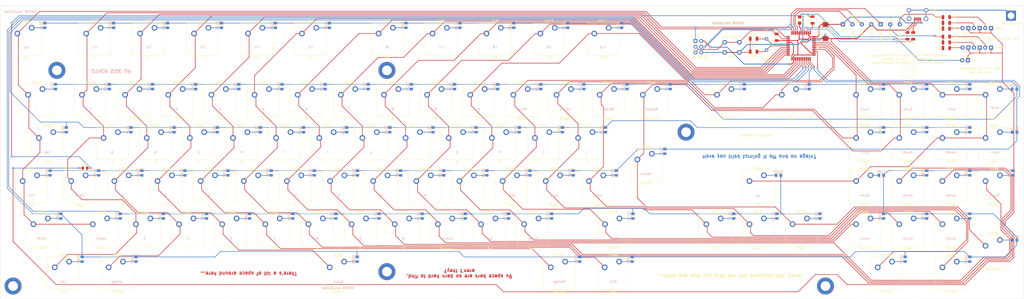
<source format=kicad_pcb>
(kicad_pcb (version 20221018) (generator pcbnew)
  (layers (0 "F.Cu" mixed) (31 "B.Cu" mixed) (34 "B.Paste" user) (35 "F.Paste" user) (36 "B.SilkS" user "B.Silkscreen") (37 "F.SilkS" user "F.Silkscreen") (38 "B.Mask" user) (39 "F.Mask" user) (44 "Edge.Cuts" user))
  (net 0 "")
  (net 1 "GND")
  (net 2 "/Keyboard controller/XTAL1")
  (net 3 "/Keyboard controller/XTAL2")
  (net 4 "CL_LED")
  (net 5 "ROW00")
  (net 6 "Net-(D101-Pad2)")
  (net 7 "Net-(D102-Pad2)")
  (net 8 "Net-(D103-Pad2)")
  (net 9 "Net-(D104-Pad2)")
  (net 10 "Net-(D105-Pad2)")
  (net 11 "Net-(D106-Pad2)")
  (net 12 "Net-(D107-Pad2)")
  (net 13 "Net-(D108-Pad2)")
  (net 14 "Net-(D109-Pad2)")
  (net 15 "Net-(D110-Pad2)")
  (net 16 "Net-(D111-Pad2)")
  (net 17 "Net-(D112-Pad2)")
  (net 18 "Net-(D113-Pad2)")
  (net 19 "Net-(D114-Pad2)")
  (net 20 "Net-(D115-Pad2)")
  (net 21 "Net-(D116-Pad2)")
  (net 22 "ROW01")
  (net 23 "Net-(D117-Pad2)")
  (net 24 "Net-(D118-Pad2)")
  (net 25 "Net-(D119-Pad2)")
  (net 26 "Net-(D120-Pad2)")
  (net 27 "Net-(D121-Pad2)")
  (net 28 "Net-(D122-Pad2)")
  (net 29 "Net-(D123-Pad2)")
  (net 30 "Net-(D124-Pad2)")
  (net 31 "Net-(D125-Pad2)")
  (net 32 "Net-(D126-Pad2)")
  (net 33 "Net-(D127-Pad2)")
  (net 34 "Net-(D128-Pad2)")
  (net 35 "Net-(D129-Pad2)")
  (net 36 "Net-(D130-Pad2)")
  (net 37 "Net-(D131-Pad2)")
  (net 38 "Net-(D132-Pad2)")
  (net 39 "ROW02")
  (net 40 "Net-(D133-Pad2)")
  (net 41 "Net-(D134-Pad2)")
  (net 42 "Net-(D135-Pad2)")
  (net 43 "Net-(D136-Pad2)")
  (net 44 "Net-(D137-Pad2)")
  (net 45 "Net-(D138-Pad2)")
  (net 46 "Net-(D139-Pad2)")
  (net 47 "Net-(D140-Pad2)")
  (net 48 "Net-(D141-Pad2)")
  (net 49 "Net-(D142-Pad2)")
  (net 50 "Net-(D143-Pad2)")
  (net 51 "Net-(D144-Pad2)")
  (net 52 "Net-(D145-Pad2)")
  (net 53 "Net-(D146-Pad2)")
  (net 54 "Net-(D147-Pad2)")
  (net 55 "Net-(D148-Pad2)")
  (net 56 "ROW03")
  (net 57 "Net-(D149-Pad2)")
  (net 58 "Net-(D150-Pad2)")
  (net 59 "Net-(D151-Pad2)")
  (net 60 "Net-(D152-Pad2)")
  (net 61 "Net-(D153-Pad2)")
  (net 62 "Net-(D154-Pad2)")
  (net 63 "Net-(D155-Pad2)")
  (net 64 "Net-(D156-Pad2)")
  (net 65 "Net-(D157-Pad2)")
  (net 66 "Net-(D158-Pad2)")
  (net 67 "Net-(D159-Pad2)")
  (net 68 "Net-(D160-Pad2)")
  (net 69 "Net-(D161-Pad2)")
  (net 70 "Net-(D162-Pad2)")
  (net 71 "Net-(D163-Pad2)")
  (net 72 "Net-(D164-Pad2)")
  (net 73 "Net-(D165-Pad2)")
  (net 74 "Net-(D166-Pad2)")
  (net 75 "Net-(D167-Pad2)")
  (net 76 "Net-(D168-Pad2)")
  (net 77 "Net-(D169-Pad2)")
  (net 78 "Net-(D170-Pad2)")
  (net 79 "Net-(D171-Pad2)")
  (net 80 "Net-(D172-Pad2)")
  (net 81 "Net-(D173-Pad2)")
  (net 82 "Net-(D174-Pad2)")
  (net 83 "Net-(D175-Pad2)")
  (net 84 "Net-(D176-Pad2)")
  (net 85 "Net-(D177-Pad2)")
  (net 86 "Net-(D178-Pad2)")
  (net 87 "Net-(D179-Pad2)")
  (net 88 "Net-(D181-Pad2)")
  (net 89 "Net-(D182-Pad2)")
  (net 90 "Net-(D183-Pad2)")
  (net 91 "Net-(D184-Pad2)")
  (net 92 "Net-(D185-Pad2)")
  (net 93 "Net-(D186-Pad2)")
  (net 94 "Net-(D187-Pad2)")
  (net 95 "Net-(D188-Pad2)")
  (net 96 "Net-(D189-Pad2)")
  (net 97 "Net-(D190-Pad2)")
  (net 98 "Net-(D191-Pad2)")
  (net 99 "Net-(D192-Pad2)")
  (net 101 "Net-(J1-Pad6)")
  (net 102 "/Keyboard controller/_KBDATA")
  (net 103 "/Keyboard controller/_KBCLK")
  (net 104 "/Keyboard controller/_KBRESET")
  (net 105 "/Keyboard controller/DSKLED")
  (net 106 "/Keyboard controller/PWRLED")
  (net 107 "COL00")
  (net 108 "COL01")
  (net 109 "COL02")
  (net 110 "COL03")
  (net 111 "COL04")
  (net 112 "COL05")
  (net 113 "COL06")
  (net 114 "COL07")
  (net 115 "COL08")
  (net 116 "COL09")
  (net 117 "COL10")
  (net 118 "COL11")
  (net 119 "COL12")
  (net 120 "COL13")
  (net 121 "COL14")
  (net 122 "COL15")
  (net 123 "Net-(D193-Pad2)")
  (net 125 "Net-(D194-Pad2)")
  (net 126 "/Keyboard controller/UCAP")
  (net 127 "/Keyboard controller/MCU_D-")
  (net 128 "/Keyboard controller/MCU_D+")
  (net 129 "/Keyboard controller/_RESET")
  (net 130 "Net-(D2-Pad2)")
  (net 131 "Net-(D4-Pad2)")
  (net 132 "Net-(D3-Pad2)")
  (net 133 "/Keyboard controller/CL_LED_OUT")
  (net 134 "Net-(D5-Pad2)")
  (net 135 "/Keyboard controller/+5V")
  (net 136 "Net-(D1-Pad2)")
  (net 137 "Net-(D6-Pad2)")
  (net 138 "Net-(D195-Pad2)")
  (net 139 "Net-(D196-Pad2)")
  (net 140 "ROW04")
  (net 141 "Net-(D180-Pad2)")
  (net 142 "ROW05")
  (net 143 "/Keyboard controller/D+")
  (net 144 "/Keyboard controller/D-")
  (footprint "Switch_Keyboard_Cherry_MX:SW_Cherry_MX_PCB_1.00u" (layer "F.Cu") (at 743.2375 154.94)
    (fp_text reference "MX95")
    (fp_text value "Inter1")
  )
  (footprint "Switch_Keyboard_Cherry_MX:SW_Cherry_MX_PCB_1.00u" (layer "F.Cu") (at 700.375 135.89)
    (fp_text reference "MX43")
    (fp_text value "P")
  )
  (footprint "Switch_Keyboard_Cherry_MX:SW_Cherry_MX_PCB_1.00u" (layer "F.Cu") (at 918.4 154.94)
    (fp_text reference "MX88")
    (fp_text value "Num+")
  )
  (footprint "Switch_Keyboard_Cherry_MX:SW_Cherry_MX_PCB_1.00u" (layer "F.Cu") (at 538.45 116.84)
    (fp_text reference "MX19")
    (fp_text value "2")
  )
  (footprint "Switch_Keyboard_Cherry_MX:SW_Cherry_MX_PCB_1.00u" (layer "F.Cu") (at 528.925 135.89)
    (fp_text reference "MX34")
    (fp_text value "Q")
  )
  (footprint "Capacitor_Tantalum_SMD:CP_EIA-3216-18_Kemet-A" (layer "F.Cu") (at 832.485 81.28 90)
    (fp_text reference "C2")
    (fp_text value "1uF")
  )
  (footprint "Switch_Keyboard_Cherry_MX:SW_Cherry_MX_PCB_1.00u" (layer "F.Cu") (at 899.35 135.89)
    (fp_text reference "MX48")
    (fp_text value "Num9")
  )
  (footprint "MountingHole:MountingHole_4.3mm_M4_DIN965_Pad" (layer "F.Cu") (at 782.32 130.81)
    (fp_text reference "MNT04" hide)
    (fp_text value "MountingHole_4.3mm_M4_DIN965_Pad" hide)
  )
  (footprint "Mounting_Keyboard_Stabilizer:Stabilizer_Cherry_MX_6.25u" (layer "F.Cu") (at 628.79375 193.04)
    (fp_text reference "STAB01" hide)
    (fp_text value "Stabilizer_Cherry_MX_6.25u")
  )
  (footprint "Switch_Keyboard_Cherry_MX:SW_Cherry_MX_PCB_1.00u" (layer "F.Cu") (at 590.8375 154.94)
    (fp_text reference "MX54")
    (fp_text value "F")
  )
  (footprint "LED_THT:LED_Rectangular_W5.0mm_H2.0mm" (layer "F.Cu") (at 907 84.86 180)
    (fp_text reference "D1")
    (fp_text value "RED" hide)
  )
  (footprint "Switch_Keyboard_Cherry_MX:SW_Cherry_MX_PCB_1.00u" (layer "F.Cu") (at 543.2125 173.99)
    (fp_text reference "MX66")
    (fp_text value "Z")
  )
  (footprint "Switch_Keyboard_Cherry_MX:SW_Cherry_MX_PCB_1.00u" (layer "F.Cu") (at 671.8 116.84)
    (fp_text reference "MX26")
    (fp_text value "9")
  )
  (footprint "Switch_Keyboard_Cherry_MX:SW_Cherry_MX_PCB_1.00u" (layer "F.Cu") (at 880.3 154.94)
    (fp_text reference "MX86")
    (fp_text value "Num5")
  )
  (footprint "LED_THT:LED_Rectangular_W5.0mm_H2.0mm" (layer "F.Cu") (at 912 84.86 180)
    (fp_text reference "D2")
    (fp_text value "RED" hide)
  )
  (footprint "Capacitor_SMD:C_1206_3216Metric" (layer "F.Cu") (at 812.165 95.25)
    (fp_text reference "C3")
    (fp_text value "22pF")
  )
  (footprint "Switch_Keyboard_Cherry_MX:SW_Cherry_MX_PCB_1.00u" (layer "F.Cu") (at 567.025 135.89)
    (fp_text reference "MX36")
    (fp_text value "E")
  )
  (footprint "Switch_Keyboard_Cherry_MX:SW_Cherry_MX_PCB_1.00u" (layer "F.Cu") (at 918.4 116.84)
    (fp_text reference "MX32")
    (fp_text value "Num*")
  )
  (footprint "Switch_Keyboard_Cherry_MX:SW_Cherry_MX_PCB_1.00u" (layer "F.Cu") (at 600.3625 173.99)
    (fp_text reference "MX69")
    (fp_text value "V")
  )
  (footprint "Switch_Keyboard_Cherry_MX:SW_Cherry_MX_PCB_1.25u" (layer "F.Cu") (at 726.425 193.04)
    (fp_text reference "MX84")
    (fp_text value "RAmiga")
  )
  (footprint "Switch_Keyboard_Cherry_MX:SW_Cherry_MX_PCB_1.25u" (layer "F.Cu") (at 745.61875 89.79)
    (fp_text reference "MX11")
    (fp_text value "F10")
  )
  (footprint "Switch_Keyboard_Cherry_MX:SW_Cherry_MX_PCB_1.00u" (layer "F.Cu") (at 899.35 173.99)
    (fp_text reference "MX91")
    (fp_text value "Num3")
  )
  (footprint "Switch_Keyboard_Cherry_MX:SW_Cherry_MX_PCB_1.00u" (layer "F.Cu") (at 514.6375 154.94)
    (fp_text reference "MX50")
    (fp_text value "Caps")
  )
  (footprint "Switch_Keyboard_Cherry_MX:SW_Cherry_MX_PCB_2.00u_90deg" (layer "F.Cu") (at 918.4 183.515)
    (fp_text reference "MX94")
    (fp_text value "NumEnter")
  )
  (footprint "Switch_Keyboard_Cherry_MX:SW_Cherry_MX_PCB_1.50u" (layer "F.Cu") (at 495.5875 116.84)
    (fp_text reference "MX17")
    (fp_text value "`~")
  )
  (footprint "Package_QFP:TQFP-44_10x10mm_P0.8mm" (layer "F.Cu") (at 833.12 92.71 -90)
    (fp_text reference "U1")
    (fp_text value "ATmega32U4-A")
  )
  (footprint "Switch_Keyboard_Cherry_MX:SW_Cherry_MX_PCB_1.00u" (layer "F.Cu") (at 519.4 116.84)
    (fp_text reference "MX18")
    (fp_text value "1")
  )
  (footprint "Switch_Keyboard_Cherry_MX:SW_Cherry_MX_PCB_1.50u" (layer "F.Cu") (at 799.8 116.84)
    (fp_text reference "MX12")
    (fp_text value "Del")
  )
  (footprint "Switch_Keyboard_Cherry_MX:SW_Cherry_MX_PCB_1.00u" (layer "F.Cu") (at 628.9375 154.94)
    (fp_text reference "MX56")
    (fp_text value "H")
  )
  (footprint "Switch_Keyboard_Cherry_MX:SW_Cherry_MX_PCB_1.00u" (layer "F.Cu") (at 861.25 173.99)
    (fp_text reference "MX89")
    (fp_text value "Num1")
  )
  (footprint "Switch_Keyboard_Cherry_MX:SW_Cherry_MX_PCB_1.00u" (layer "F.Cu") (at 619.4125 173.99)
    (fp_text reference "MX70")
    (fp_text value "B")
  )
  (footprint "LED_THT:LED_Rectangular_W5.0mm_H2.0mm" (layer "F.Cu") (at 917 93.465 180)
    (fp_text reference "D6")
    (fp_text value "GREEN")
  )
  (footprint "Connector_Wire:SolderWire-0.25sqmm_1x04_P4.2mm_D0.65mm_OD1.7mm" (layer "F.Cu") (at 851.585 83.185)
    (fp_text reference "J2")
    (fp_text value "KBD OUT")
  )
  (footprint "Switch_Keyboard_Cherry_MX:SW_Cherry_MX_PCB_1.75u" (layer "F.Cu") (at 497.96875 173.99)
    (fp_text reference "MX65")
    (fp_text value "LShift")
  )
  (footprint "Resistor_SMD:R_1206_3216Metric" (layer "F.Cu") (at 897.255 82.55)
    (fp_text reference "R5")
    (fp_text value "470")
  )
  (footprint "Switch_Keyboard_Cherry_MX:SW_Cherry_MX_PCB_ISOEnter" (layer "F.Cu") (at 764.66875 145.415)
    (fp_text reference "MX62")
    (fp_text value "Return")
  )
  (footprint "Button_Switch_THT:SW_PUSH_6mm" (layer "F.Cu") (at 805.89 95.595 180)
    (fp_text reference "SW1")
    (fp_text value "MCU RESET")
  )
  (footprint "LED_THT:LED_Rectangular_W5.0mm_H2.0mm" (layer "F.Cu") (at 912 93.465 180)
    (fp_text reference "D5")
    (fp_text value "GREEN" hide)
  )
  (footprint "LED_THT:LED_D3.0mm" (layer "F.Cu") (at 906.785 99.06 180)
    (fp_text reference "D8")
    (fp_text value "ALT C/L LED")
  )
  (footprint "LED_THT:LED_Rectangular_W5.0mm_H2.0mm" (layer "F.Cu") (at 917 84.86 180)
    (fp_text reference "D3")
    (fp_text value "RED")
  )
  (footprint "Switch_Keyboard_Cherry_MX:SW_Cherry_MX_PCB_9.00u" (layer "F.Cu") (at 628.79375 193.04)
    (fp_text reference "MX83")
    (fp_text value "Space")
  )
  (footprint "Switch_Keyboard_Cherry_MX:SW_Cherry_MX_PCB_1.00u" (layer "F.Cu") (at 576.55 116.84)
    (fp_text reference "MX21")
    (fp_text value "4")
  )
  (footprint "LED_SMD:LED_0805_2012Metric" (layer "F.Cu") (at 516.89 146.685)
    (fp_text reference "D7")
    (fp_text value "RED" hide)
  )
  (footprint "Switch_Keyboard_Cherry_MX:SW_Cherry_MX_PCB_1.00u" (layer "F.Cu") (at 571.7875 154.94)
    (fp_text reference "MX53")
    (fp_text value "D")
  )
  (footprint "Capacitor_SMD:C_1206_3216Metric" (layer "F.Cu") (at 812.165 89.535 180)
    (fp_text reference "C4")
    (fp_text value "22pF")
  )
  (footprint "Switch_Keyboard_Cherry_MX:SW_Cherry_MX_PCB_1.00u" (layer "F.Cu") (at 657.5125 173.99)
    (fp_text reference "MX72")
    (fp_text value "M")
  )
  (footprint "Switch_Keyboard_Cherry_MX:SW_Cherry_MX_PCB_1.00u" (layer "F.Cu") (at 748 116.84)
    (fp_text reference "MX30")
    (fp_text value "Bslash")
  )
  (footprint "Switch_Keyboard_Cherry_MX:SW_Cherry_MX_PCB_1.00u" (layer "F.Cu") (at 724.1875 154.94)
    (fp_text reference "MX61")
    (fp_text value "Apos")
  )
  (footprint "Switch_Keyboard_Cherry_MX:SW_Cherry_MX_PCB_1.00u" (layer "F.Cu") (at 605.125 135.89)
    (fp_text reference "MX38")
    (fp_text value "T")
  )
  (footprint "Switch_Keyboard_Cherry_MX:SW_Cherry_MX_PCB_1.00u" (layer "F.Cu") (at 795.1 173.99)
    (fp_text reference "MX77")
    (fp_text value "Left")
  )
  (footprint "Switch_Keyboard_Cherry_MX:SW_Cherry_MX_PCB_1.00u" (layer "F.Cu") (at 814.15 154.94)
    (fp_text reference "MX63")
    (fp_text value "Up")
  )
  (footprint "LED_THT:LED_Rectangular_W5.0mm_H2.0mm" (layer "F.Cu") (at 907 93.465 180)
    (fp_text reference "D4")
    (fp_text value "GREEN" hide)
  )
  (footprint "Switch_Keyboard_Cherry_MX:SW_Cherry_MX_PCB_1.00u" (layer "F.Cu") (at 814.15 173.99)
    (fp_text reference "MX78")
    (fp_text value "Down")
  )
  (footprint "Switch_Keyboard_Cherry_MX:SW_Cherry_MX_PCB_1.00u" (layer "F.Cu") (at 586.075 135.89)
    (fp_text reference "MX37")
    (fp_text value "R")
  )
  (footprint "Switch_Keyboard_Cherry_MX:SW_Cherry_MX_PCB_1.00u" (layer "F.Cu") (at 667.0375 154.94)
    (fp_text reference "MX58")
    (fp_text value "K")
  )
  (footprint "Mounting_Keyboard_Stabilizer:Stabilizer_Cherry_MX_2.00u" (layer "F.Cu") (at 750.57 173.99)
    (fp_text reference "STAB02" hide)
    (fp_text value "Stabilizer_Cherry_MX_2.00u" hide)
  )
  (footprint "Crystal:Crystal_HC49-U_Vertical" (layer "F.Cu") (at 817.88 89.625 -90)
    (fp_text reference "Y1")
    (fp_text value "16MHz")
  )
  (footprint "Switch_Keyboard_Cherry_MX:SW_Cherry_MX_PCB_1.25u" (layer "F.Cu") (at 650.36875 89.79)
    (fp_text reference "MX7")
    (fp_text value "F6")
  )
  (footprint "Switch_Keyboard_Cherry_MX:SW_Cherry_MX_PCB_1.00u" (layer "F.Cu") (at 490.825 89.79)
    (fp_text reference "MX1")
    (fp_text value "Esc")
  )
  (footprint "Switch_Keyboard_Cherry_MX:SW_Cherry_MX_PCB_1.00u" (layer "F.Cu") (at 614.65 116.84)
    (fp_text reference "MX23")
    (fp_text value "6")
  )
  (footprint "Connector_USB:USB_Micro-B_Wuerth_629105150521_CircularHoles" (layer "F.Cu") (at 884.555 78.89 180)
    (fp_text reference "J1")
    (fp_text value "USB_B_Micro")
  )
  (footprint "Switch_Keyboard_Cherry_MX:SW_Cherry_MX_PCB_1.00u" (layer "F.Cu") (at 581.3125 173.99)
    (fp_text reference "MX68")
    (fp_text value "C")
  )
  (footprint "Switch_Keyboard_Cherry_MX:SW_Cherry_MX_PCB_1.25u" (layer "F.Cu") (at 545.06875 89.79)
    (fp_text reference "MX3")
    (fp_text value "F2")
  )
  (footprint "Switch_Keyboard_Cherry_MX:SW_Cherry_MX_PCB_1.25u" (layer "F.Cu") (at 521.25625 89.79)
    (fp_text reference "MX2")
    (fp_text value "F1")
  )
  (footprint "Switch_Keyboard_Cherry_MX:SW_Cherry_MX_PCB_1.00u" (layer "F.Cu") (at 705.1375 154.94)
    (fp_text reference "MX60")
    (fp_text value "semi")
  )
  (footprint "Switch_Keyboard_Cherry_MX:SW_Cherry_MX_PCB_1.00u" (layer "F.Cu") (at 899.35 193.04)
    (fp_text reference "MX93")
    (fp_text value "NumDot")
  )
  (footprint "Switch_Keyboard_Cherry_MX:SW_Cherry_MX_PCB_1.00u" (layer "F.Cu") (at 695.6125 173.99)
    (fp_text reference "MX74")
    (fp_text value "Dot")
  )
  (footprint "MountingHole:MountingHole_4.3mm_M4_DIN965_Pad" (layer "F.Cu") (at 650.24 103.505)
    (fp_text reference "MNT05" hide)
    (fp_text value "MountingHole_4.3mm_M4_DIN965_Pad" hide)
  )
  (footprint "Switch_Keyboard_Cherry_MX:SW_Cherry_MX_PCB_1.25u" (layer "F.Cu") (at 721.80625 89.79)
    (fp_text reference "MX10")
    (fp_text value "F9")
  )
  (footprint "MountingHole:MountingHole_4.3mm_M4_DIN965_Pad" (layer "F.Cu") (at 504.5 103.5)
    (fp_text reference "MNT02" hide)
    (fp_text value "MountingHole_4.3mm_M4_DIN965_Pad" hide)
  )
  (footprint "Switch_Keyboard_Cherry_MX:SW_Cherry_MX_PCB_1.25u" (layer "F.Cu") (at 592.69375 89.79)
    (fp_text reference "MX5")
    (fp_text value "F4")
  )
  (footprint "Switch_Keyboard_Cherry_MX:SW_Cherry_MX_PCB_1.00u" (layer "F.Cu") (at 690.85 116.84)
    (fp_text reference "MX27")
    (fp_text value "0")
  )
  (footprint "Resistor_SMD:R_1206_3216Metric" (layer "F.Cu") (at 897.255 91.155)
    (fp_text reference "R8")
    (fp_text value "1K")
  )
  (footprint "Switch_Keyboard_Cherry_MX:SW_Cherry_MX_PCB_1.00u" (layer "F.Cu") (at 624.175 135.89)
    (fp_text reference "MX39")
    (fp_text value "Y")
  )
  (footprint "Switch_Keyboard_Cherry_MX:SW_Cherry_MX_PCB_1.00u" (layer "F.Cu") (at 533.6875 154.94)
    (fp_text reference "MX51")
    (fp_text value "A")
  )
  (footprint "Switch_Keyboard_Cherry_MX:SW_Cherry_MX_PCB_1.25u" (layer "F.Cu") (at 531.1625 193.04)
    (fp_text reference "MX82")
    (fp_text value "LAmiga")
  )
  (footprint "Switch_Keyboard_Cherry_MX:SW_Cherry_MX_PCB_1.00u" (layer "F.Cu") (at 547.975 135.89)
    (fp_text reference "MX35")
    (fp_text value "W")
  )
  (footprint "Switch_Keyboard_Cherry_MX:SW_Cherry_MX_PCB_1.25u" (layer "F.Cu") (at 750.2375 193.04)
    (fp_text reference "MX85")
    (fp_text value "RAlt")
  )
  (footprint "Resistor_SMD:R_1206_3216Metric" (layer "F.Cu") (at 897.255 88.615)
    (fp_text reference "R9")
    (fp_text value "1K")
  )
  (footprint "Resistor_SMD:R_1206_3216Metric" (layer "F.Cu") (at 897.255 80.01)
    (fp_text reference "R6")
    (fp_text value "470")
  )
  (footprint "Switch_Keyboard_Cherry_MX:SW_Cherry_MX_PCB_1.25u" (layer "F.Cu") (at 507.35 193.04)
    (fp_text reference "MX81")
    (fp_text value "LAlt")
  )
  (footprint "Switch_Keyboard_Cherry_MX:SW_Cherry_MX_PCB_1.00u" (layer "F.Cu") (at 652.75 116.84)
    (fp_text reference "MX25")
    (fp_text value "8")
  )
  (footprint "Resistor_SMD:R_1206_3216Metric" (layer "F.Cu") (at 897.255 85.09)
    (fp_text reference "R4")
    (fp_text value "470")
  )
  (footprint "Switch_Keyboard_Cherry_MX:SW_Cherry_MX_PCB_1.25u" (layer "F.Cu") (at 568.88125 89.79)
    (fp_text reference "MX4")
    (fp_text value "F3")
  )
  (footprint "Switch_Keyboard_Cherry_MX:SW_Cherry_MX_PCB_1.00u" (layer "F.Cu") (at 633.7 116.84)
    (fp_text reference "MX24")
    (fp_text value "7")
  )
  (footprint "Switch_Keyboard_Cherry_MX:SW_Cherry_MX_PCB_1.00u" (layer "F.Cu") (at 728.95 116.84)
    (fp_text reference "MX29")
    (fp_text value "Equals")
  )
  (footprint "Switch_Keyboard_Cherry_MX:SW_Cherry_MX_PCB_1.00u" (layer "F.Cu") (at 609.8875 154.94)
    (fp_text reference "MX55")
    (fp_text value "G")
  )
  (footprint "Switch_Keyboard_Cherry_MX:SW_Cherry_MX_PCB_1.00u" (layer "F.Cu") (at 880.3 173.99)
    (fp_text reference "MX90")
    (fp_text value "Num2")
  )
  (footprint "Switch_Keyboard_Cherry_MX:SW_Cherry_MX_PCB_1.00u" (layer "F.Cu") (at 557.5 116.84)
    (fp_text reference "MX20")
    (fp_text value "3")
  )
  (footprint "Connector_PinHeader_2.54mm:PinHeader_2x03_P2.54mm_Vertical" (layer "F.Cu") (at 786.5 90.52)
    (fp_text reference "J6")
    (fp_text value "AVR-ISP-6")
  )
  (footprint "Switch_Keyboard_Cherry_MX:SW_Cherry_MX_PCB_1.25u" (layer "F.Cu") (at 616.50625 89.79)
    (fp_text reference "MX6")
    (fp_text value "F5")
  )
  (footprint "Switch_Keyboard_Cherry_MX:SW_Cherry_MX_PCB_1.00u" (layer "F.Cu") (at 861.25 116.84)
    (fp_text reference "MX14")
    (fp_text value "Num(")
  )
  (footprint "Connector_Wire:SolderWire-0.25sqmm_1x03_P4.2mm_D0.65mm_OD1.7mm" (layer "F.Cu") (at 868.29 83.185)
    (fp_text reference "J3")
    (fp_text value "A500 CONN")
  )
  (footprint "Switch_Keyboard_Cherry_MX:SW_Cherry_MX_PCB_1.00u" (layer "F.Cu") (at 880.3 116.84)
    (fp_text reference "MX15")
    (fp_text value "Num)")
  )
  (footprint "Switch_Keyboard_Cherry_MX:SW_Cherry_MX_PCB_1.25u" (layer "F.Cu") (at 493.20625 154.94)
    (fp_text reference "MX49")
    (fp_text value "Ctrl")
  )
  (footprint "Switch_Keyboard_Cherry_MX:SW_Cherry_MX_PCB_1.00u" (layer "F.Cu") (at 676.5625 173.99)
    (fp_text reference "MX73")
    (fp_text value "Comma")
  )
  (footprint "Switch_Keyboard_Cherry_MX:SW_Cherry_MX_PCB_1.00u" (layer "F.Cu") (at 681.325 135.89)
    (fp_text reference "MX42")
    (fp_text value "O")
  )
  (footprint "MountingHole:MountingHole_4.3mm_M4_DIN965_Pad" (layer "F.Cu") (at 485.14 198.755)
    (fp_text reference "MNT01" hide)
    (fp_text value "MountingHole_4.3mm_M4_DIN965_Pad" hide)
  )
  (footprint "Switch_Keyboard_Cherry_MX:SW_Cherry_MX_PCB_1.00u" (layer "F.Cu") (at 861.25 135.89)
    (fp_text reference "MX46")
    (fp_text value "Num7")
  )
  (footprint "Resistor_SMD:R_1206_3216Metric" (layer "F.Cu") (at 880.11 88.265 -90)
    (fp_text reference "R2")
    (fp_text value "22")
  )
  (footprint "Resistor_SMD:R_1206_3216Metric" (layer "F.Cu") (at 897.255 93.695)
    (fp_text reference "R7")
    (fp_text value "1K")
  )
  (footprint "Switch_Keyboard_Cherry_MX:SW_Cherry_MX_PCB_1.00u" (layer "F.Cu") (at 662.275 135.89)
    (fp_text reference "MX41")
    (fp_text value "I")
  )
  (footprint "Switch_Keyboard_Cherry_MX:SW_Cherry_MX_PCB_1.00u" (layer "F.Cu") (at 686.0875 154.94)
    (fp_text reference "MX59")
    (fp_text value "L")
  )
  (footprint "Connector_Wire:SolderWire-2.5sqmm_1x01_D2.4mm_OD4.4mm" (layer "F.Cu") (at 925.83 79.375)
    (fp_text reference "J4" hide)
    (fp_text value "SHIELD GND")
  )
  (footprint "Switch_Keyboard_Cherry_MX:SW_Cherry_MX_PCB_1.00u" (layer "F.Cu") (at 552.7375 154.94)
    (fp_text reference "MX52")
    (fp_text value "S")
  )
  (footprint "Capacitor_Tantalum_SMD:CP_EIA-7343-31_Kemet-D" (layer "F.Cu") (at 843.915 86.36 -90)
    (fp_text reference "C1")
    (fp_text value "10uF")
  )
  (footprint "Switch_Keyboard_Cherry_MX:SW_Cherry_MX_PCB_1.00u" (layer "F.Cu") (at 880.3 135.89)
    (fp_text reference "MX47")
    (fp_text value "Num8")
  )
  (footprint "Switch_Keyboard_Cherry_MX:SW_Cherry_MX_PCB_1.25u" (layer "F.Cu") (at 674.18125 89.79)
    (fp_text reference "MX8")
    (fp_text value "F7")
  )
  (footprint "Switch_Keyboard_Cherry_MX:SW_Cherry_MX_PCB_1.00u" (layer "F.Cu") (at 918.4 135.89)
    (fp_text reference "MX64")
    (fp_text value "Num-")
  )
  (footprint "Switch_Keyboard_Cherry_MX:SW_Cherry_MX_PCB_1.50u" (layer "F.Cu") (at 828.4375 116.84)
    (fp_text reference "MX13")
    (fp_text value "Help")
  )
  (footprint "Switch_Keyboard_Cherry_MX:SW_Cherry_MX_PCB_1.00u" (layer "F.Cu") (at 899.35 154.94)
    (fp_text reference "MX87")
    (fp_text value "Num6")
  )
  (footprint "Switch_Keyboard_Cherry_MX:SW_Cherry_MX_PCB_1.00u" (layer "F.Cu") (at 709.9 116.84)
    (fp_text reference "MX28")
    (fp_text value "Minus")
  )
  (footprint "Switch_Keyboard_Cherry_MX:SW_Cherry_MX_PCB_2.00u" (layer "F.Cu") (at 500.35 135.89)
    (fp_text reference "MX33")
    (fp_text value "Tab")
  )
  (footprint "Switch_Keyboard_Cherry_MX:SW_Cherry_MX_PCB_1.00u" (layer "F.Cu") (at 638.4625 173.99)
    (fp_text reference "MX71")
    (fp_text value "N")
  )
  (footprint "Switch_Keyboard_Cherry_MX:SW_Cherry_MX_PCB_1.00u" (layer "F.Cu") (at 714.6625 173.99)
    (fp_text reference "MX75")
    (fp_text value "Slash")
  )
  (footprint "Switch_Keyboard_Cherry_MX:SW_Cherry_MX_PCB_1.00u" (layer "F.Cu") (at 899.35 116.84)
    (fp_text reference "MX16")
    (fp_text value "Num/")
  )
  (footprint "Mounting_Keyboard_Stabilizer:Stabilizer_Cherry_MX_2.00u" (layer "F.Cu") (at 918.4 183.515 90)
    (fp_text reference "STAB02" hide)
    (fp_text value "Stabilizer_Cherry_MX_2.00u" hide)
  )
  (footprint "Switch_Keyboard_Cherry_MX:SW_Cherry_MX_PCB_1.00u" (layer "F.Cu") (at 767.05 116.84)
    (fp_text reference "MX31")
    (fp_text value "Bspace")
  )
  (footprint "Switch_Keyboard_Cherry_MX:SW_Cherry_MX_PCB_1.00u" (layer "F.Cu") (at 861.25 154.94)
    (fp_text reference "MX80")
    (fp_text value "Num4")
  )
  (footprint "Resistor_SMD:R_1206_3216Metric" (layer "F.Cu") (at 882.65 88.265 -90)
    (fp_text reference "R1")
    (fp_text value "22")
  )
  (footprint "Switch_Keyboard_Cherry_MX:SW_Cherry_MX_PCB_2.50u" (layer "F.Cu") (at 750.38125 173.99)
    (fp_text reference "MX76")
    (fp_text value "RShift")
  )
  (footprint "Switch_Keyboard_Cherry_MX:SW_Cherry_MX_PCB_1.25u" (layer "F.Cu") (at 697.99375 89.79)
    (fp_text reference "MX9")
    (fp_text value "F8")
  )
  (footprint "Resistor_SMD:R_1206_3216Metric" (layer "F.Cu") (at 838.2 81.26 90)
    (fp_text reference "R11")
    (fp_text value "1K")
  )
  (footprint "Switch_Keyboard_Cherry_MX:SW_Cherry_MX_PCB_1.00u" (layer "F.Cu") (at 647.9875 154.94)
    (fp_text reference "MX57")
    (fp_text value "J")
  )
  (footprint "Resistor_SMD:R_1206_3216Metric" (layer "F.Cu") (at 822.325 88.9 90)
    (fp_text reference "R3")
    (fp_text value "10K")
  )
  (footprint "Switch_Keyboard_Cherry_MX:SW_Cherry_MX_PCB_1.00u" (layer "F.Cu") (at 643.225 135.89)
    (fp_text reference "MX40")
    (fp_text value "U")
  )
  (footprint "Switch_Keyboard_Cherry_MX:SW_Cherry_MX_PCB_2.00u" (layer "F.Cu") (at 870.775 193.04)
    (fp_text reference "MX92")
    (fp_text value "Num0")
  )
  (footprint "MountingHole:MountingHole_4.3mm_M4_DIN965_Pad" (layer "F.Cu") (at 843.915 198.755)
    (fp_text reference "MNT07" hide)
    (fp_text value "MountingHole_4.3mm_M4_DIN965_Pad" hide)
  )
  (footprint "MountingHole:MountingHole_4.3mm_M4_DIN965_Pad" (layer "F.Cu") (at 650.24 192.405)
    (fp_text reference "MNT03" hide)
    (fp_text value "MountingHole_4.3mm_M4_DIN965_Pad" hide)
  )
  (footprint "Switch_Keyboard_Cherry_MX:SW_Cherry_MX_PCB_1.00u" (layer "F.Cu") (at 595.6 116.84)
    (fp_text reference "MX22")
    (fp_text value "5")
  )
  (footprint "Switch_Keyboard_Cherry_MX:SW_Cherry_MX_PCB_1.00u" (layer "F.Cu") (at 833.2 173.99)
    (fp_text reference "MX79")
    (fp_text value "Right")
  )
  (footprint "Switch_Keyboard_Cherry_MX:SW_Cherry_MX_PCB_1.00u" (layer "F.Cu") (at 524.1625 173.99)
    (fp_text reference "MX96")
    (fp_text value "Inter2")
  )
  (footprint "Mounting_Keyboard_Stabilizer:Stabilizer_Cherry_MX_2.00u" (layer "F.Cu") (at 870.775 193.04)
    (fp_text reference "STAB02" hide)
    (fp_text value "Stabilizer_Cherry_MX_2.00u" hide)
  )
  (footprint "Mounting_Keyboard_Stabilizer:Stabilizer_Cherry_MX_2.00u" (layer "F.Cu") (at 500.35 135.89)
    (fp_text reference "STAB02" hide)
    (fp_text value "Stabilizer_Cherry_MX_2.00u" hide)
  )
  (footprint "Switch_Keyboard_Cherry_MX:SW_Cherry_MX_PCB_1.00u" (layer "F.Cu") (at 738.475 135.89)
    (fp_text reference "MX45")
    (fp_text value "]")
  )
  (footprint "Switch_Keyboard_Cherry_MX:SW_Cherry_MX_PCB_1.00u" (layer "F.Cu") (at 562.2625 173.99)
    (fp_text reference "MX67")
    (fp_text value "X")
  )
  (footprint "Switch_Keyboard_Cherry_MX:SW_Cherry_MX_PCB_1.00u" (layer "F.Cu") (at 719.425 135.89)
    (fp_text reference "MX44")
    (fp_text value "[")
  )
  (footprint "Diode_SMD:D_0805_2012Metric_Pad1.15x1.40mm_HandSolder" (layer "B.Cu") (at 758.855 167.885 -90)
    (fp_text reference "D176")
    (fp_text value "1N4148")
  )
  (footprint "Diode_SMD:D_0805_2012Metric_Pad1.15x1.40mm_HandSolder" (layer "B.Cu") (at 803.385 167.885 -90)
    (fp_text reference "D177")
    (fp_text value "1N4148")
  )
  (footprint "Diode_SMD:D_0805_2012Metric_Pad1.15x1.40mm_HandSolder" (layer "B.Cu") (at 608.6475 167.885 -90)
    (fp_text reference "D169")
    (fp_text value "1N4148")
  )
  (footprint "Diode_SMD:D_0805_2012Metric_Pad1.15x1.40mm_HandSolder" (layer "B.Cu") (at 682.46625 83.685 -90)
    (fp_text reference "D108")
    (fp_text value "1N4148")
  )
  (footprint "Diode_SMD:D_0805_2012Metric_Pad1.15x1.40mm_HandSolder" (layer "B.Cu") (at 808.085 110.735 -90)
    (fp_text reference "D112")
    (fp_text value "1N4148")
  )
  (footprint "Diode_SMD:D_0805_2012Metric_Pad1.15x1.40mm_HandSolder" (layer "B.Cu") (at 539.4475 186.935 -90)
    (fp_text reference "D182")
    (fp_text value "1N4148")
  )
  (footprint "Diode_SMD:D_0805_2012Metric_Pad1.15x1.40mm_HandSolder" (layer "B.Cu") (at 577.16625 83.685 -90)
    (fp_text reference "D104")
    (fp_text value "1N4148")
  )
  (footprint "Diode_SMD:D_0805_2012Metric_Pad1.15x1.40mm_HandSolder" (layer "B.Cu") (at 708.66 129.785 -90)
    (fp_text reference "D143")
    (fp_text value "1N4148")
  )
  (footprint "Diode_SMD:D_0805_2012Metric_Pad1.15x1.40mm_HandSolder" (layer "B.Cu") (at 556.26 129.785 -90)
    (fp_text reference "D135")
    (fp_text value "1N4148")
  )
  (footprint "Diode_SMD:D_0805_2012Metric_Pad1.15x1.40mm_HandSolder" (layer "B.Cu") (at 907.635 186.935 -90)
    (fp_text reference "D193")
    (fp_text value "1N4148")
  )
  (footprint "Diode_SMD:D_0805_2012Metric_Pad1.15x1.40mm_HandSolder" (layer "B.Cu") (at 646.7475 167.885 -90)
    (fp_text reference "D171")
    (fp_text value "1N4148")
  )
  (footprint "Diode_SMD:D_0805_2012Metric_Pad1.15x1.40mm_HandSolder" (layer "B.Cu") (at 529.54125 83.685 -90)
    (fp_text reference "D102")
    (fp_text value "1N4148")
  )
  (footprint "Diode_SMD:D_0805_2012Metric_Pad1.15x1.40mm_HandSolder" (layer "B.Cu") (at 580.0725 148.835 -90)
    (fp_text reference "D153")
    (fp_text value "1N4148")
  )
  (footprint "Diode_SMD:D_0805_2012Metric_Pad1.15x1.40mm_HandSolder" (layer "B.Cu") (at 589.5975 167.885 -90)
    (fp_text reference "D168")
    (fp_text value "1N4148")
  )
  (footprint "Diode_SMD:D_0805_2012Metric_Pad1.15x1.40mm_HandSolder" (layer "B.Cu") (at 680.085 110.735 -90)
    (fp_text reference "D126")
    (fp_text value "1N4148")
  )
  (footprint "Diode_SMD:D_0805_2012Metric_Pad1.15x1.40mm_HandSolder" (layer "B.Cu") (at 670.56 129.785 -90)
    (fp_text reference "D141")
    (fp_text value "1N4148")
  )
  (footprint "Diode_SMD:D_0805_2012Metric_Pad1.15x1.40mm_HandSolder" (layer "B.Cu") (at 927.36875 111.76 180)
    (fp_text reference "D132")
    (fp_text value "1N4148")
  )
  (footprint "Diode_SMD:D_0805_2012Metric_Pad1.15x1.40mm_HandSolder" (layer "B.Cu") (at 527.685 110.735 -90)
    (fp_text reference "D118")
    (fp_text value "1N4148")
  )
  (footprint "Diode_SMD:D_0805_2012Metric_Pad1.15x1.40mm_HandSolder" (layer "B.Cu") (at 575.31 129.785 -90)
    (fp_text reference "D136")
    (fp_text value "1N4148")
  )
  (footprint "Diode_SMD:D_0805_2012Metric_Pad1.15x1.40mm_HandSolder" (layer "B.Cu") (at 732.4725 148.835 -90)
    (fp_text reference "D161")
    (fp_text value "1N4148")
  )
  (footprint "Diode_SMD:D_0805_2012Metric_Pad1.15x1.40mm_HandSolder" (layer "B.Cu") (at 632.46 129.785 -90)
    (fp_text reference "D139")
    (fp_text value "1N4148")
  )
  (footprint "Diode_SMD:D_0805_2012Metric_Pad1.15x1.40mm_HandSolder" (layer "B.Cu") (at 907.635 167.885 -90)
    (fp_text reference "D191")
    (fp_text value "1N4148")
  )
  (footprint "Diode_SMD:D_0805_2012Metric_Pad1.15x1.40mm_HandSolder" (layer "B.Cu") (at 584.835 110.735 -90)
    (fp_text reference "D121")
    (fp_text value "1N4148")
  )
  (footprint "Diode_SMD:D_0805_2012Metric_Pad1.15x1.40mm_HandSolder" (layer "B.Cu") (at 603.885 110.735 -90)
    (fp_text reference "D122")
    (fp_text value "1N4148")
  )
  (footprint "Diode_SMD:D_0805_2012Metric_Pad1.15x1.40mm_HandSolder" (layer "B.Cu") (at 869.535 110.735 -90)
    (fp_text reference "D114")
    (fp_text value "1N4148")
  )
  (footprint "Diode_SMD:D_0805_2012Metric_Pad1.15x1.40mm_HandSolder" (layer "B.Cu") (at 600.97875 83.685 -90)
    (fp_text reference "D105")
    (fp_text value "1N4148")
  )
  (footprint "Diode_SMD:D_0805_2012Metric_Pad1.15x1.40mm_HandSolder" (layer "B.Cu") (at 594.36 129.785 -90)
    (fp_text reference "D137")
    (fp_text value "1N4148")
  )
  (footprint "Diode_SMD:D_0805_2012Metric_Pad1.15x1.40mm_HandSolder" (layer "B.Cu") (at 868.51 149.86 180)
    (fp_text reference "D180")
    (fp_text value "1N4148")
  )
  (footprint "Diode_SMD:D_0805_2012Metric_Pad1.15x1.40mm_HandSolder" (layer "B.Cu") (at 869.535 167.885 -90)
    (fp_text reference "D189")
    (fp_text value "1N4148")
  )
  (footprint "Diode_SMD:D_0805_2012Metric_Pad1.15x1.40mm_HandSolder" (layer "B.Cu") (at 775.335 110.735 -90)
    (fp_text reference "D131")
    (fp_text value "1N4148")
  )
  (footprint "Diode_SMD:D_0805_2012Metric_Pad1.15x1.40mm_HandSolder" (layer "B.Cu") (at 753.90375 83.685 -90)
    (fp_text reference "D111")
    (fp_text value "1N4148")
  )
  (footprint "Diode_SMD:D_0805_2012Metric_Pad1.15x1.40mm_HandSolder" (layer "B.Cu") (at 706.27875 83.685 -90)
    (fp_text reference "D109")
    (fp_text value "1N4148")
  )
  (footprint "Diode_SMD:D_0805_2012Metric_Pad1.15x1.40mm_HandSolder" (layer "B.Cu") (at 735.39375 186.935 -90)
    (fp_text reference "D184")
    (fp_text value "1N4148")
  )
  (footprint "Diode_SMD:D_0805_2012Metric_Pad1.15x1.40mm_HandSolder" (layer "B.Cu") (at 772.95375 139.31 -90)
    (fp_text reference "D162")
    (fp_text value "1N4148")
  )
  (footprint "Diode_SMD:D_0805_2012Metric_Pad1.15x1.40mm_HandSolder" (layer "B.Cu") (at 713.4225 148.835 -90)
    (fp_text reference "D160")
    (fp_text value "1N4148")
  )
  (footprint "Diode_SMD:D_0805_2012Metric_Pad1.15x1.40mm_HandSolder" (layer "B.Cu") (at 751.5225 148.835 -90)
    (fp_text reference "D195")
    (fp_text value "1N4148")
  )
  (footprint "Diode_SMD:D_0805_2012Metric_Pad1.15x1.40mm_HandSolder" (layer "B.Cu") (at 508.635 129.785 -90)
    (fp_text reference "D133")
    (fp_text value "1N4148")
  )
  (footprint "Diode_SMD:D_0805_2012Metric_Pad1.15x1.40mm_HandSolder" (layer "B.Cu") (at 730.09125 83.685 -90)
    (fp_text reference "D110")
    (fp_text value "1N4148")
  )
  (footprint "Diode_SMD:D_0805_2012Metric_Pad1.15x1.40mm_HandSolder" (layer "B.Cu") (at 927.36875 130.81 180)
    (fp_text reference "D164")
    (fp_text value "1N4148")
  )
  (footprint "Diode_SMD:D_0805_2012Metric_Pad1.15x1.40mm_HandSolder" (layer "B.Cu") (at 501.49125 148.835 -90)
    (fp_text reference "D149")
    (fp_text value "1N4148")
  )
  (footprint "Diode_SMD:D_0805_2012Metric_Pad1.15x1.40mm_HandSolder" (layer "B.Cu") (at 841.485 167.885 -90)
    (fp_text reference "D179")
    (fp_text value "1N4148")
  )
  (footprint "Diode_SMD:D_0805_2012Metric_Pad1.15x1.40mm_HandSolder" (layer "B.Cu") (at 684.8475 167.885 -90)
    (fp_text reference "D173")
    (fp_text value "1N4148")
  )
  (footprint "Diode_SMD:D_0805_2012Metric_Pad1.15x1.40mm_HandSolder" (layer "B.Cu") (at 888.585 148.835 -90)
    (fp_text reference "D186")
    (fp_text value "1N4148")
  )
  (footprint "Diode_SMD:D_0805_2012Metric_Pad1.15x1.40mm_HandSolder" (layer "B.Cu") (at 622.935 110.735 -90)
    (fp_text reference "D123")
    (fp_text value "1N4148")
  )
  (footprint "Diode_SMD:D_0805_2012Metric_Pad1.15x1.40mm_HandSolder" (layer "B.Cu") (at 637.07875 186.935 -90)
    (fp_text reference "D183")
    (fp_text value "1N4148")
  )
  (footprint "Diode_SMD:D_0805_2012Metric_Pad1.15x1.40mm_HandSolder" (layer "B.Cu") (at 907.635 110.735 -90)
    (fp_text reference "D116")
    (fp_text value "1N4148")
  )
  (footprint "Diode_SMD:D_0805_2012Metric_Pad1.15x1.40mm_HandSolder" (layer "B.Cu") (at 503.8725 110.735 -90)
    (fp_text reference "D117")
    (fp_text value "1N4148")
  )
  (footprint "Diode_SMD:D_0805_2012Metric_Pad1.15x1.40mm_HandSolder" (layer "B.Cu") (at 888.585 167.885 -90)
    (fp_text reference "D190")
    (fp_text value "1N4148")
  )
  (footprint "Diode_SMD:D_0805_2012Metric_Pad1.15x1.40mm_HandSolder" (layer "B.Cu") (at 888.585 110.735 -90)
    (fp_text reference "D115")
    (fp_text value "1N4148")
  )
  (footprint "Diode_SMD:D_0805_2012Metric_Pad1.15x1.40mm_HandSolder" (layer "B.Cu") (at 927.36875 178.435 180)
    (fp_text reference "D194")
    (fp_text value "1N4148")
  )
  (footprint "Diode_SMD:D_0805_2012Metric_Pad1.15x1.40mm_HandSolder" (layer "B.Cu") (at 656.2725 148.835 -90)
    (fp_text reference "D157")
    (fp_text value "1N4148")
  )
  (footprint "Diode_SMD:D_0805_2012Metric_Pad1.15x1.40mm_HandSolder" (layer "B.Cu") (at 522.9225 148.835 -90)
    (fp_text reference "D150")
    (fp_text value "1N4148")
  )
  (footprint "Diode_SMD:D_0805_2012Metric_Pad1.15x1.40mm_HandSolder" (layer "B.Cu") (at 694.3725 148.835 -90)
    (fp_text reference "D159")
    (fp_text value "1N4148")
  )
  (footprint "Diode_SMD:D_0805_2012Metric_Pad1.15x1.40mm_HandSolder" (layer "B.Cu") (at 541.9725 148.835 -90)
    (fp_text reference "D151")
    (fp_text value "1N4148")
  )
  (footprint "Diode_SMD:D_0805_2012Metric_Pad1.15x1.40mm_HandSolder" (layer "B.Cu") (at 599.1225 148.835 -90)
    (fp_text reference "D154")
    (fp_text value "1N4148")
  )
  (footprint "Diode_SMD:D_0805_2012Metric_Pad1.15x1.40mm_HandSolder" (layer "B.Cu") (at 926.685 148.835 -90)
    (fp_text reference "D188")
    (fp_text value "1N4148")
  )
  (footprint "Diode_SMD:D_0805_2012Metric_Pad1.15x1.40mm_HandSolder" (layer "B.Cu") (at 727.71 129.785 -90)
    (fp_text reference "D144")
    (fp_text value "1N4148")
  )
  (footprint "Diode_SMD:D_0805_2012Metric_Pad1.15x1.40mm_HandSolder" (layer "B.Cu") (at 618.1725 148.835 -90)
    (fp_text reference "D155")
    (fp_text value "1N4148")
  )
  (footprint "Diode_SMD:D_0805_2012Metric_Pad1.15x1.40mm_HandSolder" (layer "B.Cu") (at 570.5475 167.885 -90)
    (fp_text reference "D167")
    (fp_text value "1N4148")
  )
  (footprint "Diode_SMD:D_0805_2012Metric_Pad1.15x1.40mm_HandSolder" (layer "B.Cu") (at 756.285 110.735 -90)
    (fp_text reference "D130")
    (fp_text value "1N4148")
  )
  (footprint "Diode_SMD:D_0805_2012Metric_Pad1.15x1.40mm_HandSolder" (layer "B.Cu") (at 658.65375 83.685 -90)
    (fp_text reference "D107")
    (fp_text value "1N4148")
  )
  (footprint "Diode_SMD:D_0805_2012Metric_Pad1.15x1.40mm_HandSolder" (layer "B.Cu") (at 537.21 129.785 -90)
    (fp_text reference "D134")
    (fp_text value "1N4148")
  )
  (footprint "Diode_SMD:D_0805_2012Metric_Pad1.15x1.40mm_HandSolder" (layer "B.Cu") (at 836.7225 110.735 -90)
    (fp_text reference "D113")
    (fp_text value "1N4148")
  )
  (footprint "Diode_SMD:D_0805_2012Metric_Pad1.15x1.40mm_HandSolder" (layer "B.Cu") (at 665.7975 167.885 -90)
    (fp_text reference "D172")
    (fp_text value "1N4148")
  )
  (footprint "Diode_SMD:D_0805_2012Metric_Pad1.15x1.40mm_HandSolder" (layer "B.Cu") (at 637.2225 148.835 -90)
    (fp_text reference "D156")
    (fp_text value "1N4148")
  )
  (footprint "Diode_SMD:D_0805_2012Metric_Pad1.15x1.40mm_HandSolder" (layer "B.Cu") (at 746.76 129.785 -90)
    (fp_text reference "D145")
    (fp_text value "1N4148")
  )
  (footprint "Diode_SMD:D_0805_2012Metric_Pad1.15x1.40mm_HandSolder" (layer "B.Cu") (at 718.185 110.735 -90)
    (fp_text reference "D128")
    (fp_text value "1N4148")
  )
  (footprint "Diode_SMD:D_0805_2012Metric_Pad1.15x1.40mm_HandSolder" (layer "B.Cu") (at 907.635 148.835 -90)
    (fp_text reference "D187")
    (fp_text value "1N4148")
  )
  (footprint "Diode_SMD:D_0805_2012Metric_Pad1.15x1.40mm_HandSolder" (layer "B.Cu") (at 553.35375 83.685 -90)
    (fp_text reference "D103")
    (fp_text value "1N4148")
  )
  (footprint "Diode_SMD:D_0805_2012Metric_Pad1.15x1.40mm_HandSolder" (layer "B.Cu") (at 551.4975 167.885 -90)
    (fp_text reference "D166")
    (fp_text value "1N4148")
  )
  (footprint "Diode_SMD:D_0805_2012Metric_Pad1.15x1.40mm_HandSolder" (layer "B.Cu") (at 561.0225 148.835 -90)
    (fp_text reference "D152")
    (fp_text value "1N4148")
  )
  (footprint "Diode_SMD:D_0805_2012Metric_Pad1.15x1.40mm_HandSolder" (layer "B.Cu") (at 689.61 129.785 -90)
    (fp_text reference "D142")
    (fp_text value "1N4148")
  )
  (footprint "Diode_SMD:D_0805_2012Metric_Pad1.15x1.40mm_HandSolder" (layer "B.Cu") (at 624.79125 83.685 -90)
    (fp_text reference "D106")
    (fp_text value "1N4148")
  )
  (footprint "Diode_SMD:D_0805_2012Metric_Pad1.15x1.40mm_HandSolder" (layer "B.Cu") (at 627.6975 167.885 -90)
    (fp_text reference "D170")
    (fp_text value "1N4148")
  )
  (footprint "Diode_SMD:D_0805_2012Metric_Pad1.15x1.40mm_HandSolder" (layer "B.Cu") (at 722.9475 167.885 -90)
    (fp_text reference "D175")
    (fp_text value "1N4148")
  )
  (footprint "Diode_SMD:D_0805_2012Metric_Pad1.15x1.40mm_HandSolder" (layer "B.Cu") (at 823.11875 149.86 180)
    (fp_text reference "D163")
    (fp_text value "1N4148")
  )
  (footprint "Diode_SMD:D_0805_2012Metric_Pad1.15x1.40mm_HandSolder" (layer "B.Cu") (at 737.235 110.735 -90)
    (fp_text reference "D129")
    (fp_text value "1N4148")
  )
  (footprint "Diode_SMD:D_0805_2012Metric_Pad1.15x1.40mm_HandSolder" (layer "B.Cu") (at 699.135 110.735 -90)
    (fp_text reference "D127")
    (fp_text value "1N4148")
  )
  (footprint "Diode_SMD:D_0805_2012Metric_Pad1.15x1.40mm_HandSolder" (layer "B.Cu") (at 506.25375 167.885 -90)
    (fp_text reference "D165")
    (fp_text value "1N4148")
  )
  (footprint "Diode_SMD:D_0805_2012Metric_Pad1.15x1.40mm_HandSolder" (layer "B.Cu") (at 546.735 110.735 -90)
    (fp_text reference "D119")
    (fp_text value "1N4148")
  )
  (footprint "Diode_SMD:D_0805_2012Metric_Pad1.15x1.40mm_HandSolder" (layer "B.Cu") (at 613.41 129.785 -90)
    (fp_text reference "D138")
    (fp_text value "1N4148")
  )
  (footprint "Diode_SMD:D_0805_2012Metric_Pad1.15x1.40mm_HandSolder" (layer "B.Cu") (at 822.435 167.885 -90)
    (fp_text reference "D178")
    (fp_text value "1N4148")
  )
  (footprint "Diode_SMD:D_0805_2012Metric_Pad1.15x1.40mm_HandSolder" (layer "B.Cu") (at 879.06 186.935 -90)
    (fp_text reference "D192")
    (fp_text value "1N4148")
  )
  (footprint "Diode_SMD:D_0805_2012Metric_Pad1.15x1.40mm_HandSolder" (layer "B.Cu") (at 703.8975 167.885 -90)
    (fp_text reference "D174")
    (fp_text value "1N4148")
  )
  (footprint "Diode_SMD:D_0805_2012Metric_Pad1.15x1.40mm_HandSolder" (layer "B.Cu") (at 888.585 129.785 -90)
    (fp_text reference "D147")
    (fp_text value "1N4148")
  )
  (footprint "Diode_SMD:D_0805_2012Metric_Pad1.15x1.40mm_HandSolder" (layer "B.Cu") (at 565.785 110.735 -90)
    (fp_text reference "D120")
    (fp_text value "1N4148")
  )
  (footprint "Diode_SMD:D_0805_2012Metric_Pad1.15x1.40mm_HandSolder" (layer "B.Cu") (at 758.5225 186.935 -90)
    (fp_text reference "D185")
    (fp_text value "1N4148")
  )
  (footprint "Diode_SMD:D_0805_2012Metric_Pad1.15x1.40mm_HandSolder" (layer "B.Cu") (at 532.4475 167.885 -90)
    (fp_text reference "D196")
    (fp_text value "1N4148")
  )
  (footprint "Diode_SMD:D_0805_2012Metric_Pad1.15x1.40mm_HandSolder" (layer "B.Cu") (at 675.3225 148.835 -90)
    (fp_text reference "D158")
    (fp_text value "1N4148")
  )
  (footprint "Diode_SMD:D_0805_2012Metric_Pad1.15x1.40mm_HandSolder" (layer "B.Cu") (at 641.985 110.735 -90)
    (fp_text reference "D124")
    (fp_text value "1N4148")
  )
  (footprint "Diode_SMD:D_0805_2012Metric_Pad1.15x1.40mm_HandSolder" (layer "B.Cu") (at 651.51 129.785 -90)
    (fp_text reference "D140")
    (fp_text value "1N4148")
  )
  (footprint "Diode_SMD:D_0805_2012Metric_Pad1.15x1.40mm_HandSolder" (layer "B.Cu") (at 907.635 129.785 -90)
    (fp_text reference "D148")
    (fp_text value "1N4148")
  )
  (footprint "Diode_SMD:D_0805_2012Metric_Pad1.15x1.40mm_HandSolder" (layer "B.Cu") (at 499.11 83.685 -90)
    (fp_text reference "D101")
    (fp_text value "1N4148")
  )
  (footprint "Diode_SMD:D_0805_2012Metric_Pad1.15x1.40mm_HandSolder" (layer "B.Cu") (at 661.035 110.735 -90)
    (fp_text reference "D125")
    (fp_text value "1N4148")
  )
  (footprint "Diode_SMD:D_0805_2012Metric_Pad1.15x1.40mm_HandSolder" (layer "B.Cu") (at 515.635 186.935 -90)
    (fp_text reference "D181")
    (fp_text value "1N4148")
  )
  (footprint "Diode_SMD:D_0805_2012Metric_Pad1.15x1.40mm_HandSolder" (layer "B.Cu") (at 869.535 129.785 -90)
    (fp_text reference "D146")
    (fp_text value "1N4148")
  )
  (gr_line (start 879.615 106.79) (end 880.25 106.155) (stroke (width 0.15)) (layer "F.SilkS"))
  (gr_line (start 877.075 102.345) (end 877.075 103.615) (stroke (width 0.15)) (layer "F.SilkS"))
  (gr_line (start 882.79 104.25) (end 883.425 104.885) (stroke (width 0.15)) (layer "F.SilkS"))
  (gr_line (start 879.615 102.345) (end 878.98 101.71) (stroke (width 0.15)) (layer "F.SilkS"))
  (gr_line (start 883.425 106.155) (end 882.79 106.79) (stroke (width 0.15)) (layer "F.SilkS"))
  (gr_line (start 877.71 104.25) (end 877.075 104.885) (stroke (width 0.15)) (layer "F.SilkS"))
  (gr_line (start 880.885 101.71) (end 882.155 101.71) (stroke (width 0.15)) (layer "F.SilkS"))
  (gr_line (start 877.71 104.25) (end 878.345 104.25) (stroke (width 0.15)) (layer "F.SilkS"))
  (gr_line (start 866.14 81.28) (end 866.14 79.375) (stroke (width 0.15)) (layer "F.SilkS"))
  (gr_line (start 877.075 103.615) (end 877.71 104.25) (stroke (width 0.15)) (layer "F.SilkS"))
  (gr_line (start 880.25 106.155) (end 880.25 102.345) (stroke (width 0.15)) (layer "F.SilkS"))
  (gr_line (start 880.25 102.345) (end 880.885 101.71) (stroke (width 0.15)) (layer "F.SilkS"))
  (gr_line (start 878.98 101.71) (end 877.71 101.71) (stroke (width 0.15)) (layer "F.SilkS"))
  (gr_line (start 877.075 104.885) (end 877.075 106.155) (stroke (width 0.15)) (layer "F.SilkS"))
  (gr_line (start 883.425 102.345) (end 883.425 103.615) (stroke (width 0.15)) (layer "F.SilkS"))
  (gr_line (start 877.075 106.155) (end 877.71 106.79) (stroke (width 0.15)) (layer "F.SilkS"))
  (gr_line (start 882.79 101.71) (end 883.425 102.345) (stroke (width 0.15)) (layer "F.SilkS"))
  (gr_line (start 882.155 101.71) (end 882.79 101.71) (stroke (width 0.15)) (layer "F.SilkS"))
  (gr_line (start 877.71 106.79) (end 879.615 106.79) (stroke (width 0.15)) (layer "F.SilkS"))
  (gr_line (start 882.79 106.79) (end 881.52 106.79) (stroke (width 0.15)) (layer "F.SilkS"))
  (gr_line (start 883.425 103.615) (end 882.79 104.25) (stroke (width 0.15)) (layer "F.SilkS"))
  (gr_line (start 883.425 104.885) (end 883.425 106.155) (stroke (width 0.15)) (layer "F.SilkS"))
  (gr_line (start 882.79 104.25) (end 882.155 104.25) (stroke (width 0.15)) (layer "F.SilkS"))
  (gr_line (start 881.52 106.79) (end 880.885 106.155) (stroke (width 0.15)) (layer "F.SilkS"))
  (gr_line (start 849.63 79.375) (end 849.63 81.28) (stroke (width 0.2)) (layer "F.SilkS"))
  (gr_line (start 877.71 101.71) (end 877.075 102.345) (stroke (width 0.15)) (layer "F.SilkS"))
  (gr_line (start 878.84 81.28) (end 878.84 79.375) (stroke (width 0.15)) (layer "F.SilkS"))
  (gr_line (start 931.545 74.93) (end 931.545 76.2) (stroke (width 0.1)) (layer "Edge.Cuts"))
  (gr_line (start 931.545 127) (end 931.545 99.695) (stroke (width 0.1)) (layer "Edge.Cuts"))
  (gr_line (start 704.85 204.47) (end 479.425 204.47) (stroke (width 0.1)) (layer "Edge.Cuts"))
  (gr_line (start 931.545 168.275) (end 931.545 127) (stroke (width 0.1)) (layer "Edge.Cuts"))
  (gr_line (start 931.545 99.695) (end 931.545 76.2) (stroke (width 0.1)) (layer "Edge.Cuts"))
  (gr_line (start 931.545 204.47) (end 931.545 168.275) (stroke (width 0.1)) (layer "Edge.Cuts"))
  (gr_line (start 479.425 204.47) (end 479.425 74.93) (stroke (width 0.1)) (layer "Edge.Cuts"))
  (gr_line (start 931.545 204.47) (end 842.645 204.47) (stroke (width 0.1)) (layer "Edge.Cuts"))
  (gr_line (start 479.425 74.93) (end 931.545 74.93) (stroke (width 0.1)) (layer "Edge.Cuts"))
  (gr_line (start 842.645 204.47) (end 704.85 204.47) (stroke (width 0.1)) (layer "Edge.Cuts"))
  (gr_text "9u space bars are so darn hard to find,\naren't they?" (at 682.25 193.25 -180) (layer "F.Cu") (effects (font (size 1.5 1.5) (thickness 0.3))))
  (gr_text "There's a lot of space around here..." (at 589.25 193.25 -180) (layer "F.Cu") (effects (font (size 1.5 1.5) (thickness 0.3))))
  (gr_text "Have you tried turning it off and on again?" (at 814.705 141.605 180) (layer "B.Cu") (effects (font (size 1.5 1.5) (thickness 0.3)) (justify mirror)))
  (gr_text "F7" (at 674.18125 93.345) (layer "B.SilkS") (effects (font (size 1 1)) (justify mirror)))
  (gr_text "Dot" (at 695.6125 177.8) (layer "B.SilkS") (effects (font (size 1 1)) (justify mirror)))
  (gr_text "F8" (at 697.99375 93.345) (layer "B.SilkS") (effects (font (size 1 1)) (justify mirror)))
  (gr_text "Num4" (at 861.25 158.75) (layer "B.SilkS") (effects (font (size 1 1)) (justify mirror)))
  (gr_text "Bspace" (at 767.05 120.65) (layer "B.SilkS") (effects (font (size 1 1)) (justify mirror)))
  (gr_text "F6" (at 650.36875 93.345) (layer "B.SilkS") (effects (font (size 1 1)) (justify mirror)))
  (gr_text "Num6" (at 899.35 158.75) (layer "B.SilkS") (effects (font (size 1 1)) (justify mirror)))
  (gr_text "RAlt" (at 750.2375 196.85) (layer "B.SilkS") (effects (font (size 1 1)) (justify mirror)))
  (gr_text "F3" (at 568.88125 93.345) (layer "B.SilkS") (effects (font (size 1 1)) (justify mirror)))
  (gr_text "E" (at 567.025 139.7) (layer "B.SilkS") (effects (font (size 1 1)) (justify mirror)))
  (gr_text "G" (at 609.8875 158.75) (layer "B.SilkS") (effects (font (size 1 1)) (justify mirror)))
  (gr_text "OTHER SIDE UP" (at 528.5232 103.7844 -180) (layer "B.SilkS") (effects (font (size 1.5 1.5) (thickness 0.3)) (justify mirror)))
  (gr_text "F4" (at 592.69375 93.345) (layer "B.SilkS") (effects (font (size 1 1)) (justify mirror)))
  (gr_text "X" (at 562.2625 177.8) (layer "B.SilkS") (effects (font (size 1 1)) (justify mirror)))
  (gr_text "S" (at 552.7375 158.75) (layer "B.SilkS") (effects (font (size 1 1)) (justify mirror)))
  (gr_text "NumEnter" (at 918.4 187.325) (layer "B.SilkS") (effects (font (size 1 1)) (justify mirror)))
  (gr_text "2" (at 538.45 120.65) (layer "B.SilkS") (effects (font (size 1 1)) (justify mirror)))
  (gr_text "1" (at 519.4 120.65) (layer "B.SilkS") (effects (font (size 1 1)) (justify mirror)))
  (gr_text "Num)" (at 880.3 120.65) (layer "B.SilkS") (effects (font (size 1 1)) (justify mirror)))
  (gr_text "F2" (at 545.06875 93.345) (layer "B.SilkS") (effects (font (size 1 1)) (justify mirror)))
  (gr_text "]" (at 738.475 139.7) (layer "B.SilkS") (effects (font (size 1 1)) (justify mirror)))
  (gr_text "Equals" (at 728.95 120.65) (layer "B.SilkS") (effects (font (size 1 1)) (justify mirror)))
  (gr_text "P" (at 700.375 139.7) (layer "B.SilkS") (effects (font (size 1 1)) (justify mirror)))
  (gr_text "PROTOTYPE BOARD" (at 488.315 77.47 180) (layer "B.SilkS") (effects (font (size 1 1)) (justify mirror)))
  (gr_text "Num*" (at 918.4 120.015) (layer "B.SilkS") (effects (font (size 1 1)) (justify mirror)))
  (gr_text "N" (at 638.4625 177.8) (layer "B.SilkS") (effects (font (size 1 1)) (justify mirror)))
  (gr_text "F5" (at 616.585 93.345) (layer "B.SilkS") (effects (font (size 1 1)) (justify mirror)))
  (gr_text "Space" (at 628.79375 196.85) (layer "B.SilkS") (effects (font (size 1 1)) (justify mirror)))
  (gr_text "Slash" (at 714.6625 177.8) (layer "B.SilkS") (effects (font (size 1 1)) (justify mirror)))
  (gr_text "5" (at 595.6 120.65) (layer "B.SilkS") (effects (font (size 1 1)) (justify mirror)))
  (gr_text "Y" (at 624.175 139.7) (layer "B.SilkS") (effects (font (size 1 1)) (justify mirror)))
  (gr_text "T" (at 605.125 139.7) (layer "B.SilkS") (effects (font (size 1 1)) (justify mirror)))
  (gr_text "Caps" (at 514.6375 158.75) (layer "B.SilkS") (effects (font (size 1 1)) (justify mirror)))
  (gr_text "Num5" (at 880.3 158.75) (layer "B.SilkS") (effects (font (size 1 1)) (justify mirror)))
  (gr_text "Num7" (at 861.25 139.7) (layer "B.SilkS") (effects (font (size 1 1)) (justify mirror)))
  (gr_text "4" (at 576.55 120.65) (layer "B.SilkS") (effects (font (size 1 1)) (justify mirror)))
  (gr_text "L" (at 686.0875 158.75) (layer "B.SilkS") (effects (font (size 1 1)) (justify mirror)))
  (gr_text "LShift" (at 497.96875 177.8) (layer "B.SilkS") (effects (font (size 1 1)) (justify mirror)))
  (gr_text "Num3" (at 899.35 177.8) (layer "B.SilkS") (effects (font (size 1 1)) (justify mirror)))
  (gr_text "W" (at 547.975 139.7) (layer "B.SilkS") (effects (font (size 1 1)) (justify mirror)))
  (gr_text "M" (at 657.5125 177.8) (layer "B.SilkS") (effects (font (size 1 1)) (justify mirror)))
  (gr_text "O" (at 681.325 139.7) (layer "B.SilkS") (effects (font (size 1 1)) (justify mirror)))
  (gr_text "Esc" (at 490.825 93.345) (layer "B.SilkS") (effects (font (size 1 1)) (justify mirror)))
  (gr_text "Num0" (at 870.775 196.85) (layer "B.SilkS") (effects (font (size 1 1)) (justify mirror)))
  (gr_text "C" (at 581.3125 177.8) (layer "B.SilkS") (effects (font (size 1 1)) (justify mirror)))
  (gr_text "Minus" (at 709.9 120.65) (layer "B.SilkS") (effects (font (size 1 1)) (justify mirror)))
  (gr_text "6" (at 614.65 120.65) (layer "B.SilkS") (effects (font (size 1 1)) (justify mirror)))
  (gr_text "PROTOTYPE BOARD" (at 800.735 82.55 180) (layer "B.SilkS") (effects (font (size 1 1)) (justify mirror)))
  (gr_text "Tab" (at 500.35 139.7) (layer "B.SilkS") (effects (font (size 1 1)) (justify mirror)))
  (gr_text "V" (at 600.3625 177.8) (layer "B.SilkS") (effects (font (size 1 1)) (justify mirror)))
  (gr_text "RAmiga" (at 726.425 196.85) (layer "B.SilkS") (effects (font (size 1 1)) (justify mirror)))
  (gr_text "R" (at 586.075 139.7) (layer "B.SilkS") (effects (font (size 1 1)) (justify mirror)))
  (gr_text "Num/" (at 899.35 120.65) (layer "B.SilkS") (effects (font (size 1 1)) (justify mirror)))
  (gr_text "F" (at 590.8375 158.75) (layer "B.SilkS") (effects (font (size 1 1)) (justify mirror)))
  (gr_text "8" (at 652.75 120.65) (layer "B.SilkS") (effects (font (size 1 1)) (justify mirror)))
  (gr_text "F9" (at 721.80625 93.345) (layer "B.SilkS") (effects (font (size 1 1)) (justify mirror)))
  (gr_text "LAmiga" (at 531.1625 196.85) (layer "B.SilkS") (effects (font (size 1 1)) (justify mirror)))
  (gr_text "Right" (at 833.2 177.8) (layer "B.SilkS") (effects (font (size 1 1)) (justify mirror)))
  (gr_text "Left" (at 795.1 177.8) (layer "B.SilkS") (effects (font (size 1 1)) (justify mirror)))
  (gr_text "RShift" (at 750.38125 177.8) (layer "B.SilkS") (effects (font (size 1 1)) (justify mirror)))
  (gr_text "F1" (at 521.25625 93.345) (layer "B.SilkS") (effects (font (size 1 1)) (justify mirror)))
  (gr_text "H" (at 628.9375 158.75) (layer "B.SilkS") (effects (font (size 1 1)) (justify mirror)))
  (gr_text "Help" (at 828.4375 120.65) (layer "B.SilkS") (effects (font (size 1 1)) (justify mirror)))
  (gr_text "A" (at 533.6875 158.75) (layer "B.SilkS") (effects (font (size 1 1)) (justify mirror)))
  (gr_text "Num2" (at 880.3 177.8) (layer "B.SilkS") (effects (font (size 1 1)) (justify mirror)))
  (gr_text "Del" (at 799.8 120.65) (layer "B.SilkS") (effects (font (size 1 1)) (justify mirror)))
  (gr_text "I" (at 662.275 139.7) (layer "B.SilkS") (effects (font (size 1 1)) (justify mirror)))
  (gr_text "J" (at 647.9875 158.75) (layer "B.SilkS") (effects (font (size 1 1)) (justify mirror)))
  (gr_text "Semi" (at 705.1375 158.75) (layer "B.SilkS") (effects (font (size 1 1)) (justify mirror)))
  (gr_text "Num+" (at 918.4 158.75) (layer "B.SilkS") (effects (font (size 1 1)) (justify mirror)))
  (gr_text "U" (at 643.225 139.7) (layer "B.SilkS") (effects (font (size 1 1)) (justify mirror)))
  (gr_text "Num9" (at 899.35 139.7) (layer "B.SilkS") (effects (font (size 1 1)) (justify mirror)))
  (gr_text "Num(" (at 861.25 120.65) (layer "B.SilkS") (effects (font (size 1 1)) (justify mirror)))
  (gr_text "D" (at 571.7875 158.75) (layer "B.SilkS") (effects (font (size 1 1)) (justify mirror)))
  (gr_text "NumDot" (at 899.35 196.85) (layer "B.SilkS") (effects (font (size 1 1)) (justify mirror)))
  (gr_text "3" (at 557.5 120.65) (layer "B.SilkS") (effects (font (size 1 1)) (justify mirror)))
  (gr_text "PROTOTYPE BOARD" (at 628.65 199.39 180) (layer "B.SilkS") (effects (font (size 1 1)) (justify mirror)))
  (gr_text "B" (at 619.4125 177.8) (layer "B.SilkS") (effects (font (size 1 1)) (justify mirror)))
  (gr_text "Inter2" (at 524.1625 177.8) (layer "B.SilkS") (effects (font (size 1 1)) (justify mirror)))
  (gr_text "Return" (at 764.54 149.225) (layer "B.SilkS") (effects (font (size 1 1)) (justify mirror)))
  (gr_text "LAlt" (at 507.35 196.85) (layer "B.SilkS") (effects (font (size 1 1)) (justify mirror)))
  (gr_text "Num1" (at 861.25 177.8) (layer "B.SilkS") (effects (font (size 1 1)) (justify mirror)))
  (gr_text "Down" (at 814.15 177.8) (layer "B.SilkS") (effects (font (size 1 1)) (justify mirror)))
  (gr_text "Q" (at 528.925 139.7) (layer "B.SilkS") (effects (font (size 1 1)) (justify mirror)))
  (gr_text "`~" (at 495.5875 120.65) (layer "B.SilkS") (effects (font (size 1 1)) (justify mirror)))
  (gr_text "[" (at 719.425 139.7) (layer "B.SilkS") (effects (font (size 1 1)) (justify mirror)))
  (gr_text "F10" (at 745.61875 93.345) (layer "B.SilkS") (effects (font (size 1 1)) (justify mirror)))
  (gr_text "Num8" (at 880.3 139.7) (layer "B.SilkS") (effects (font (size 1 1)) (justify mirror)))
  (gr_text "BSlash" (at 748 120.65) (layer "B.SilkS") (effects (font (size 1 1)) (justify mirror)))
  (gr_text "Z" (at 543.2125 177.8) (layer "B.SilkS") (effects (font (size 1 1)) (justify mirror)))
  (gr_text "0" (at 690.85 120.65) (layer "B.SilkS") (effects (font (size 1 1)) (justify mirror)))
  (gr_text "Up" (at 814.15 158.75) (layer "B.SilkS") (effects (font (size 1 1)) (justify mirror)))
  (gr_text "K" (at 667.0375 158.75) (layer "B.SilkS") (effects (font (size 1 1)) (justify mirror)))
  (gr_text "Ctrl" (at 493.20625 158.75) (layer "B.SilkS") (effects (font (size 1 1)) (justify mirror)))
  (gr_text "7" (at 633.7 120.65) (layer "B.SilkS") (effects (font (size 1 1)) (justify mirror)))
  (gr_text "Comma" (at 676.5625 177.8) (layer "B.SilkS") (effects (font (size 1 1)) (justify mirror)))
  (gr_text "Apos" (at 724.1875 158.75) (layer "B.SilkS") (effects (font (size 1 1)) (justify mirror)))
  (gr_text "Inter1" (at 743.2375 158.75) (layer "B.SilkS") (effects (font (size 1 1)) (justify mirror)))
  (gr_text "9" (at 671.8 120.65) (layer "B.SilkS") (effects (font (size 1 1)) (justify mirror)))
  (gr_text "Num-" (at 918.4 139.7) (layer "B.SilkS") (effects (font (size 1 1)) (justify mirror)))
  (gr_text "A500 ONLY" (at 872.49 79.375 -180) (layer "F.SilkS") (effects (font (size 1 1))))
  (gr_text "DSKLED" (at 872.49 87.63 90) (layer "F.SilkS") (effects (font (size 1 1))))
  (gr_text "KBCLK" (at 860 86.995 90) (layer "F.SilkS") (effects (font (size 1 1))))
  (gr_text "PROTOTYPE BOARD" (at 800.75 82.5 -180) (layer "F.SilkS") (effects (font (size 1 1))))
  (gr_text "Sorry, this keyboard will not help you type any better..." (at 801.37 194.31 -180) (layer "F.SilkS") (effects (font (size 1.5 1.5) (thickness 0.3))))
  (gr_text "Populate LED D7 or D8,\nbut not both" (at 912.25 103.5) (layer "F.SilkS") (effects (font (size 1 1))))
  (gr_text "PWRLED" (at 876.8 87.63 90) (layer "F.SilkS") (effects (font (size 1 1))))
  (gr_text "GND" (at 864.235 86.36 90) (layer "F.SilkS") (effects (font (size 1 1))))
  (gr_text "KBDATA" (at 855.98 87.63 90) (layer "F.SilkS") (effects (font (size 1 1))))
  (gr_text "5V" (at 851.535 85.725 90) (layer "F.SilkS") (effects (font (size 1 1))))
  (gr_text "KBD SERIAL" (at 857.885 79.375 -180) (layer "F.SilkS") (effects (font (size 1 1))))
  (gr_text "PROTOTYPE BOARD" (at 813.435 132.08 -180) (layer "F.SilkS") (effects (font (size 1 1))))
  (gr_text "USB" (at 891.54 76.835) (layer "F.SilkS") (effects (font (size 1 1))))
  (gr_text "KBRESET" (at 868.5 88.265 90) (layer "F.SilkS") (effects (font (size 1 1))))
  (gr_text "DSK AND PWR LED FOR A500 ONLY" (at 916.178 89.408 -180) (layer "F.SilkS") (effects (font (size 1 1))))
  (gr_text "Amiga Keyboard - A500/2K/3K/4K/USB\nRevision 0.2 - Erik H. Bakke\nHacking away Down Under since about 5PM" (at 880.5675 98.535 -180) (layer "F.SilkS") (effects (font (size 1 1))))
  (segment (start 485.14 179.07) (end 504.19 198.12) (width 0.25) (layer "F.Cu") (net 1))
  (segment (start 923.29 172.085) (end 923.29 170.18) (width 0.25) (layer "F.Cu") (net 1))
  (segment (start 866.725 85.725) (end 864.185 83.185) (width 0.35) (layer "F.Cu") (net 1))
  (segment (start 922.02 91.948) (end 922.02 95.885) (width 0.25) (layer "F.Cu") (net 1))
  (segment (start 906.785 99.06) (end 906.785 97.15) (width 0.25) (layer "F.Cu") (net 1))
  (segment (start 915.67 187.96) (end 925.195 187.96) (width 0.25) (layer "F.Cu") (net 1))
  (segment (start 864.235 108.585) (end 846.455 90.805) (width 0.25) (layer "F.Cu") (net 1))
  (segment (start 833.84 79.93) (end 833.92 80.01) (width 0.25) (layer "F.Cu") (net 1))
  (segment (start 833.92 87.01) (end 833.92 80.01) (width 0.25) (layer "F.Cu") (net 1))
  (segment (start 843.915 89.4725) (end 843.915 87.63) (width 0.35) (layer "F.Cu") (net 1))
  (segment (start 838.82 89.51) (end 843.8775 89.51) (width 0.35) (layer "F.Cu") (net 1))
  (segment (start 907 93.465) (end 907 94.835) (width 0.25) (layer "F.Cu") (net 1))
  (segment (start 917 84.86) (end 917 86.935) (width 0.25) (layer "F.Cu") (net 1))
  (segment (start 857.87 89.5) (end 861.31 86.06) (width 0.35) (layer "F.Cu") (net 1))
  (segment (start 912 84.86) (end 912 86.855) (width 0.25) (layer "F.Cu") (net 1))
  (segment (start 883.255 81.945) (end 883.255 80.79) (width 0.35) (layer "F.Cu") (net 1))
  (segment (start 504.19 198.12) (end 698.5 198.12) (width 0.25) (layer "F.Cu") (net 1))
  (segment (start 907 85.945) (end 908.05 86.995) (width 0.25) (layer "F.Cu") (net 1))
  (segment (start 829.818 96.012) (end 829.12 96.71) (width 0.35) (layer "F.Cu") (net 1))
  (segment (start 922.02 108.585) (end 922.02 95.885) (width 0.25) (layer "F.Cu") (net 1))
  (segment (start 861.31 86.06) (end 861 86.37) (width 0.35) (layer "F.Cu") (net 1))
  (segment (start 698.5 198.12) (end 701.675 201.295) (width 0.25) (layer "F.Cu") (net 1))
  (segment (start 831.85 201.295) (end 839.47 193.675) (width 0.25) (layer "F.Cu") (net 1))
  (segment (start 907 94.835) (end 908.05 95.885) (width 0.25) (layer "F.Cu") (net 1))
  (segment (start 912 93.465) (end 912 95.745) (width 0.25) (layer "F.Cu") (net 1))
  (segment (start 836.0156 90.932) (end 837.4376 89.51) (width 0.35) (layer "F.Cu") (net 1))
  (segment (start 906.785 97.15) (end 908.05 95.885) (width 0.25) (layer "F.Cu") (net 1))
  (segment (start 829.12 96.71) (end 829.12 98.41) (width 0.35) (layer "F.Cu") (net 1))
  (segment (start 905.51 198.12) (end 915.67 187.96) (width 0.25) (layer "F.Cu") (net 1))
  (segment (start 837.4376 89.51) (end 838.82 89.51) (width 0.35) (layer "F.Cu") (net 1))
  (segment (start 927.1 166.37) (end 927.1 113.665) (width 0.25) (layer "F.Cu") (net 1))
  (segment (start 907 84.86) (end 907 85.945) (width 0.25) (layer "F.Cu") (net 1))
  (segment (start 853.44 198.12) (end 905.51 198.12) (width 0.25) (layer "F.Cu") (net 1))
  (segment (start 879.475 85.725) (end 883.255 81.945) (width 0.35) (layer "F.Cu") (net 1))
  (segment (start 805.89 95.595) (end 810.345 95.595) (width 0.25) (layer "F.Cu") (net 1))
  (segment (start 833.25 91.65) (end 837.51 95.91) (width 0.35) (layer "F.Cu") (net 1))
  (segment (start 879.475 85.725) (end 866.725 85.725) (width 0.35) (layer "F.Cu") (net 1))
  (segment (start 911.86 95.885) (end 908.05 95.885) (width 0.25) (layer "F.Cu") (net 1))
  (segment (start 917 93.465) (end 917 95.825) (width 0.25) (layer "F.Cu") (net 1))
  (segment (start 923.29 170.18) (end 927.1 166.37) (width 0.25) (layer "F.Cu") (net 1))
  (segment (start 927.1 113.665) (end 922.02 108.585) (width 0.25) (layer "F.Cu") (net 1))
  (segment (start 833.12 90.932) (end 833.25 91.062) (width 0.35) (layer "F.Cu") (net 1))
  (segment (start 829.818 92.202) (end 828.726 91.11) (width 0.35) (layer "F.Cu") (net 1))
  (segment (start 832.485 79.93) (end 833.84 79.93) (width 0.25) (layer "F.Cu") (net 1))
  (segment (start 916.94 95.885) (end 922.02 95.885) (width 0.25) (layer "F.Cu") (net 1))
  (segment (start 833.12 90.932) (end 836.0156 90.932) (width 0.35) (layer "F.Cu") (net 1))
  (segment (start 485.14 146.685) (end 485.14 179.07) (width 0.25) (layer "F.Cu") (net 1))
  (segment (start 925.195 187.96) (end 927.1 186.055) (width 0.25) (layer "F.Cu") (net 1))
  (segment (start 922.02 108.585) (end 864.235 108.585) (width 0.25) (layer "F.Cu") (net 1))
  (segment (start 917.067 86.995) (end 922.02 91.948) (width 0.25) (layer "F.Cu") (net 1))
  (segment (start 916.94 95.885) (end 911.86 95.885) (width 0.25) (layer "F.Cu") (net 1))
  (segment (start 837.51 95.91) (end 838.82 95.91) (width 0.35) (layer "F.Cu") (net 1))
  (segment (start 829.818 92.202) (end 829.818 96.012) (width 0.35) (layer "F.Cu") (net 1))
  (segment (start 857.985 89.385) (end 857.8975 89.4725) (width 0.35) (layer "F.Cu") (net 1))
  (segment (start 810.69 95.25) (end 810.69 89.535) (width 0.25) (layer "F.Cu") (net 1))
  (segment (start 799.39 95.595) (end 805.89 95.595) (width 0.35) (layer "F.Cu") (net 1))
  (segment (start 864.185 83.185) (end 861.31 86.06) (width 0.35) (layer "F.Cu") (net 1))
  (segment (start 927.1 186.055) (end 927.1 175.895) (width 0.25) (layer "F.Cu") (net 1))
  (segment (start 857.8975 89.4725) (end 843.915 89.4725) (width 0.35) (layer "F.Cu") (net 1))
  (segment (start 846.455 90.805) (end 846.455 89.535) (width 0.25) (layer "F.Cu") (net 1))
  (segment (start 846.49 89.5) (end 857.87 89.5) (width 0.35) (layer "F.Cu") (net 1))
  (segment (start 908.05 86.995) (end 917.067 86.995) (width 0.25) (layer "F.Cu") (net 1))
  (segment (start 848.995 193.675) (end 853.44 198.12) (width 0.25) (layer "F.Cu") (net 1))
  (segment (start 833.25 91.062) (end 833.25 91.65) (width 0.35) (layer "F.Cu") (net 1))
  (segment (start 828.726 91.11) (end 827.42 91.11) (width 0.35) (layer "F.Cu") (net 1))
  (segment (start 839.47 193.675) (end 848.995 193.675) (width 0.25) (layer "F.Cu") (net 1))
  (segment (start 514.35 146.685) (end 515.9525 146.685) (width 0.25) (layer "F.Cu") (net 1))
  (segment (start 701.675 201.295) (end 831.85 201.295) (width 0.25) (layer "F.Cu") (net 1))
  (segment (start 927.1 175.895) (end 923.29 172.085) (width 0.25) (layer "F.Cu") (net 1))
  (via (at 514.35 146.685) (size 0.9) (drill 0.5) (layers "F.Cu" "B.Cu") (net 1))
  (via (at 833.92 80.01) (size 0.9) (drill 0.5) (layers "F.Cu" "B.Cu") (net 1))
  (via (at 843.915 87.63) (size 0.9) (drill 0.5) (layers "F.Cu" "B.Cu") (net 1))
  (via (at 829.818 92.202) (size 0.9) (drill 0.5) (layers "F.Cu" "B.Cu") (net 1))
  (via (at 833.12 90.932) (size 0.9) (drill 0.5) (layers "F.Cu" "B.Cu") (net 1))
  (via (at 485.14 146.685) (size 0.9) (drill 0.5) (layers "F.Cu" "B.Cu") (net 1))
  (segment (start 841.5225 90.0225) (end 843.915 87.63) (width 0.35) (layer "B.Cu") (net 1))
  (segment (start 514.35 146.685) (end 485.14 146.685) (width 0.25) (layer "B.Cu") (net 1))
  (segment (start 833.92 80.01) (end 833.92 90.132) (width 0.35) (layer "B.Cu") (net 1))
  (segment (start 833.92 90.132) (end 841.413 90.132) (width 0.35) (layer "B.Cu") (net 1))
  (segment (start 833.12 90.932) (end 831.977 92.075) (width 0.35) (layer "B.Cu") (net 1))
  (segment (start 829.691 92.075) (end 809.41 92.075) (width 0.35) (layer "B.Cu") (net 1))
  (segment (start 799.39 95.595) (end 789.045 95.595) (width 0.35) (layer "B.Cu") (net 1))
  (segment (start 789.045 95.595) (end 789.04 95.6) (width 0.35) (layer "B.Cu") (net 1))
  (segment (start 833.92 90.132) (end 833.12 90.932) (width 0.35) (layer "B.Cu") (net 1))
  (segment (start 841.413 90.132) (end 841.5225 90.0225) (width 0.35) (layer "B.Cu") (net 1))
  (segment (start 831.977 92.075) (end 829.945 92.075) (width 0.35) (layer "B.Cu") (net 1))
  (segment (start 829.945 92.075) (end 829.818 92.202) (width 0.35) (layer "B.Cu") (net 1))
  (segment (start 829.818 92.202) (end 829.691 92.075) (width 0.35) (layer "B.Cu") (net 1))
  (segment (start 809.41 92.075) (end 805.89 95.595) (width 0.35) (layer "B.Cu") (net 1))
  (segment (start 827.42 92.71) (end 820.31 92.71) (width 0.25) (layer "F.Cu") (net 2))
  (segment (start 813.64 95.25) (end 817.135 95.25) (width 0.25) (layer "F.Cu") (net 2))
  (segment (start 817.88 94.505) (end 817.19 95.195) (width 0.25) (layer "F.Cu") (net 2))
  (segment (start 817.88 94.505) (end 819.675 92.71) (width 0.25) (layer "F.Cu") (net 2))
  (segment (start 819.675 92.71) (end 820.31 92.71) (width 0.25) (layer "F.Cu") (net 2))
  (segment (start 817.88 89.625) (end 820.165 91.91) (width 0.25) (layer "F.Cu") (net 3))
  (segment (start 813.64 89.535) (end 813.73 89.625) (width 0.25) (layer "F.Cu") (net 3))
  (segment (start 813.73 89.625) (end 817.88 89.625) (width 0.25) (layer "F.Cu") (net 3))
  (segment (start 820.165 91.91) (end 827.42 91.91) (width 0.25) (layer "F.Cu") (net 3))
  (segment (start 836.8975 79.7975) (end 838.2 79.7975) (width 0.25) (layer "F.Cu") (net 4))
  (segment (start 484.495479 82.559521) (end 484.495479 141.595479) (width 0.25) (layer "F.Cu") (net 4))
  (segment (start 833.755 78.74) (end 835.84 78.74) (width 0.25) (layer "F.Cu") (net 4))
  (segment (start 519.43 146.685) (end 517.8275 146.685) (width 0.25) (layer "F.Cu") (net 4))
  (segment (start 835.84 78.74) (end 836.8975 79.7975) (width 0.25) (layer "F.Cu") (net 4))
  (via (at 519.43 146.685) (size 0.9) (drill 0.5) (layers "F.Cu" "B.Cu") (net 4))
  (via (at 484.505 141.605) (size 0.9) (drill 0.5) (layers "F.Cu" "B.Cu") (net 4))
  (via (at 833.755 78.74) (size 0.9) (drill 0.5) (layers "F.Cu" "B.Cu") (net 4))
  (via (at 484.505 82.55) (size 0.9) (drill 0.5) (layers "F.Cu" "B.Cu") (net 4))
  (segment (start 833.755 78.74) (end 840.74 78.74) (width 0.25) (layer "B.Cu") (net 4))
  (segment (start 833.12 78.74) (end 833.755 78.74) (width 0.25) (layer "B.Cu") (net 4))
  (segment (start 484.505 141.605) (end 514.35 141.605) (width 0.25) (layer "B.Cu") (net 4))
  (segment (start 874.8014 88.6714) (end 885.19 99.06) (width 0.25) (layer "B.Cu") (net 4))
  (segment (start 840.74 78.74) (end 850.6714 88.6714) (width 0.25) (layer "B.Cu") (net 4))
  (segment (start 850.6714 88.6714) (end 874.8014 88.6714) (width 0.25) (layer "B.Cu") (net 4))
  (segment (start 885.19 99.06) (end 904.245 99.06) (width 0.25) (layer "B.Cu") (net 4))
  (segment (start 832.485 79.375) (end 833.12 78.74) (width 0.25) (layer "B.Cu") (net 4))
  (segment (start 514.35 141.605) (end 519.43 146.685) (width 0.25) (layer "B.Cu") (net 4))
  (segment (start 487.68 79.375) (end 832.485 79.375) (width 0.25) (layer "B.Cu") (net 4))
  (segment (start 484.505 82.55) (end 487.68 79.375) (width 0.25) (layer "B.Cu") (net 4))
  (segment (start 837.6666 102.2604) (end 837.6666 101.4666) (width 0.25) (layer "F.Cu") (net 5))
  (segment (start 837.6666 101.4666) (end 836.32 100.12) (width 0.25) (layer "F.Cu") (net 5))
  (segment (start 836.32 100.12) (end 836.32 98.41) (width 0.25) (layer "F.Cu") (net 5))
  (via (at 837.6666 102.2604) (size 0.9) (drill 0.5) (layers "F.Cu" "B.Cu") (net 5))
  (segment (start 837.6666 102.2604) (end 837.6666 103.1494) (width 0.25) (layer "B.Cu") (net 5))
  (segment (start 658.65375 82.66) (end 624.79125 82.66) (width 0.25) (layer "B.Cu") (net 5))
  (segment (start 706.27875 82.66) (end 682.46625 82.66) (width 0.25) (layer "B.Cu") (net 5))
  (segment (start 600.97875 82.66) (end 577.16625 82.66) (width 0.25) (layer "B.Cu") (net 5))
  (segment (start 836.7225 104.0935) (end 836.7225 109.705) (width 0.25) (layer "B.Cu") (net 5))
  (segment (start 837.6666 103.1494) (end 836.7225 104.0935) (width 0.25) (layer "B.Cu") (net 5))
  (segment (start 753.90375 82.66) (end 730.09125 82.66) (width 0.25) (layer "B.Cu") (net 5))
  (segment (start 553.35375 82.66) (end 529.54125 82.66) (width 0.25) (layer "B.Cu") (net 5))
  (segment (start 730.09125 82.66) (end 706.27875 82.66) (width 0.25) (layer "B.Cu") (net 5))
  (segment (start 682.46625 82.66) (end 658.65375 82.66) (width 0.25) (layer "B.Cu") (net 5))
  (segment (start 808.085 109.705) (end 836.7225 109.705) (width 0.25) (layer "B.Cu") (net 5))
  (segment (start 577.16625 82.66) (end 553.35375 82.66) (width 0.25) (layer "B.Cu") (net 5))
  (segment (start 869.535 109.705) (end 836.7225 109.705) (width 0.25) (layer "B.Cu") (net 5))
  (segment (start 808.085 109.705) (end 784.71 109.705) (width 0.25) (layer "B.Cu") (net 5))
  (segment (start 529.54125 82.66) (end 499.11 82.66) (width 0.25) (layer "B.Cu") (net 5))
  (segment (start 869.535 109.705) (end 888.585 109.705) (width 0.25) (layer "B.Cu") (net 5))
  (segment (start 757.665 82.66) (end 753.90375 82.66) (width 0.25) (layer "B.Cu") (net 5))
  (segment (start 624.79125 82.66) (end 600.97875 82.66) (width 0.25) (layer "B.Cu") (net 5))
  (segment (start 907.635 109.705) (end 888.585 109.705) (width 0.25) (layer "B.Cu") (net 5))
  (segment (start 784.71 109.705) (end 757.665 82.66) (width 0.25) (layer "B.Cu") (net 5))
  (segment (start 493.365 84.71) (end 499.11 84.71) (width 0.25) (layer "B.Cu") (net 6))
  (segment (start 523.79625 84.71) (end 529.54125 84.71) (width 0.25) (layer "B.Cu") (net 7))
  (segment (start 547.60875 84.71) (end 553.35375 84.71) (width 0.25) (layer "B.Cu") (net 8))
  (segment (start 571.42125 84.71) (end 577.16625 84.71) (width 0.25) (layer "B.Cu") (net 9))
  (segment (start 595.23375 84.71) (end 600.97875 84.71) (width 0.25) (layer "B.Cu") (net 10))
  (segment (start 619.04625 84.71) (end 624.79125 84.71) (width 0.25) (layer "B.Cu") (net 11))
  (segment (start 652.90875 84.71) (end 658.65375 84.71) (width 0.25) (layer "B.Cu") (net 12))
  (segment (start 676.72125 84.71) (end 682.46625 84.71) (width 0.25) (layer "B.Cu") (net 13))
  (segment (start 700.53375 84.71) (end 706.27875 84.71) (width 0.25) (layer "B.Cu") (net 14))
  (segment (start 724.34625 84.71) (end 730.09125 84.71) (width 0.25) (layer "B.Cu") (net 15))
  (segment (start 748.15875 84.71) (end 753.90375 84.71) (width 0.25) (layer "B.Cu") (net 16))
  (segment (start 802.34 111.76) (end 808.085 111.76) (width 0.25) (layer "B.Cu") (net 17))
  (segment (start 830.9775 111.76) (end 836.7225 111.76) (width 0.25) (layer "B.Cu") (net 18))
  (segment (start 863.79 111.76) (end 869.535 111.76) (width 0.25) (layer "B.Cu") (net 19))
  (segment (start 882.84 111.76) (end 888.585 111.76) (width 0.25) (layer "B.Cu") (net 20))
  (segment (start 901.89 111.76) (end 907.635 111.76) (width 0.25) (layer "B.Cu") (net 21))
  (segment (start 838.8 102.3) (end 838.7455 102.2455) (width 0.25) (layer "F.Cu") (net 22))
  (segment (start 838.7455 101.5105) (end 837.12 99.885) (width 0.25) (layer "F.Cu") (net 22))
  (segment (start 837.12 99.885) (end 837.12 98.41) (width 0.25) (layer "F.Cu") (net 22))
  (segment (start 838.7455 102.2455) (end 838.7455 101.5105) (width 0.25) (layer "F.Cu") (net 22))
  (via (at 838.8 102.3) (size 0.9) (drill 0.5) (layers "F.Cu" "B.Cu") (net 22))
  (segment (start 680.085 109.71) (end 661.035 109.71) (width 0.25) (layer "B.Cu") (net 22))
  (segment (start 737.235 109.71) (end 718.185 109.71) (width 0.25) (layer "B.Cu") (net 22))
  (segment (start 838.8 102.3) (end 838.8 103.3) (width 0.25) (layer "B.Cu") (net 22))
  (segment (start 756.285 109.71) (end 737.235 109.71) (width 0.25) (layer "B.Cu") (net 22))
  (segment (start 918.21 125.095) (end 928.39375 114.91125) (width 0.25) (layer "B.Cu") (net 22))
  (segment (start 546.735 109.71) (end 565.785 109.71) (width 0.25) (layer "B.Cu") (net 22))
  (segment (start 565.785 109.71) (end 584.835 109.71) (width 0.25) (layer "B.Cu") (net 22))
  (segment (start 798.83 125.095) (end 783.445 109.71) (width 0.25) (layer "B.Cu") (net 22))
  (segment (start 928.39375 114.91125) (end 928.39375 111.76) (width 0.25) (layer "B.Cu") (net 22))
  (segment (start 844.085 108.585) (end 926.465 108.585) (width 0.25) (layer "B.Cu") (net 22))
  (segment (start 661.035 109.71) (end 641.985 109.71) (width 0.25) (layer "B.Cu") (net 22))
  (segment (start 641.985 109.71) (end 622.935 109.71) (width 0.25) (layer "B.Cu") (net 22))
  (segment (start 783.445 109.71) (end 775.335 109.71) (width 0.25) (layer "B.Cu") (net 22))
  (segment (start 527.685 109.71) (end 546.735 109.71) (width 0.25) (layer "B.Cu") (net 22))
  (segment (start 622.935 109.71) (end 603.885 109.71) (width 0.25) (layer "B.Cu") (net 22))
  (segment (start 838.8 103.3) (end 844.085 108.585) (width 0.25) (layer "B.Cu") (net 22))
  (segment (start 926.465 108.585) (end 928.39375 110.51375) (width 0.25) (layer "B.Cu") (net 22))
  (segment (start 699.135 109.71) (end 680.085 109.71) (width 0.25) (layer "B.Cu") (net 22))
  (segment (start 798.83 125.095) (end 918.21 125.095) (width 0.25) (layer "B.Cu") (net 22))
  (segment (start 584.835 109.71) (end 603.885 109.71) (width 0.25) (layer "B.Cu") (net 22))
  (segment (start 928.39375 110.51375) (end 928.39375 111.76) (width 0.25) (layer "B.Cu") (net 22))
  (segment (start 775.335 109.71) (end 756.285 109.71) (width 0.25) (layer "B.Cu") (net 22))
  (segment (start 527.685 109.71) (end 503.8725 109.71) (width 0.25) (layer "B.Cu") (net 22))
  (segment (start 718.185 109.71) (end 699.135 109.71) (width 0.25) (layer "B.Cu") (net 22))
  (segment (start 498.1275 111.76) (end 503.8725 111.76) (width 0.25) (layer "B.Cu") (net 23))
  (segment (start 521.94 111.76) (end 527.685 111.76) (width 0.25) (layer "B.Cu") (net 24))
  (segment (start 540.99 111.76) (end 546.735 111.76) (width 0.25) (layer "B.Cu") (net 25))
  (segment (start 560.04 111.76) (end 565.785 111.76) (width 0.25) (layer "B.Cu") (net 26))
  (segment (start 579.09 111.76) (end 584.835 111.76) (width 0.25) (layer "B.Cu") (net 27))
  (segment (start 598.14 111.76) (end 603.885 111.76) (width 0.25) (layer "B.Cu") (net 28))
  (segment (start 617.19 111.76) (end 622.935 111.76) (width 0.25) (layer "B.Cu") (net 29))
  (segment (start 636.24 111.76) (end 641.985 111.76) (width 0.25) (layer "B.Cu") (net 30))
  (segment (start 655.29 111.76) (end 661.035 111.76) (width 0.25) (layer "B.Cu") (net 31))
  (segment (start 674.34 111.76) (end 680.085 111.76) (width 0.25) (layer "B.Cu") (net 32))
  (segment (start 693.39 111.76) (end 699.135 111.76) (width 0.25) (layer "B.Cu") (net 33))
  (segment (start 712.44 111.76) (end 718.185 111.76) (width 0.25) (layer "B.Cu") (net 34))
  (segment (start 731.49 111.76) (end 737.235 111.76) (width 0.25) (layer "B.Cu") (net 35))
  (segment (start 750.54 111.76) (end 756.285 111.76) (width 0.25) (layer "B.Cu") (net 36))
  (segment (start 769.59 111.76) (end 775.335 111.76) (width 0.25) (layer "B.Cu") (net 37))
  (segment (start 920.94 111.76) (end 926.34375 111.76) (width 0.25) (layer "B.Cu") (net 38))
  (segment (start 835.52 100.47) (end 835.52 98.41) (width 0.25) (layer "F.Cu") (net 39))
  (segment (start 836.4474 101.3974) (end 835.52 100.47) (width 0.25) (layer "F.Cu") (net 39))
  (segment (start 836.4474 102.235) (end 836.4474 101.3974) (width 0.25) (layer "F.Cu") (net 39))
  (via (at 836.4474 102.235) (size 0.9) (drill 0.5) (layers "F.Cu" "B.Cu") (net 39))
  (segment (start 513.995 126.365) (end 508.615 126.365) (width 0.25) (layer "B.Cu") (net 39))
  (segment (start 757.555 81.28) (end 489.585 81.28) (width 0.25) (layer "B.Cu") (net 39))
  (segment (start 727.71 128.76) (end 708.66 128.76) (width 0.25) (layer "B.Cu") (net 39))
  (segment (start 513.995 126.365) (end 516.395 128.765) (width 0.25) (layer "B.Cu") (net 39))
  (segment (start 746.76 128.76) (end 727.71 128.76) (width 0.25) (layer "B.Cu") (net 39))
  (segment (start 670.56 128.76) (end 651.51 128.76) (width 0.25) (layer "B.Cu") (net 39))
  (segment (start 575.31 128.76) (end 556.26 128.76) (width 0.25) (layer "B.Cu") (net 39))
  (segment (start 508.615 126.365) (end 497.205 126.365) (width 0.25) (layer "B.Cu") (net 39))
  (segment (start 689.61 128.76) (end 670.56 128.76) (width 0.25) (layer "B.Cu") (net 39))
  (segment (start 888.585 128.76) (end 869.535 128.76) (width 0.25) (layer "B.Cu") (net 39))
  (segment (start 907.635 128.76) (end 888.585 128.76) (width 0.25) (layer "B.Cu") (net 39))
  (segment (start 613.41 128.76) (end 594.36 128.76) (width 0.25) (layer "B.Cu") (net 39))
  (segment (start 831.215 108.585) (end 784.86 108.585) (width 0.25) (layer "B.Cu") (net 39))
  (segment (start 784.86 108.585) (end 757.555 81.28) (width 0.25) (layer "B.Cu") (net 39))
  (segment (start 869.535 128.76) (end 787.255 128.76) (width 0.25) (layer "B.Cu") (net 39))
  (segment (start 516.395 128.765) (end 556.26 128.765) (width 0.25) (layer "B.Cu") (net 39))
  (segment (start 483.87 86.995) (end 483.87 113.03) (width 0.25) (layer "B.Cu") (net 39))
  (segment (start 508.635 128.76) (end 508.635 126.385) (width 0.25) (layer "B.Cu") (net 39))
  (segment (start 489.585 81.28) (end 483.87 86.995) (width 0.25) (layer "B.Cu") (net 39))
  (segment (start 784.225 125.73) (end 749.79 125.73) (width 0.25) (layer "B.Cu") (net 39))
  (segment (start 836.4474 103.3526) (end 831.215 108.585) (width 0.25) (layer "B.Cu") (net 39))
  (segment (start 749.79 125.73) (end 746.76 128.76) (width 0.25) (layer "B.Cu") (net 39))
  (segment (start 708.66 128.76) (end 689.61 128.76) (width 0.25) (layer "B.Cu") (net 39))
  (segment (start 483.87 113.03) (end 497.17 126.33) (width 0.25) (layer "B.Cu") (net 39))
  (segment (start 632.46 128.76) (end 613.41 128.76) (width 0.25) (layer "B.Cu") (net 39))
  (segment (start 594.36 128.76) (end 575.31 128.76) (width 0.25) (layer "B.Cu") (net 39))
  (segment (start 787.255 128.76) (end 784.225 125.73) (width 0.25) (layer "B.Cu") (net 39))
  (segment (start 651.51 128.76) (end 632.46 128.76) (width 0.25) (layer "B.Cu") (net 39))
  (segment (start 836.4474 102.235) (end 836.4474 103.3526) (width 0.25) (layer "B.Cu") (net 39))
  (segment (start 502.89 130.81) (end 508.635 130.81) (width 0.25) (layer "B.Cu") (net 40))
  (segment (start 531.465 130.81) (end 537.21 130.81) (width 0.25) (layer "B.Cu") (net 41))
  (segment (start 550.515 130.81) (end 556.26 130.81) (width 0.25) (layer "B.Cu") (net 42))
  (segment (start 569.565 130.81) (end 575.31 130.81) (width 0.25) (layer "B.Cu") (net 43))
  (segment (start 588.615 130.81) (end 594.36 130.81) (width 0.25) (layer "B.Cu") (net 44))
  (segment (start 607.665 130.81) (end 613.41 130.81) (width 0.25) (layer "B.Cu") (net 45))
  (segment (start 626.715 130.81) (end 632.46 130.81) (width 0.25) (layer "B.Cu") (net 46))
  (segment (start 645.765 130.81) (end 651.51 130.81) (width 0.25) (layer "B.Cu") (net 47))
  (segment (start 664.815 130.81) (end 670.56 130.81) (width 0.25) (layer "B.Cu") (net 48))
  (segment (start 683.865 130.81) (end 689.61 130.81) (width 0.25) (layer "B.Cu") (net 49))
  (segment (start 702.915 130.81) (end 708.66 130.81) (width 0.25) (layer "B.Cu") (net 50))
  (segment (start 721.965 130.81) (end 727.71 130.81) (width 0.25) (layer "B.Cu") (net 51))
  (segment (start 741.015 130.81) (end 746.76 130.81) (width 0.25) (layer "B.Cu") (net 52))
  (segment (start 863.79 130.81) (end 869.535 130.81) (width 0.25) (layer "B.Cu") (net 53))
  (segment (start 882.84 130.81) (end 888.585 130.81) (width 0.25) (layer "B.Cu") (net 54))
  (segment (start 901.89 130.81) (end 907.635 130.81) (width 0.25) (layer "B.Cu") (net 55))
  (segment (start 840.4 95.5) (end 840.01 95.11) (width 0.25) (layer "F.Cu") (net 56))
  (segment (start 840.01 95.11) (end 838.82 95.11) (width 0.25) (layer "F.Cu") (net 56))
  (segment (start 840.4 102.3) (end 840.4 95.5) (width 0.25) (layer "F.Cu") (net 56))
  (via (at 840.4 102.3) (size 0.9) (drill 0.5) (layers "F.Cu" "B.Cu") (net 56))
  (segment (start 599.1225 147.81) (end 580.0725 147.81) (width 0.25) (layer "B.Cu") (net 56))
  (segment (start 928.39375 134.59625) (end 928.39375 130.81) (width 0.25) (layer "B.Cu") (net 56))
  (segment (start 840.4 103.4) (end 844.95 107.95) (width 0.25) (layer "B.Cu") (net 56))
  (segment (start 751.5225 147.81) (end 732.4725 147.81) (width 0.25) (layer "B.Cu") (net 56))
  (segment (start 860 107.9) (end 860.05 107.95) (width 0.25) (layer "B.Cu") (net 56))
  (segment (start 929.64 110.49) (end 927.1 107.95) (width 0.25) (layer "B.Cu") (net 56))
  (segment (start 928.37 134.62) (end 928.39375 134.59625) (width 0.25) (layer "B.Cu") (net 56))
  (segment (start 928.39375 130.81) (end 928.39375 116.18125) (width 0.25) (layer "B.Cu") (net 56))
  (segment (start 656.2725 147.81) (end 637.2225 147.81) (width 0.25) (layer "B.Cu") (net 56))
  (segment (start 561.0225 147.81) (end 541.9725 147.81) (width 0.25) (layer "B.Cu") (net 56))
  (segment (start 541.9725 147.81) (end 522.9225 147.81) (width 0.25) (layer "B.Cu") (net 56))
  (segment (start 637.2225 147.81) (end 618.1725 147.81) (width 0.25) (layer "B.Cu") (net 56))
  (segment (start 772.95375 138.285) (end 761.0475 138.285) (width 0.25) (layer "B.Cu") (net 56))
  (segment (start 928.39375 116.18125) (end 929.64 114.935) (width 0.25) (layer "B.Cu") (net 56))
  (segment (start 580.0725 147.81) (end 561.0225 147.81) (width 0.25) (layer "B.Cu") (net 56))
  (segment (start 924.705 138.285) (end 928.37 134.62) (width 0.25) (layer "B.Cu") (net 56))
  (segment (start 844.95 107.95) (end 860.05 107.95) (width 0.25) (layer "B.Cu") (net 56))
  (segment (start 772.95375 138.285) (end 924.705 138.285) (width 0.25) (layer "B.Cu") (net 56))
  (segment (start 694.3725 147.81) (end 675.3225 147.81) (width 0.25) (layer "B.Cu") (net 56))
  (segment (start 929.64 114.935) (end 929.64 110.49) (width 0.25) (layer "B.Cu") (net 56))
  (segment (start 927.1 107.95) (end 860.05 107.95) (width 0.25) (layer "B.Cu") (net 56))
  (segment (start 713.4225 147.81) (end 694.3725 147.81) (width 0.25) (layer "B.Cu") (net 56))
  (segment (start 761.0475 138.285) (end 751.5225 147.81) (width 0.25) (layer "B.Cu") (net 56))
  (segment (start 675.3225 147.81) (end 656.2725 147.81) (width 0.25) (layer "B.Cu") (net 56))
  (segment (start 618.1725 147.81) (end 599.1225 147.81) (width 0.25) (layer "B.Cu") (net 56))
  (segment (start 522.9225 147.81) (end 501.49125 147.81) (width 0.25) (layer "B.Cu") (net 56))
  (segment (start 840.4 102.3) (end 840.4 103.4) (width 0.25) (layer "B.Cu") (net 56))
  (segment (start 732.4725 147.81) (end 713.4225 147.81) (width 0.25) (layer "B.Cu") (net 56))
  (segment (start 495.74625 149.86) (end 501.49125 149.86) (width 0.25) (layer "B.Cu") (net 57))
  (segment (start 517.1775 149.86) (end 522.9225 149.86) (width 0.25) (layer "B.Cu") (net 58))
  (segment (start 536.2275 149.86) (end 541.9725 149.86) (width 0.25) (layer "B.Cu") (net 59))
  (segment (start 555.2775 149.86) (end 561.0225 149.86) (width 0.25) (layer "B.Cu") (net 60))
  (segment (start 574.3275 149.86) (end 580.0725 149.86) (width 0.25) (layer "B.Cu") (net 61))
  (segment (start 593.3775 149.86) (end 599.1225 149.86) (width 0.25) (layer "B.Cu") (net 62))
  (segment (start 612.4275 149.86) (end 618.1725 149.86) (width 0.25) (layer "B.Cu") (net 63))
  (segment (start 631.4775 149.86) (end 637.2225 149.86) (width 0.25) (layer "B.Cu") (net 64))
  (segment (start 650.5275 149.86) (end 656.2725 149.86) (width 0.25) (layer "B.Cu") (net 65))
  (segment (start 669.5775 149.86) (end 675.3225 149.86) (width 0.25) (layer "B.Cu") (net 66))
  (segment (start 688.6275 149.86) (end 694.3725 149.86) (width 0.25) (layer "B.Cu") (net 67))
  (segment (start 707.6775 149.86) (end 713.4225 149.86) (width 0.25) (layer "B.Cu") (net 68))
  (segment (start 726.7275 149.86) (end 732.4725 149.86) (width 0.25) (layer "B.Cu") (net 69))
  (segment (start 767.20875 140.335) (end 772.95375 140.335) (width 0.25) (layer "B.Cu") (net 70))
  (segment (start 816.69 149.86) (end 822.09375 149.86) (width 0.25) (layer "B.Cu") (net 71))
  (segment (start 920.94 130.81) (end 926.34375 130.81) (width 0.25) (layer "B.Cu") (net 72))
  (segment (start 500.50875 168.91) (end 506.25375 168.91) (width 0.25) (layer "B.Cu") (net 73))
  (segment (start 545.7525 168.91) (end 551.4975 168.91) (width 0.25) (layer "B.Cu") (net 74))
  (segment (start 564.8025 168.91) (end 570.5475 168.91) (width 0.25) (layer "B.Cu") (net 75))
  (segment (start 583.8525 168.91) (end 589.5975 168.91) (width 0.25) (layer "B.Cu") (net 76))
  (segment (start 602.9025 168.91) (end 608.6475 168.91) (width 0.25) (layer "B.Cu") (net 77))
  (segment (start 621.9525 168.91) (end 627.6975 168.91) (width 0.25) (layer "B.Cu") (net 78))
  (segment (start 641.0025 168.91) (end 646.7475 168.91) (width 0.25) (layer "B.Cu") (net 79))
  (segment (start 660.0525 168.91) (end 665.7975 168.91) (width 0.25) (layer "B.Cu") (net 80))
  (segment (start 679.1025 168.91) (end 684.8475 168.91) (width 0.25) (layer "B.Cu") (net 81))
  (segment (start 698.1525 168.91) (end 703.8975 168.91) (width 0.25) (layer "B.Cu") (net 82))
  (segment (start 717.2025 168.91) (end 722.9475 168.91) (width 0.25) (layer "B.Cu") (net 83))
  (segment (start 752.92125 168.91) (end 758.855 168.91) (width 0.25) (layer "B.Cu") (net 84))
  (segment (start 797.64 168.91) (end 803.385 168.91) (width 0.25) (layer "B.Cu") (net 85))
  (segment (start 816.69 168.91) (end 822.435 168.91) (width 0.25) (layer "B.Cu") (net 86))
  (segment (start 835.74 168.91) (end 841.485 168.91) (width 0.25) (layer "B.Cu") (net 87))
  (segment (start 509.89 187.96) (end 515.635 187.96) (width 0.25) (layer "B.Cu") (net 88))
  (segment (start 533.7025 187.96) (end 539.4475 187.96) (width 0.25) (layer "B.Cu") (net 89))
  (segment (start 631.33375 187.96) (end 637.07875 187.96) (width 0.25) (layer "B.Cu") (net 90))
  (segment (start 728.965 187.96) (end 735.39375 187.96) (width 0.25) (layer "B.Cu") (net 91))
  (segment (start 752.7775 187.96) (end 758.5225 187.96) (width 0.25) (layer "B.Cu") (net 92))
  (segment (start 882.84 149.86) (end 888.585 149.86) (width 0.25) (layer "B.Cu") (net 93))
  (segment (start 901.89 149.86) (end 907.635 149.86) (width 0.25) (layer "B.Cu") (net 94))
  (segment (start 920.94 149.86) (end 926.685 149.86) (width 0.25) (layer "B.Cu") (net 95))
  (segment (start 863.79 168.91) (end 869.535 168.91) (width 0.25) (layer "B.Cu") (net 96))
  (segment (start 888.585 168.91) (end 882.84 168.91) (width 0.25) (layer "B.Cu") (net 97))
  (segment (start 901.89 168.91) (end 907.635 168.91) (width 0.25) (layer "B.Cu") (net 98))
  (segment (start 873.315 187.96) (end 879.06 187.96) (width 0.25) (layer "B.Cu") (net 99))
  (segment (start 880.83 77.09) (end 880.68 76.94) (width 0.25) (layer "B.Cu") (net 101))
  (segment (start 880.83 80.74) (end 880.83 77.09) (width 0.25) (layer "B.Cu") (net 101))
  (segment (start 888.43 76.94) (end 923.395 76.94) (width 0.35) (layer "B.Cu") (net 101))
  (segment (start 888.43 76.94) (end 880.68 76.94) (width 0.35) (layer "B.Cu") (net 101))
  (segment (start 888.28 77.09) (end 888.43 76.94) (width 0.25) (layer "B.Cu") (net 101))
  (segment (start 923.395 76.94) (end 925.83 79.375) (width 0.35) (layer "B.Cu") (net 101))
  (segment (start 888.28 80.74) (end 888.28 77.09) (width 0.25) (layer "B.Cu") (net 101))
  (segment (start 831.52 84.125) (end 830.58 83.185) (width 0.25) (layer "F.Cu") (net 102))
  (segment (start 831.52 87.01) (end 831.52 84.125) (width 0.25) (layer "F.Cu") (net 102))
  (segment (start 830.58 79.375) (end 832.485 77.47) (width 0.25) (layer "F.Cu") (net 102))
  (segment (start 832.485 77.47) (end 850.07 77.47) (width 0.25) (layer "F.Cu") (net 102))
  (segment (start 850.07 77.47) (end 855.785 83.185) (width 0.25) (layer "F.Cu") (net 102))
  (segment (start 830.58 83.185) (end 830.58 79.375) (width 0.25) (layer "F.Cu") (net 102))
  (segment (start 829.945 78.74) (end 831.85 76.835) (width 0.25) (layer "F.Cu") (net 103))
  (segment (start 853.635 76.835) (end 859.985 83.185) (width 0.25) (layer "F.Cu") (net 103))
  (segment (start 830.72 87.01) (end 830.72 84.595) (width 0.25) (layer "F.Cu") (net 103))
  (segment (start 829.945 83.7184) (end 829.945 78.74) (width 0.25) (layer "F.Cu") (net 103))
  (segment (start 829.945 83.82) (end 829.945 83.7184) (width 0.25) (layer "F.Cu") (net 103))
  (segment (start 831.85 76.835) (end 853.635 76.835) (width 0.25) (layer "F.Cu") (net 103))
  (segment (start 830.72 84.595) (end 829.945 83.82) (width 0.25) (layer "F.Cu") (net 103))
  (via (at 829.945 83.7184) (size 0.9) (drill 0.5) (layers "F.Cu" "B.Cu") (net 103))
  (segment (start 789.765686 94.3) (end 787.74 94.3) (width 0.25) (layer "B.Cu") (net 103))
  (segment (start 828.0908 85.5726) (end 798.493086 85.5726) (width 0.25) (layer "B.Cu") (net 103))
  (segment (start 829.945 83.7184) (end 828.0908 85.5726) (width 0.25) (layer "B.Cu") (net 103))
  (segment (start 787.74 94.3) (end 786.5 93.06) (width 0.25) (layer "B.Cu") (net 103))
  (segment (start 798.493086 85.5726) (end 789.765686 94.3) (width 0.25) (layer "B.Cu") (net 103))
  (segment (start 828.7766 82.8802) (end 828.7766 83.9216) (width 0.25) (layer "F.Cu") (net 104))
  (segment (start 829.92 85.065) (end 829.92 87.01) (width 0.25) (layer "F.Cu") (net 104))
  (segment (start 828.7766 83.9216) (end 829.92 85.065) (width 0.25) (layer "F.Cu") (net 104))
  (segment (start 868.29 83.185) (end 861.305 76.2) (width 0.25) (layer "F.Cu") (net 104))
  (segment (start 831.215 76.2) (end 828.7766 78.6384) (width 0.25) (layer "F.Cu") (net 104))
  (segment (start 828.7766 78.6384) (end 828.7766 82.8802) (width 0.25) (layer "F.Cu") (net 104))
  (segment (start 861.305 76.2) (end 831.215 76.2) (width 0.25) (layer "F.Cu") (net 104))
  (via (at 828.7766 82.8802) (size 0.9) (drill 0.5) (layers "F.Cu" "B.Cu") (net 104))
  (segment (start 828.7766 82.8802) (end 826.6938 84.963) (width 0.25) (layer "B.Cu") (net 104))
  (segment (start 798.537 84.963) (end 790.44 93.06) (width 0.25) (layer "B.Cu") (net 104))
  (segment (start 790.44 93.06) (end 789.04 93.06) (width 0.25) (layer "B.Cu") (net 104))
  (segment (start 826.6938 84.963) (end 798.537 84.963) (width 0.25) (layer "B.Cu") (net 104))
  (segment (start 895.7925 88.615) (end 895.7925 91.155) (width 0.25) (layer "F.Cu") (net 105))
  (segment (start 895.7925 88.615) (end 892.525 88.615) (width 0.25) (layer "F.Cu") (net 105))
  (segment (start 895.7925 91.155) (end 895.7925 93.695) (width 0.25) (layer "F.Cu") (net 105))
  (segment (start 892.525 88.615) (end 892.175 88.265) (width 0.25) (layer "F.Cu") (net 105))
  (via (at 892.175 88.265) (size 0.9) (drill 0.5) (layers "F.Cu" "B.Cu") (net 105))
  (segment (start 872.49 83.185) (end 872.49 85.09) (width 0.25) (layer "B.Cu") (net 105))
  (segment (start 872.49 85.09) (end 875.665 88.265) (width 0.25) (layer "B.Cu") (net 105))
  (segment (start 875.665 88.265) (end 892.175 88.265) (width 0.25) (layer "B.Cu") (net 105))
  (segment (start 895.7925 80.01) (end 895.7925 82.55) (width 0.25) (layer "F.Cu") (net 106))
  (segment (start 891.286 78.74) (end 892.556 80.01) (width 0.25) (layer "F.Cu") (net 106))
  (segment (start 878.84 78.74) (end 891.286 78.74) (width 0.25) (layer "F.Cu") (net 106))
  (segment (start 895.7925 82.55) (end 895.7925 85.09) (width 0.25) (layer "F.Cu") (net 106))
  (segment (start 892.556 80.01) (end 895.7925 80.01) (width 0.25) (layer "F.Cu") (net 106))
  (segment (start 876.69 83.185) (end 876.69 80.89) (width 0.25) (layer "F.Cu") (net 106))
  (segment (start 876.69 80.89) (end 878.84 78.74) (width 0.25) (layer "F.Cu") (net 106))
  (segment (start 492.125 115.57) (end 492.125 128.935) (width 0.25) (layer "F.Cu") (net 107))
  (segment (start 489.39625 152.4) (end 489.39625 147.44875) (width 0.25) (layer "F.Cu") (net 107))
  (segment (start 489.39625 147.44875) (end 497 139.845) (width 0.25) (layer "F.Cu") (net 107))
  (segment (start 487.5 110.0225) (end 491.7775 114.3) (width 0.25) (layer "F.Cu") (net 107))
  (segment (start 828.04 84.455) (end 829.12 85.535) (width 0.25) (layer "F.Cu") (net 107))
  (segment (start 487.015 87.25) (end 487.5 87.735) (width 0.25) (layer "F.Cu") (net 107))
  (segment (start 492.125 128.935) (end 496.54 133.35) (width 0.25) (layer "F.Cu") (net 107))
  (segment (start 829.12 85.535) (end 829.12 87.01) (width 0.25) (layer "F.Cu") (net 107))
  (segment (start 771.525 84.455) (end 764.54 77.47) (width 0.25) (layer "F.Cu") (net 107))
  (segment (start 786.5 84.455) (end 828.04 84.455) (width 0.25) (layer "F.Cu") (net 107))
  (segment (start 487.5 87.735) (end 487.5 110.0225) (width 0.25) (layer "F.Cu") (net 107))
  (segment (start 496.795 77.47) (end 487.015 87.25) (width 0.25) (layer "F.Cu") (net 107))
  (segment (start 491.7775 114.3) (end 491.7775 115.2225) (width 0.25) (layer "F.Cu") (net 107))
  (segment (start 491.7775 115.2225) (end 492.125 115.57) (width 0.25) (layer "F.Cu") (net 107))
  (segment (start 764.54 77.47) (end 496.795 77.47) (width 0.25) (layer "F.Cu") (net 107))
  (segment (start 489.39625 152.4) (end 490 153.00375) (width 0.25) (layer "F.Cu") (net 107))
  (segment (start 494.15875 171.45) (end 520.3525 171.45) (width 0.25) (layer "F.Cu") (net 107))
  (segment (start 497 133.81) (end 496.54 133.35) (width 0.25) (layer "F.Cu") (net 107))
  (segment (start 490 167.29125) (end 494.15875 171.45) (width 0.25) (layer "F.Cu") (net 107))
  (segment (start 786.5 84.455) (end 771.525 84.455) (width 0.25) (layer "F.Cu") (net 107))
  (segment (start 490 153.00375) (end 490 167.29125) (width 0.25) (layer "F.Cu") (net 107))
  (segment (start 497 139.845) (end 497 133.81) (width 0.25) (layer "F.Cu") (net 107))
  (via (at 786.5 84.455) (size 0.9) (drill 0.5) (layers "F.Cu" "B.Cu") (net 107))
  (segment (start 786.5 84.455) (end 786.5 89.75) (width 0.25) (layer "B.Cu") (net 107))
  (segment (start 515.59 114.3) (end 516.1 114.81) (width 0.25) (layer "F.Cu") (net 108))
  (segment (start 539.4025 171.45) (end 539.4025 172.3725) (width 0.25) (layer "F.Cu") (net 108))
  (segment (start 526.59125 78.105) (end 517.44625 87.25) (width 0.25) (layer "F.Cu") (net 108))
  (segment (start 827.42 88.71) (end 825.945 88.71) (width 0.25) (layer "F.Cu") (net 108))
  (segment (start 517.44625 87.25) (end 517.8 87.60375) (width 0.25) (layer "F.Cu") (net 108))
  (segment (start 525.115 128.24) (end 525.115 133.35) (width 0.25) (layer "F.Cu") (net 108))
  (segment (start 822.415 85.18) (end 770.98 85.18) (width 0.25) (layer "F.Cu") (net 108))
  (segment (start 510.8275 155.9225) (end 510.8275 152.4) (width 0.25) (layer "F.Cu") (net 108))
  (segment (start 509.27 150.8425) (end 509.27 142.875) (width 0.25) (layer "F.Cu") (net 108))
  (segment (start 539.75 175.26) (end 530.225 184.785) (width 0.25) (layer "F.Cu") (net 108))
  (segment (start 516.1 114.81) (end 516.1 119.225) (width 0.25) (layer "F.Cu") (net 108))
  (segment (start 516.1 119.225) (end 525.115 128.24) (width 0.25) (layer "F.Cu") (net 108))
  (segment (start 515.62 160.655) (end 510.8875 155.9225) (width 0.25) (layer "F.Cu") (net 108))
  (segment (start 510.8275 152.4) (end 509.27 150.8425) (width 0.25) (layer "F.Cu") (net 108))
  (segment (start 510.8875 155.9225) (end 510.8275 155.9225) (width 0.25) (layer "F.Cu") (net 108))
  (segment (start 530.225 184.785) (end 509.255 184.785) (width 0.25) (layer "F.Cu") (net 108))
  (segment (start 825.945 88.71) (end 822.415 85.18) (width 0.25) (layer "F.Cu") (net 108))
  (segment (start 509.255 184.785) (end 503.54 190.5) (width 0.25) (layer "F.Cu") (net 108))
  (segment (start 533.4 160.655) (end 515.62 160.655) (width 0.25) (layer "F.Cu") (net 108))
  (segment (start 517.8 87.60375) (end 517.8 112.09) (width 0.25) (layer "F.Cu") (net 108))
  (segment (start 539.75 172.72) (end 539.75 175.26) (width 0.25) (layer "F.Cu") (net 108))
  (segment (start 539.4025 166.6575) (end 533.4 160.655) (width 0.25) (layer "F.Cu") (net 108))
  (segment (start 770.98 85.18) (end 763.905 78.105) (width 0.25) (layer "F.Cu") (net 108))
  (segment (start 539.4025 172.3725) (end 539.75 172.72) (width 0.25) (layer "F.Cu") (net 108))
  (segment (start 518.795 133.35) (end 525.115 133.35) (width 0.25) (layer "F.Cu") (net 108))
  (segment (start 539.4025 171.45) (end 539.4025 166.6575) (width 0.25) (layer "F.Cu") (net 108))
  (segment (start 517.8 112.09) (end 515.59 114.3) (width 0.25) (layer "F.Cu") (net 108))
  (segment (start 509.27 142.875) (end 518.795 133.35) (width 0.25) (layer "F.Cu") (net 108))
  (segment (start 763.905 78.105) (end 526.59125 78.105) (width 0.25) (layer "F.Cu") (net 108))
  (segment (start 558.9 171.8975) (end 558.9 175.795) (width 0.25) (layer "F.Cu") (net 109))
  (segment (start 544.7 133.885) (end 544.7 137.5775) (width 0.25) (layer "F.Cu") (net 109))
  (segment (start 535.2 119.275) (end 544.165 128.24) (width 0.25) (layer "F.Cu") (net 109))
  (segment (start 534.64 114.3) (end 541.655 107.285) (width 0.25) (layer "F.Cu") (net 109))
  (segment (start 530.3 156.285) (end 530.3 152.8225) (width 0.25) (layer "F.Cu") (net 109))
  (segment (start 541.655 88.265) (end 541.25875 87.86875) (width 0.25) (layer "F.Cu") (net 109))
  (segment (start 827.42 93.51) (end 824.065 93.51) (width 0.25) (layer "F.Cu") (net 109))
  (segment (start 532.4325 185.42) (end 527.3525 190.5) (width 0.25) (layer "F.Cu") (net 109))
  (segment (start 558.4525 171.45) (end 558.9 171.8975) (width 0.25) (layer "F.Cu") (net 109))
  (segment (start 540.385 166.37) (end 530.3 156.285) (width 0.25) (layer "F.Cu") (net 109))
  (segment (start 763.27 78.74) (end 549.76875 78.74) (width 0.25) (layer "F.Cu") (net 109))
  (segment (start 553.3725 166.37) (end 540.385 166.37) (width 0.25) (layer "F.Cu") (net 109))
  (segment (start 786.765 102.235) (end 815.34 102.235) (width 0.25) (layer "F.Cu") (net 109))
  (segment (start 530.3 152.8225) (end 529.8775 152.4) (width 0.25) (layer "F.Cu") (net 109))
  (segment (start 544.165 133.35) (end 544.7 133.885) (width 0.25) (layer "F.Cu") (net 109))
  (segment (start 558.4525 171.45) (end 553.3725 166.37) (width 0.25) (layer "F.Cu") (net 109))
  (segment (start 824.065 93.51) (end 815.34 102.235) (width 0.25) (layer "F.Cu") (net 109))
  (segment (start 786.765 102.235) (end 763.27 78.74) (width 0.25) (layer "F.Cu") (net 109))
  (segment (start 541.25875 87.86875) (end 541.25875 87.25) (width 0.25) (layer "F.Cu") (net 109))
  (segment (start 549.275 185.42) (end 532.4325 185.42) (width 0.25) (layer "F.Cu") (net 109))
  (segment (start 558.9 175.795) (end 549.275 185.42) (width 0.25) (layer "F.Cu") (net 109))
  (segment (start 549.76875 78.74) (end 541.25875 87.25) (width 0.25) (layer "F.Cu") (net 109))
  (segment (start 534.64 114.3) (end 535.2 114.86) (width 0.25) (layer "F.Cu") (net 109))
  (segment (start 544.165 128.24) (end 544.165 133.35) (width 0.25) (layer "F.Cu") (net 109))
  (segment (start 535.2 114.86) (end 535.2 119.275) (width 0.25) (layer "F.Cu") (net 109))
  (segment (start 541.655 107.285) (end 541.655 88.265) (width 0.25) (layer "F.Cu") (net 109))
  (segment (start 544.7 137.5775) (end 529.8775 152.4) (width 0.25) (layer "F.Cu") (net 109))
  (segment (start 565.6 87.77875) (end 565.6 102.39) (width 0.25) (layer "F.Cu") (net 110))
  (segment (start 762.635 79.375) (end 572.94625 79.375) (width 0.25) (layer "F.Cu") (net 110))
  (segment (start 554.4 119.425) (end 563.215 128.24) (width 0.25) (layer "F.Cu") (net 110))
  (segment (start 565.6 102.39) (end 553.69 114.3) (width 0.25) (layer "F.Cu") (net 110))
  (segment (start 617.36375 182.88) (end 584.835 182.88) (width 0.25) (layer "F.Cu") (net 110))
  (segment (start 559.435 166.37) (end 572.4225 166.37) (width 0.25) (layer "F.Cu") (net 110))
  (segment (start 549.4 152.8725) (end 549.4 156.335) (width 0.25) (layer "F.Cu") (net 110))
  (segment (start 577.9 175.945) (end 577.9 171.8475) (width 0.25) (layer "F.Cu") (net 110))
  (segment (start 548.9275 152.4) (end 549.4 152.8725) (width 0.25) (layer "F.Cu") (net 110))
  (segment (start 563.7 137.6275) (end 548.9275 152.4) (width 0.25) (layer "F.Cu") (net 110))
  (segment (start 554.4 115.01) (end 554.4 119.425) (width 0.25) (layer "F.Cu") (net 110))
  (segment (start 572.94625 79.375) (end 565.07125 87.25) (width 0.25) (layer "F.Cu") (net 110))
  (segment (start 786.13 102.87) (end 762.635 79.375) (width 0.25) (layer "F.Cu") (net 110))
  (segment (start 786.13 102.87) (end 815.975 102.87) (width 0.25) (layer "F.Cu") (net 110))
  (segment (start 563.215 133.35) (end 563.7 133.835) (width 0.25) (layer "F.Cu") (net 110))
  (segment (start 565.07125 87.25) (end 565.6 87.77875) (width 0.25) (layer "F.Cu") (net 110))
  (segment (start 572.4225 166.37) (end 577.5025 171.45) (width 0.25) (layer "F.Cu") (net 110))
  (segment (start 577.9 171.8475) (end 577.5025 171.45) (width 0.25) (layer "F.Cu") (net 110))
  (segment (start 563.7 133.835) (end 563.7 137.6275) (width 0.25) (layer "F.Cu") (net 110))
  (segment (start 624.98375 190.5) (end 617.36375 182.88) (width 0.25) (layer "F.Cu") (net 110))
  (segment (start 563.215 128.24) (end 563.215 133.35) (width 0.25) (layer "F.Cu") (net 110))
  (segment (start 824.535 94.31) (end 815.975 102.87) (width 0.25) (layer "F.Cu") (net 110))
  (segment (start 549.4 156.335) (end 559.435 166.37) (width 0.25) (layer "F.Cu") (net 110))
  (segment (start 827.42 94.31) (end 824.535 94.31) (width 0.25) (layer "F.Cu") (net 110))
  (segment (start 584.835 182.88) (end 577.9 175.945) (width 0.25) (layer "F.Cu") (net 110))
  (segment (start 553.69 114.3) (end 554.4 115.01) (width 0.25) (layer "F.Cu") (net 110))
  (segment (start 596.12375 80.01) (end 588.88375 87.25) (width 0.25) (layer "F.Cu") (net 111))
  (segment (start 827.42 95.11) (end 825.005 95.11) (width 0.25) (layer "F.Cu") (net 111))
  (segment (start 597.1 176.155) (end 597.1 171.9975) (width 0.25) (layer "F.Cu") (net 111))
  (segment (start 567.9775 152.4) (end 568.4 152.8225) (width 0.25) (layer "F.Cu") (net 111))
  (segment (start 582.265 128.24) (end 582.265 133.35) (width 0.25) (layer "F.Cu") (net 111))
  (segment (start 785.495 103.505) (end 762 80.01) (width 0.25) (layer "F.Cu") (net 111))
  (segment (start 591.4725 166.37) (end 596.5525 171.45) (width 0.25) (layer "F.Cu") (net 111))
  (segment (start 722.615 190.5) (end 716.9 184.785) (width 0.25) (layer "F.Cu") (net 111))
  (segment (start 716.9 184.785) (end 716.9 184.77) (width 0.25) (layer "F.Cu") (net 111))
  (segment (start 762 80.01) (end 596.12375 80.01) (width 0.25) (layer "F.Cu") (net 111))
  (segment (start 573.2 119.175) (end 582.265 128.24) (width 0.25) (layer "F.Cu") (net 111))
  (segment (start 825.005 95.11) (end 816.61 103.505) (width 0.25) (layer "F.Cu") (net 111))
  (segment (start 568.4 156.285) (end 578.485 166.37) (width 0.25) (layer "F.Cu") (net 111))
  (segment (start 582.265 133.35) (end 582.7 133.785) (width 0.25) (layer "F.Cu") (net 111))
  (segment (start 573.2 114.76) (end 573.2 119.175) (width 0.25) (layer "F.Cu") (net 111))
  (segment (start 588.88375 87.25) (end 589.4 87.76625) (width 0.25) (layer "F.Cu") (net 111))
  (segment (start 597.1 171.9975) (end 596.5525 171.45) (width 0.25) (layer "F.Cu") (net 111))
  (segment (start 714.375 182.245) (end 603.25 182.245) (width 0.25) (layer "F.Cu") (net 111))
  (segment (start 572.74 114.3) (end 573.2 114.76) (width 0.25) (layer "F.Cu") (net 111))
  (segment (start 603.22 182.275) (end 597.1 176.155) (width 0.25) (layer "F.Cu") (net 111))
  (segment (start 582.7 137.6775) (end 567.9775 152.4) (width 0.25) (layer "F.Cu") (net 111))
  (segment (start 589.4 97.64) (end 572.74 114.3) (width 0.25) (layer "F.Cu") (net 111))
  (segment (start 785.495 103.505) (end 816.61 103.505) (width 0.25) (layer "F.Cu") (net 111))
  (segment (start 582.7 133.785) (end 582.7 137.6775) (width 0.25) (layer "F.Cu") (net 111))
  (segment (start 603.25 182.245) (end 603.22 182.275) (width 0.25) (layer "F.Cu") (net 111))
  (segment (start 578.485 166.37) (end 591.4725 166.37) (width 0.25) (layer "F.Cu") (net 111))
  (segment (start 716.9 184.77) (end 714.375 182.245) (width 0.25) (layer "F.Cu") (net 111))
  (segment (start 568.4 152.8225) (end 568.4 156.285) (width 0.25) (layer "F.Cu") (net 111))
  (segment (start 589.4 87.76625) (end 589.4 97.64) (width 0.25) (layer "F.Cu") (net 111))
  (segment (start 761.365 80.645) (end 619.30125 80.645) (width 0.25) (layer "F.Cu") (net 112))
  (segment (start 597.535 166.37) (end 610.5225 166.37) (width 0.25) (layer "F.Cu") (net 112))
  (segment (start 601.315 133.35) (end 601.8 133.835) (width 0.25) (layer "F.Cu") (net 112))
  (segment (start 601.315 128.24) (end 601.315 133.35) (width 0.25) (layer "F.Cu") (net 112))
  (segment (start 825.475 95.91) (end 817.245 104.14) (width 0.25) (layer "F.Cu") (net 112))
  (segment (start 601.8 133.835) (end 601.8 137.6275) (width 0.25) (layer "F.Cu") (net 112))
  (segment (start 621.665 181.61) (end 616 175.945) (width 0.25) (layer "F.Cu") (net 112))
  (segment (start 827.42 95.91) (end 825.475 95.91) (width 0.25) (layer "F.Cu") (net 112))
  (segment (start 784.86 104.14) (end 761.365 80.645) (width 0.25) (layer "F.Cu") (net 112))
  (segment (start 730.885 181.61) (end 621.665 181.61) (width 0.25) (layer "F.Cu") (net 112))
  (segment (start 591.79 114.3) (end 592.4 114.91) (width 0.25) (layer "F.Cu") (net 112))
  (segment (start 592.4 119.325) (end 601.315 128.24) (width 0.25) (layer "F.Cu") (net 112))
  (segment (start 587.0275 152.4) (end 587.4 152.7725) (width 0.25) (layer "F.Cu") (net 112))
  (segment (start 741.9825 186.055) (end 735.33 186.055) (width 0.25) (layer "F.Cu") (net 112))
  (segment (start 610.5225 166.37) (end 615.6025 171.45) (width 0.25) (layer "F.Cu") (net 112))
  (segment (start 610.35 87.25) (end 611.885 87.25) (width 0.25) (layer "F.Cu") (net 112))
  (segment (start 587.4 152.7725) (end 587.4 156.235) (width 0.25) (layer "F.Cu") (net 112))
  (segment (start 616 171.8475) (end 615.6025 171.45) (width 0.25) (layer "F.Cu") (net 112))
  (segment (start 619.30125 80.645) (end 612.69625 87.25) (width 0.25) (layer "F.Cu") (net 112))
  (segment (start 601.8 137.6275) (end 587.0275 152.4) (width 0.25) (layer "F.Cu") (net 112))
  (segment (start 746.4275 190.5) (end 741.9825 186.055) (width 0.25) (layer "F.Cu") (net 112))
  (segment (start 591.79 105.81) (end 610.35 87.25) (width 0.25) (layer "F.Cu") (net 112))
  (segment (start 592.4 114.91) (end 592.4 119.325) (width 0.25) (layer "F.Cu") (net 112))
  (segment (start 587.4 156.235) (end 597.535 166.37) (width 0.25) (layer "F.Cu") (net 112))
  (segment (start 616 175.945) (end 616 171.8475) (width 0.25) (layer "F.Cu") (net 112))
  (segment (start 591.79 114.3) (end 591.79 105.81) (width 0.25) (layer "F.Cu") (net 112))
  (segment (start 784.86 104.14) (end 817.245 104.14) (width 0.25) (layer "F.Cu") (net 112))
  (segment (start 735.33 186.055) (end 730.885 181.61) (width 0.25) (layer "F.Cu") (net 112))
  (segment (start 760.73 81.28) (end 652.52875 81.28) (width 0.25) (layer "F.Cu") (net 113))
  (segment (start 904.875 197.485) (end 915.035 187.325) (width 0.25) (layer "F.Cu") (net 113))
  (segment (start 635.2 176.155) (end 640.05 181.005) (width 0.25) (layer "F.Cu") (net 113))
  (segment (start 926.465 185.42) (end 926.465 176.53) (width 0.25) (layer "F.Cu") (net 113))
  (segment (start 926.465 176.53) (end 922.655 172.72) (width 0.25) (layer "F.Cu") (net 113))
  (segment (start 923.29 146.685) (end 882.205 146.685) (width 0.25) (layer "F.Cu") (net 113))
  (segment (start 646.55875 87.25) (end 637.89 87.25) (width 0.25) (layer "F.Cu") (net 113))
  (segment (start 611.3 114.76) (end 611.3 119.175) (width 0.25) (layer "F.Cu") (net 113))
  (segment (start 634.6525 171.45) (end 635.2 171.9975) (width 0.25) (layer "F.Cu") (net 113))
  (segment (start 926.465 149.86) (end 923.29 146.685) (width 0.25) (layer "F.Cu") (net 113))
  (segment (start 862.985 197.485) (end 904.875 197.485) (width 0.25) (layer "F.Cu") (net 113))
  (segment (start 635.2 171.9975) (end 635.2 176.155) (width 0.25) (layer "F.Cu") (net 113))
  (segment (start 926.465 165.735) (end 926.465 149.86) (width 0.25) (layer "F.Cu") (net 113))
  (segment (start 606.6 156.3) (end 606.6 156.385) (width 0.25) (layer "F.Cu") (net 113))
  (segment (start 606.5 152.8225) (end 606.5 156.2) (width 0.25) (layer "F.Cu") (net 113))
  (segment (start 640.05 181.005) (end 640.08 180.975) (width 0.25) (layer "F.Cu") (net 113))
  (segment (start 731.52 180.975) (end 735.965 185.42) (width 0.25) (layer "F.Cu") (net 113))
  (segment (start 915.035 187.325) (end 924.56 187.325) (width 0.25) (layer "F.Cu") (net 113))
  (segment (start 784.225 104.775) (end 817.88 104.775) (width 0.25) (layer "F.Cu") (net 113))
  (segment (start 611.3 119.175) (end 620.365 128.24) (width 0.25) (layer "F.Cu") (net 113))
  (segment (start 615.315 165.1) (end 628.3025 165.1) (width 0.25) (layer "F.Cu") (net 113))
  (segment (start 621 133.985) (end 621 137.4775) (width 0.25) (layer "F.Cu") (net 113))
  (segment (start 735.965 185.42) (end 850.92 185.42) (width 0.25) (layer "F.Cu") (net 113))
  (segment (start 825.945 96.71) (end 817.88 104.775) (width 0.25) (layer "F.Cu") (net 113))
  (segment (start 850.92 185.42) (end 862.985 197.485) (width 0.25) (layer "F.Cu") (net 113))
  (segment (start 827.42 96.71) (end 825.945 96.71) (width 0.25) (layer "F.Cu") (net 113))
  (segment (start 610.84 114.3) (end 611.3 114.76) (width 0.25) (layer "F.Cu") (net 113))
  (segment (start 620.365 133.35) (end 621 133.985) (width 0.25) (layer "F.Cu") (net 113))
  (segment (start 924.56 187.325) (end 926.465 185.42) (width 0.25) (layer "F.Cu") (net 113))
  (segment (start 628.3025 165.1) (end 634.6525 171.45) (width 0.25) (layer "F.Cu") (net 113))
  (segment (start 606.0775 152.4) (end 606.5 152.8225) (width 0.25) (layer "F.Cu") (net 113))
  (segment (start 606.6 156.385) (end 615.315 165.1) (width 0.25) (layer "F.Cu") (net 113))
  (segment (start 637.89 87.25) (end 610.84 114.3) (width 0.25) (layer "F.Cu") (net 113))
  (segment (start 620.365 128.24) (end 620.365 133.35) (width 0.25) (layer "F.Cu") (net 113))
  (segment (start 652.52875 81.28) (end 646.55875 87.25) (width 0.25) (layer "F.Cu") (net 113))
  (segment (start 784.225 104.775) (end 760.73 81.28) (width 0.25) (layer "F.Cu") (net 113))
  (segment (start 882.205 146.685) (end 876.49 152.4) (width 0.25) (layer "F.Cu") (net 113))
  (segment (start 621 137.4775) (end 606.0775 152.4) (width 0.25) (layer "F.Cu") (net 113))
  (segment (start 606.5 156.2) (end 606.6 156.3) (width 0.25) (layer "F.Cu") (net 113))
  (segment (start 922.655 169.545) (end 926.465 165.735) (width 0.25) (layer "F.Cu") (net 113))
  (segment (start 640.08 180.975) (end 731.52 180.975) (width 0.25) (layer "F.Cu") (net 113))
  (segment (start 922.655 172.72) (end 922.655 169.545) (width 0.25) (layer "F.Cu") (net 113))
  (segment (start 625.6 152.8725) (end 625.6 156.97) (width 0.25) (layer "F.Cu") (net 114))
  (segment (start 851.585 184.785) (end 863.65 196.85) (width 0.25) (layer "F.Cu") (net 114))
  (segment (start 633.73 165.1) (end 647.3525 165.1) (width 0.25) (layer "F.Cu") (net 114))
  (segment (start 732.155 180.34) (end 736.6 184.785) (width 0.25) (layer "F.Cu") (net 114))
  (segment (start 629.89 114.3) (end 646.4 97.79) (width 0.25) (layer "F.Cu") (net 114))
  (segment (start 922.02 168.91) (end 925.83 165.1) (width 0.25) (layer "F.Cu") (net 114))
  (segment (start 925.83 165.1) (end 925.83 150.495718) (width 0.25) (layer "F.Cu") (net 114))
  (segment (start 830.72 100.19) (end 830.72 98.41) (width 0.25) (layer "F.Cu") (net 114))
  (segment (start 922.02 173.355) (end 922.02 168.91) (width 0.25) (layer "F.Cu") (net 114))
  (segment (start 783.59 105.41) (end 825.5 105.41) (width 0.25) (layer "F.Cu") (net 114))
  (segment (start 625.6 156.97) (end 633.73 165.1) (width 0.25) (layer "F.Cu") (net 114))
  (segment (start 657.86 180.34) (end 732.155 180.34) (width 0.25) (layer "F.Cu") (net 114))
  (segment (start 900.62 147.32) (end 895.54 152.4) (width 0.25) (layer "F.Cu") (net 114))
  (segment (start 646.4 97.79) (end 657.61 97.79) (width 0.25) (layer "F.Cu") (net 114))
  (segment (start 670.37125 87.25) (end 675.70625 81.915) (width 0.25) (layer "F.Cu") (net 114))
  (segment (start 668.15 87.25) (end 670.37125 87.25) (width 0.25) (layer "F.Cu") (net 114))
  (segment (start 647.3525 165.1) (end 653.7025 171.45) (width 0.25) (layer "F.Cu") (net 114))
  (segment (start 925.83 184.785) (end 925.83 177.165) (width 0.25) (layer "F.Cu") (net 114))
  (segment (start 863.65 196.85) (end 904.24 196.85) (width 0.25) (layer "F.Cu") (net 114))
  (segment (start 925.83 177.165) (end 922.02 173.355) (width 0.25) (layer "F.Cu") (net 114))
  (segment (start 736.6 184.785) (end 851.585 184.785) (width 0.25) (layer "F.Cu") (net 114))
  (segment (start 760.095 81.915) (end 783.59 105.41) (width 0.25) (layer "F.Cu") (net 114))
  (segment (start 653.7025 171.45) (end 654.1 171.8475) (width 0.25) (layer "F.Cu") (net 114))
  (segment (start 654.1 171.8475) (end 654.1 176.58) (width 0.25) (layer "F.Cu") (net 114))
  (segment (start 925.83 150.495718) (end 922.654282 147.32) (width 0.25) (layer "F.Cu") (net 114))
  (segment (start 657.61 97.79) (end 668.15 87.25) (width 0.25) (layer "F.Cu") (net 114))
  (segment (start 630.4 114.81) (end 630.4 119.225) (width 0.25) (layer "F.Cu") (net 114))
  (segment (start 675.70625 81.915) (end 760.095 81.915) (width 0.25) (layer "F.Cu") (net 114))
  (segment (start 629.89 114.3) (end 630.4 114.81) (width 0.25) (layer "F.Cu") (net 114))
  (segment (start 630.4 119.225) (end 639.415 128.24) (width 0.25) (layer "F.Cu") (net 114))
  (segment (start 654.1 176.58) (end 657.86 180.34) (width 0.25) (layer "F.Cu") (net 114))
  (segment (start 639.415 133.35) (end 640.1 134.035) (width 0.25) (layer "F.Cu") (net 114))
  (segment (start 625.1275 152.4) (end 625.6 152.8725) (width 0.25) (layer "F.Cu") (net 114))
  (segment (start 914.4 186.69) (end 923.925 186.69) (width 0.25) (layer "F.Cu") (net 114))
  (segment (start 639.415 128.24) (end 639.415 133.35) (width 0.25) (layer "F.Cu") (net 114))
  (segment (start 825.5 105.41) (end 830.72 100.19) (width 0.25) (layer "F.Cu") (net 114))
  (segment (start 640.1 134.035) (end 640.1 137.4275) (width 0.25) (layer "F.Cu") (net 114))
  (segment (start 640.1 137.4275) (end 625.1275 152.4) (width 0.25) (layer "F.Cu") (net 114))
  (segment (start 923.925 186.69) (end 925.83 184.785) (width 0.25) (layer "F.Cu") (net 114))
  (segment (start 904.24 196.85) (end 914.4 186.69) (width 0.25) (layer "F.Cu") (net 114))
  (segment (start 922.654282 147.32) (end 900.62 147.32) (width 0.25) (layer "F.Cu") (net 114))
  (segment (start 667.385 165.1) (end 672.7525 170.4675) (width 0.25) (layer "F.Cu") (net 115))
  (segment (start 658.465 128.24) (end 658.465 133.35) (width 0.25) (layer "F.Cu") (net 115))
  (segment (start 847.705 179.705) (end 864.215 196.215) (width 0.25) (layer "F.Cu") (net 115))
  (segment (start 698.88375 82.55) (end 759.46 82.55) (width 0.25) (layer "F.Cu") (net 115))
  (segment (start 644.6 152.8225) (end 644.6 156.285) (width 0.25) (layer "F.Cu") (net 115))
  (segment (start 659.1 137.4775) (end 644.1775 152.4) (width 0.25) (layer "F.Cu") (net 115))
  (segment (start 759.46 82.55) (end 782.955 106.045) (width 0.25) (layer "F.Cu") (net 115))
  (segment (start 673.3 176.79) (end 676.215 179.705) (width 0.25) (layer "F.Cu") (net 115))
  (segment (start 672.7525 171.45) (end 673.3 171.9975) (width 0.25) (layer "F.Cu") (net 115))
  (segment (start 782.955 106.045) (end 826.135 106.045) (width 0.25) (layer "F.Cu") (net 115))
  (segment (start 921.385 173.99) (end 921.385 162.56) (width 0.25) (layer "F.Cu") (net 115))
  (segment (start 826.135 106.045) (end 831.52 100.66) (width 0.25) (layer "F.Cu") (net 115))
  (segment (start 694.18375 87.25) (end 698.88375 82.55) (width 0.25) (layer "F.Cu") (net 115))
  (segment (start 679.94 99.06) (end 691.75 87.25) (width 0.25) (layer "F.Cu") (net 115))
  (segment (start 644.1775 152.4) (end 644.6 152.8225) (width 0.25) (layer "F.Cu") (net 115))
  (segment (start 676.215 179.705) (end 847.705 179.705) (width 0.25) (layer "F.Cu") (net 115))
  (segment (start 648.94 114.3) (end 664.18 99.06) (width 0.25) (layer "F.Cu") (net 115))
  (segment (start 673.3 171.9975) (end 673.3 176.79) (width 0.25) (layer "F.Cu") (net 115))
  (segment (start 923.29 186.055) (end 925.195 184.15) (width 0.25) (layer "F.Cu") (net 115))
  (segment (start 864.215 196.215) (end 903.605 196.215) (width 0.25) (layer "F.Cu") (net 115))
  (segment (start 921.385 162.56) (end 915.035 156.21) (width 0.25) (layer "F.Cu") (net 115))
  (segment (start 649.5 119.275) (end 658.465 128.24) (width 0.25) (layer "F.Cu") (net 115))
  (segment (start 831.52 100.66) (end 831.52 98.41) (width 0.25) (layer "F.Cu") (net 115))
  (segment (start 915.035 156.21) (end 915.035 152.845) (width 0.25) (layer "F.Cu") (net 115))
  (segment (start 648.94 114.3) (end 649.5 114.86) (width 0.25) (layer "F.Cu") (net 115))
  (segment (start 653.415 165.1) (end 667.385 165.1) (width 0.25) (layer "F.Cu") (net 115))
  (segment (start 925.195 184.15) (end 925.195 177.8) (width 0.25) (layer "F.Cu") (net 115))
  (segment (start 672.7525 170.4675) (end 672.7525 171.45) (width 0.25) (layer "F.Cu") (net 115))
  (segment (start 644.6 156.285) (end 653.415 165.1) (width 0.25) (layer "F.Cu") (net 115))
  (segment (start 659.1 133.985) (end 659.1 137.4775) (width 0.25) (layer "F.Cu") (net 115))
  (segment (start 649.5 114.86) (end 649.5 119.275) (width 0.25) (layer "F.Cu") (net 115))
  (segment (start 658.465 133.35) (end 659.1 133.985) (width 0.25) (layer "F.Cu") (net 115))
  (segment (start 925.195 177.8) (end 921.385 173.99) (width 0.25) (layer "F.Cu") (net 115))
  (segment (start 664.18 99.06) (end 679.94 99.06) (width 0.25) (layer "F.Cu") (net 115))
  (segment (start 903.605 196.215) (end 913.765 186.055) (width 0.25) (layer "F.Cu") (net 115))
  (segment (start 913.765 186.055) (end 923.29 186.055) (width 0.25) (layer "F.Cu") (net 115))
  (segment (start 691.75 87.25) (end 693.165 87.25) (width 0.25) (layer "F.Cu") (net 115))
  (segment (start 663.2275 152.4) (end 678.2 137.4275) (width 0.25) (layer "F.Cu") (net 116))
  (segment (start 857.44 171.45) (end 855.345 171.45) (width 0.25) (layer "F.Cu") (net 116))
  (segment (start 847.725 179.07) (end 695.9 179.07) (width 0.25) (layer "F.Cu") (net 116))
  (segment (start 695.9 179.07) (end 692.3 175.47) (width 0.25) (layer "F.Cu") (net 116))
  (segment (start 703.94 99.06) (end 715.75 87.25) (width 0.25) (layer "F.Cu") (net 116))
  (segment (start 668.6 119.325) (end 677.515 128.24) (width 0.25) (layer "F.Cu") (net 116))
  (segment (start 678.2 137.4275) (end 678.2 134.035) (width 0.25) (layer "F.Cu") (net 116))
  (segment (start 692.3 175.47) (end 692.3 171.9475) (width 0.25) (layer "F.Cu") (net 116))
  (segment (start 663.2275 152.4) (end 663.8 152.9725) (width 0.25) (layer "F.Cu") (net 116))
  (segment (start 663.8 152.9725) (end 663.8 157.07) (width 0.25) (layer "F.Cu") (net 116))
  (segment (start 685.4525 165.1) (end 691.8025 171.45) (width 0.25) (layer "F.Cu") (net 116))
  (segment (start 855.345 171.45) (end 847.725 179.07) (width 0.25) (layer "F.Cu") (net 116))
  (segment (start 782.32 106.68) (end 826.77 106.68) (width 0.25) (layer "F.Cu") (net 116))
  (segment (start 671.83 165.1) (end 685.4525 165.1) (width 0.25) (layer "F.Cu") (net 116))
  (segment (start 683.23 99.06) (end 703.94 99.06) (width 0.25) (layer "F.Cu") (net 116))
  (segment (start 663.8 157.07) (end 671.83 165.1) (width 0.25) (layer "F.Cu") (net 116))
  (segment (start 722.110761 83.135489) (end 758.775489 83.135489) (width 0.25) (layer "F.Cu") (net 116))
  (segment (start 717.99625 87.25) (end 722.110761 83.135489) (width 0.25) (layer "F.Cu") (net 116))
  (segment (start 715.75 87.25) (end 717.99625 87.25) (width 0.25) (layer "F.Cu") (net 116))
  (segment (start 832.32 101.13) (end 832.32 98.41) (width 0.25) (layer "F.Cu") (net 116))
  (segment (start 667.99 114.3) (end 683.23 99.06) (width 0.25) (layer "F.Cu") (net 116))
  (segment (start 668.6 114.91) (end 668.6 119.325) (width 0.25) (layer "F.Cu") (net 116))
  (segment (start 667.99 114.3) (end 668.6 114.91) (width 0.25) (layer "F.Cu") (net 116))
  (segment (start 677.515 128.24) (end 677.515 133.35) (width 0.25) (layer "F.Cu") (net 116))
  (segment (start 692.3 171.9475) (end 691.8025 171.45) (width 0.25) (layer "F.Cu") (net 116))
  (segment (start 678.2 134.035) (end 677.515 133.35) (width 0.25) (layer "F.Cu") (net 116))
  (segment (start 826.77 106.68) (end 832.32 101.13) (width 0.25) (layer "F.Cu") (net 116))
  (segment (start 758.775489 83.135489) (end 782.32 106.68) (width 0.25) (layer "F.Cu") (net 116))
  (segment (start 876.49 171.45) (end 871.41 166.37) (width 0.25) (layer "F.Cu") (net 117))
  (segment (start 761.62 87.25) (end 781.685 107.315) (width 0.25) (layer "F.Cu") (net 117))
  (segment (start 687.5 114.76) (end 687.5 119.175) (width 0.25) (layer "F.Cu") (net 117))
  (segment (start 847.09 178.435) (end 715.01 178.435) (width 0.25) (layer "F.Cu") (net 117))
  (segment (start 871.41 166.37) (end 859.155 166.37) (width 0.25) (layer "F.Cu") (net 117))
  (segment (start 697 133.785) (end 697 137.6775) (width 0.25) (layer "F.Cu") (net 117))
  (segment (start 687.5 119.175) (end 696.565 128.24) (width 0.25) (layer "F.Cu") (net 117))
  (segment (start 696.565 133.35) (end 697 133.785) (width 0.25) (layer "F.Cu") (net 117))
  (segment (start 682.7 156.345) (end 691.455 165.1) (width 0.25) (layer "F.Cu") (net 117))
  (segment (start 682.7 152.8225) (end 682.7 156.345) (width 0.25) (layer "F.Cu") (net 117))
  (segment (start 701.01 100.33) (end 726.37 100.33) (width 0.25) (layer "F.Cu") (net 117))
  (segment (start 704.5025 165.1) (end 710.8525 171.45) (width 0.25) (layer "F.Cu") (net 117))
  (segment (start 687.04 114.3) (end 701.01 100.33) (width 0.25) (layer "F.Cu") (net 117))
  (segment (start 726.37 100.33) (end 739.45 87.25) (width 0.25) (layer "F.Cu") (net 117))
  (segment (start 711.2 174.625) (end 711.2 171.7975) (width 0.25) (layer "F.Cu") (net 117))
  (segment (start 696.565 128.24) (end 696.565 133.35) (width 0.25) (layer "F.Cu") (net 117))
  (segment (start 691.455 165.1) (end 704.5025 165.1) (width 0.25) (layer "F.Cu") (net 117))
  (segment (start 715.01 178.435) (end 711.2 174.625) (width 0.25) (layer "F.Cu") (net 117))
  (segment (start 781.685 107.315) (end 827.405 107.315) (width 0.25) (layer "F.Cu") (net 117))
  (segment (start 687.04 114.3) (end 687.5 114.76) (width 0.25) (layer "F.Cu") (net 117))
  (segment (start 827.405 107.315) (end 833.12 101.6) (width 0.25) (layer "F.Cu") (net 117))
  (segment (start 711.2 171.7975) (end 710.8525 171.45) (width 0.25) (layer "F.Cu") (net 117))
  (segment (start 741.80875 87.25) (end 761.62 87.25) (width 0.25) (layer "F.Cu") (net 117))
  (segment (start 739.45 87.25) (end 740.79 87.25) (width 0.25) (layer "F.Cu") (net 117))
  (segment (start 682.2775 152.4) (end 682.7 152.8225) (width 0.25) (layer "F.Cu") (net 117))
  (segment (start 697 137.6775) (end 682.2775 152.4) (width 0.25) (layer "F.Cu") (net 117))
  (segment (start 859.155 166.37) (end 847.09 178.435) (width 0.25) (layer "F.Cu") (net 117))
  (segment (start 833.12 101.6) (end 833.12 98.41) (width 0.25) (layer "F.Cu") (net 117))
  (segment (start 746.9 171.77875) (end 746.9 175.146) (width 0.25) (layer "F.Cu") (net 118))
  (segment (start 802.34 107.95) (end 795.99 114.3) (width 0.25) (layer "F.Cu") (net 118))
  (segment (start 710.251 164.846) (end 701.6 156.195) (width 0.25) (layer "F.Cu") (net 118))
  (segment (start 706.09 114.3) (end 712.44 107.95) (width 0.25) (layer "F.Cu") (net 118))
  (segment (start 841.375 107.95) (end 847.09 102.235) (width 0.25) (layer "F.Cu") (net 118))
  (segment (start 784.225 107.95) (end 790.575 114.3) (width 0.25) (layer "F.Cu") (net 118))
  (segment (start 716.2 137.5275) (end 701.3275 152.4) (width 0.25) (layer "F.Cu") (net 118))
  (segment (start 749.554 177.8) (end 846.455 177.8) (width 0.25) (layer "F.Cu") (net 118))
  (segment (start 715.615 128.24) (end 715.615 133.35) (width 0.25) (layer "F.Cu") (net 118))
  (segment (start 846.455 177.8) (end 858.52 165.735) (width 0.25) (layer "F.Cu") (net 118))
  (segment (start 847.09 97.79) (end 847.09 102.235) (width 0.25) (layer "F.Cu") (net 118))
  (segment (start 843.61 94.31) (end 847.09 97.79) (width 0.25) (layer "F.Cu") (net 118))
  (segment (start 716.2 133.935) (end 716.2 137.5275) (width 0.25) (layer "F.Cu") (net 118))
  (segment (start 706.09 114.3) (end 706.7 114.91) (width 0.25) (layer "F.Cu") (net 118))
  (segment (start 746.9 175.146) (end 749.554 177.8) (width 0.25) (layer "F.Cu") (net 118))
  (segment (start 790.575 114.3) (end 795.99 114.3) (width 0.25) (layer "F.Cu") (net 118))
  (segment (start 746.57125 171.45) (end 739.96725 164.846) (width 0.25) (layer "F.Cu") (net 118))
  (segment (start 858.52 165.735) (end 889.825 165.735) (width 0.25) (layer "F.Cu") (net 118))
  (segment (start 715.615 133.35) (end 716.2 133.935) (width 0.25) (layer "F.Cu") (net 118))
  (segment (start 701.6 156.195) (end 701.6 152.6725) (width 0.25) (layer "F.Cu") (net 118))
  (segment (start 706.7 119.325) (end 715.615 128.24) (width 0.25) (layer "F.Cu") (net 118))
  (segment (start 706.7 114.91) (end 706.7 119.325) (width 0.25) (layer "F.Cu") (net 118))
  (segment (start 838.82 94.31) (end 843.61 94.31) (width 0.25) (layer "F.Cu") (net 118))
  (segment (start 712.44 107.95) (end 784.225 107.95) (width 0.25) (layer "F.Cu") (net 118))
  (segment (start 701.6 152.6725) (end 701.3275 152.4) (width 0.25) (layer "F.Cu") (net 118))
  (segment (start 746.57125 171.45) (end 746.9 171.77875) (width 0.25) (layer "F.Cu") (net 118))
  (segment (start 889.825 165.735) (end 895.54 171.45) (width 0.25) (layer "F.Cu") (net 118))
  (segment (start 841.375 107.95) (end 802.34 107.95) (width 0.25) (layer "F.Cu") (net 118))
  (segment (start 739.96725 164.846) (end 710.251 164.846) (width 0.25) (layer "F.Cu") (net 118))
  (segment (start 763.905 165.1) (end 763.0795 164.2745) (width 0.25) (layer "F.Cu") (net 119))
  (segment (start 720.8 156.345) (end 720.8 152.8225) (width 0.25) (layer "F.Cu") (net 119))
  (segment (start 735 133.685) (end 735 137.7775) (width 0.25) (layer "F.Cu") (net 119))
  (segment (start 735 137.7775) (end 720.3775 152.4) (width 0.25) (layer "F.Cu") (net 119))
  (segment (start 847.725 97.155) (end 847.725 102.87) (width 0.25) (layer "F.Cu") (net 119))
  (segment (start 838.82 93.51) (end 844.08 93.51) (width 0.25) (layer "F.Cu") (net 119))
  (segment (start 720.8 152.8225) (end 720.3775 152.4) (width 0.25) (layer "F.Cu") (net 119))
  (segment (start 725.7 114.86) (end 725.7 118.2) (width 0.25) (layer "F.Cu") (net 119))
  (segment (start 828.215 108.585) (end 824.6275 112.1725) (width 0.25) (layer "F.Cu") (net 119))
  (segment (start 824.6275 112.1725) (end 824.6275 114.3) (width 0.25) (layer "F.Cu") (net 119))
  (segment (start 844.08 93.51) (end 847.725 97.155) (width 0.25) (layer "F.Cu") (net 119))
  (segment (start 784.94 165.1) (end 763.905 165.1) (width 0.25) (layer "F.Cu") (net 119))
  (segment (start 725.14 114.3) (end 725.7 114.86) (width 0.25) (layer "F.Cu") (net 119))
  (segment (start 847.725 102.87) (end 842.01 108.585) (width 0.25) (layer "F.Cu") (net 119))
  (segment (start 866.965 190.5) (end 873.95 183.515) (width 0.25) (layer "F.Cu") (net 119))
  (segment (start 763.0795 164.2745) (end 728.7295 164.2745) (width 0.25) (layer "F.Cu") (net 119))
  (segment (start 822 114.3) (end 823.45 114.3) (width 0.25) (layer "F.Cu") (net 119))
  (segment (start 795.02 120.015) (end 816.285 120.015) (width 0.25) (layer "F.Cu") (net 119))
  (segment (start 816.285 120.015) (end 822 114.3) (width 0.25) (layer "F.Cu") (net 119))
  (segment (start 730.855 108.585) (end 783.59 108.585) (width 0.25) (layer "F.Cu") (net 119))
  (segment (start 845.82 177.165) (end 793.91 177.165) (width 0.25) (layer "F.Cu") (net 119))
  (segment (start 906.145 170.18) (end 901.065 165.1) (width 0.25) (layer "F.Cu") (net 119))
  (segment (start 793.91 177.165) (end 791.7 174.955) (width 0.25) (layer "F.Cu") (net 119))
  (segment (start 728.7295 164.2745) (end 720.8 156.345) (width 0.25) (layer "F.Cu") (net 119))
  (segment (start 857.885 165.1) (end 845.82 177.165) (width 0.25) (layer "F.Cu") (net 119))
  (segment (start 901.065 165.1) (end 857.885 165.1) (width 0.25) (layer "F.Cu") (net 119))
  (segment (start 791.7 171.86) (end 791.29 171.45) (width 0.25) (layer "F.Cu") (net 119))
  (segment (start 734.665 133.35) (end 735 133.685) (width 0.25) (layer "F.Cu") (net 119))
  (segment (start 791.29 171.45) (end 784.94 165.1) (width 0.25) (layer "F.Cu") (net 119))
  (segment (start 842.01 108.585) (end 828.215 108.585) (width 0.25) (layer "F.Cu") (net 119))
  (segment (start 873.95 183.515) (end 901.065 183.515) (width 0.25) (layer "F.Cu") (net 119))
  (segment (start 906.145 178.435) (end 906.145 170.18) (width 0.25) (layer "F.Cu") (net 119))
  (segment (start 901.065 183.515) (end 906.145 178.435) (width 0.25) (layer "F.Cu") (net 119))
  (segment (start 783.59 108.585) (end 795.02 120.015) (width 0.25) (layer "F.Cu") (net 119))
  (segment (start 725.7 118.2) (end 734.665 127.165) (width 0.25) (layer "F.Cu") (net 119))
  (segment (start 734.665 127.165) (end 734.665 133.35) (width 0.25) (layer "F.Cu") (net 119))
  (segment (start 791.7 174.955) (end 791.7 171.86) (width 0.25) (layer "F.Cu") (net 119))
  (segment (start 725.14 114.3) (end 730.855 108.585) (width 0.25) (layer "F.Cu") (net 119))
  (segment (start 810.8 175.165) (end 812.165 176.53) (width 0.25) (layer "F.Cu") (net 120))
  (segment (start 740 152.9725) (end 740 156.435) (width 0.25) (layer "F.Cu") (net 120))
  (segment (start 810.8 171.91) (end 810.8 175.165) (width 0.25) (layer "F.Cu") (net 120))
  (segment (start 744.19 114.905) (end 744.855 115.57) (width 0.25) (layer "F.Cu") (net 120))
  (segment (start 744.855 118.655) (end 745.9 119.7) (width 0.25) (layer "F.Cu") (net 120))
  (segment (start 803.355 164.465) (end 810.34 171.45) (width 0.25) (layer "F.Cu") (net 120))
  (segment (start 810.34 171.45) (end 810.8 171.91) (width 0.25) (layer "F.Cu") (net 120))
  (segment (start 740 156.435) (end 747.141 163.576) (width 0.25) (layer "F.Cu") (net 120))
  (segment (start 763.524 163.576) (end 764.413 164.465) (width 0.25) (layer "F.Cu") (net 120))
  (segment (start 857.885 115.57) (end 857.885 132.905) (width 0.25) (layer "F.Cu") (net 120))
  (segment (start 749.27 109.22) (end 782.955 109.22) (width 0.25) (layer "F.Cu") (net 120))
  (segment (start 857.44 114.3) (end 857.44 115.125) (width 0.25) (layer "F.Cu") (net 120))
  (segment (start 744.19 114.3) (end 749.27 109.22) (width 0.25) (layer "F.Cu") (net 120))
  (segment (start 857.44 105.6) (end 857.44 114.3) (width 0.25) (layer "F.Cu") (net 120))
  (segment (start 906.78 169.545) (end 906.78 179.26) (width 0.25) (layer "F.Cu") (net 120))
  (segment (start 744.19 114.3) (end 744.19 114.905) (width 0.25) (layer "F.Cu") (net 120))
  (segment (start 744.855 115.57) (end 744.855 118.655) (width 0.25) (layer "F.Cu") (net 120))
  (segment (start 838.835 120.65) (end 851.535 133.35) (width 0.25) (layer "F.Cu") (net 120))
  (segment (start 845.185 176.53) (end 857.25 164.465) (width 0.25) (layer "F.Cu") (net 120))
  (segment (start 739.4275 152.4) (end 740 152.9725) (width 0.25) (layer "F.Cu") (net 120))
  (segment (start 838.82 92.71) (end 844.55 92.71) (width 0.25) (layer "F.Cu") (net 120))
  (segment (start 782.955 109.22) (end 794.385 120.65) (width 0.25) (layer "F.Cu") (net 120))
  (segment (start 747.141 163.576) (end 763.524 163.576) (width 0.25) (layer "F.Cu") (net 120))
  (segment (start 857.25 164.465) (end 901.7 164.465) (width 0.25) (layer "F.Cu") (net 120))
  (segment (start 857.44 115.125) (end 857.885 115.57) (width 0.25) (layer "F.Cu") (net 120))
  (segment (start 844.55 92.71) (end 857.44 105.6) (width 0.25) (layer "F.Cu") (net 120))
  (segment (start 745.9 119.7) (end 745.9 145.9275) (width 0.25) (layer "F.Cu") (net 120))
  (segment (start 794.385 120.65) (end 838.835 120.65) (width 0.25) (layer "F.Cu") (net 120))
  (segment (start 812.165 176.53) (end 845.185 176.53) (width 0.25) (layer "F.Cu") (net 120))
  (segment (start 851.535 133.35) (end 857.44 133.35) (width 0.25) (layer "F.Cu") (net 120))
  (segment (start 901.7 164.465) (end 906.78 169.545) (width 0.25) (layer "F.Cu") (net 120))
  (segment (start 764.413 164.465) (end 803.355 164.465) (width 0.25) (layer "F.Cu") (net 120))
  (segment (start 906.78 179.26) (end 895.54 190.5) (width 0.25) (layer "F.Cu") (net 120))
  (segment (start 857.885 132.905) (end 857.44 133.35) (width 0.25) (layer "F.Cu") (net 120))
  (segment (start 745.9 145.9275) (end 739.4275 152.4) (width 0.25) (layer "F.Cu") (net 120))
  (segment (start 763.7 114.76) (end 763.7 140.03375) (width 0.25) (layer "F.Cu") (net 121))
  (segment (start 821.77 163.83) (end 764.794 163.83) (width 0.25) (layer "F.Cu") (net 121))
  (segment (start 848.995 171.45) (end 829.39 171.45) (width 0.25) (layer "F.Cu") (net 121))
  (segment (start 874.25 133.35) (end 868.535 139.065) (width 0.25) (layer "F.Cu") (net 121))
  (segment (start 876.49 114.3) (end 876.935 114.745) (width 0.25) (layer "F.Cu") (net 121))
  (segment (start 764.794 163.83) (end 760.85875 159.89475) (width 0.25) (layer "F.Cu") (net 121))
  (segment (start 907.415 173.8) (end 907.415 168.91) (width 0.25) (layer "F.Cu") (net 121))
  (segment (start 876.935 132.905) (end 876.49 133.35) (width 0.25) (layer "F.Cu") (net 121))
  (segment (start 902.335 163.83) (end 856.615 163.83) (width 0.25) (layer "F.Cu") (net 121))
  (segment (start 907.415 168.91) (end 902.335 163.83) (width 0.25) (layer "F.Cu") (net 121))
  (segment (start 763.24 114.3) (end 763.7 114.76) (width 0.25) (layer "F.Cu") (net 121))
  (segment (start 876.935 114.745) (end 876.935 132.905) (width 0.25) (layer "F.Cu") (net 121))
  (segment (start 875.65 133.35) (end 874.25 133.35) (width 0.25) (layer "F.Cu") (net 121))
  (segment (start 829.39 171.45) (end 821.77 163.83) (width 0.25) (layer "F.Cu") (net 121))
  (segment (start 914.59 180.975) (end 907.415 173.8) (width 0.25) (layer "F.Cu") (net 121))
  (segment (start 763.7 140.03375) (end 760.85875 142.875) (width 0.25) (layer "F.Cu") (net 121))
  (segment (start 868.535 139.065) (end 855.98 139.065) (width 0.25) (layer "F.Cu") (net 121))
  (segment (start 862.965 109.855) (end 872.045 109.855) (width 0.25) (layer "F.Cu") (net 121))
  (segment (start 845.02 91.91) (end 862.965 109.855) (width 0.25) (layer "F.Cu") (net 121))
  (segment (start 872.045 109.855) (end 876.49 114.3) (width 0.25) (layer "F.Cu") (net 121))
  (segment (start 767.685 109.855) (end 763.24 114.3) (width 0.25) (layer "F.Cu") (net 121))
  (segment (start 838.82 91.91) (end 845.02 91.91) (width 0.25) (layer "F.Cu") (net 121))
  (segment (start 838.2 121.285) (end 793.75 121.285) (width 0.25) (layer "F.Cu") (net 121))
  (segment (start 760.85875 159.89475) (end 760.85875 142.875) (width 0.25) (layer "F.Cu") (net 121))
  (segment (start 856.615 163.83) (end 848.995 171.45) (width 0.25) (layer "F.Cu") (net 121))
  (segment (start 855.98 139.065) (end 838.2 121.285) (width 0.25) (layer "F.Cu") (net 121))
  (segment (start 793.75 121.285) (end 782.32 109.855) (width 0.25) (layer "F.Cu") (net 121))
  (segment (start 782.32 109.855) (end 767.685 109.855) (width 0.25) (layer "F.Cu") (net 121))
  (segment (start 915.035 132.905) (end 915.035 114.745) (width 0.25) (layer "F.Cu") (net 122))
  (segment (start 880.55 146.05) (end 863.79 146.05) (width 0.25) (layer "F.Cu") (net 122))
  (segment (start 838.82 91.11) (end 845.49 91.11) (width 0.25) (layer "F.Cu") (net 122))
  (segment (start 895.54 114.3) (end 914.59 114.3) (width 0.25) (layer "F.Cu") (net 122))
  (segment (start 863.6 109.22) (end 890.46 109.22) (width 0.25) (layer "F.Cu") (net 122))
  (segment (start 895.54 133.35) (end 914.59 133.35) (width 0.25) (layer "F.Cu") (net 122))
  (segment (start 915.035 114.745) (end 914.59 114.3) (width 0.25) (layer "F.Cu") (net 122))
  (segment (start 863.79 146.05) (end 857.44 152.4) (width 0.25) (layer "F.Cu") (net 122))
  (segment (start 893.25 133.35) (end 880.55 146.05) (width 0.25) (layer "F.Cu") (net 122))
  (segment (start 890.46 109.22) (end 895.54 114.3) (width 0.25) (layer "F.Cu") (net 122))
  (segment (start 845.49 91.11) (end 863.6 109.22) (width 0.25) (layer "F.Cu") (net 122))
  (segment (start 914.59 133.35) (end 915.035 132.905) (width 0.25) (layer "F.Cu") (net 122))
  (segment (start 894.4 133.35) (end 893.25 133.35) (width 0.25) (layer "F.Cu") (net 122))
  (segment (start 810.34 152.4) (end 857.44 152.4) (width 0.25) (layer "F.Cu") (net 122))
  (segment (start 901.89 187.96) (end 907.635 187.96) (width 0.25) (layer "B.Cu") (net 123))
  (segment (start 920.94 178.435) (end 926.34375 178.435) (width 0.25) (layer "B.Cu") (net 125))
  (segment (start 832.485 84.455) (end 832.485 82.63) (width 0.35) (layer "F.Cu") (net 126))
  (segment (start 833.12 87.01) (end 833.12 85.09) (width 0.35) (layer "F.Cu") (net 126))
  (segment (start 833.12 85.09) (end 832.485 84.455) (width 0.35) (layer "F.Cu") (net 126))
  (segment (start 875.4364 90.805) (end 881.295 90.805) (width 0.2) (layer "F.Cu") (net 127))
  (segment (start 835.52 85.992) (end 835.52 87.01) (width 0.2) (layer "F.Cu") (net 127))
  (segment (start 882.3725 89.7275) (end 882.65 89.7275) (width 0.2) (layer "F.Cu") (net 127))
  (segment (start 836.168 85.344) (end 835.52 85.992) (width 0.2) (layer "F.Cu") (net 127))
  (segment (start 881.295 90.805) (end 882.3725 89.7275) (width 0.2) (layer "F.Cu") (net 127))
  (segment (start 875.3856 90.7542) (end 875.4364 90.805) (width 0.2) (layer "F.Cu") (net 127))
  (via (at 875.3856 90.7542) (size 0.9) (drill 0.5) (layers "F.Cu" "B.Cu") (net 127))
  (via (at 836.168 85.344) (size 0.9) (drill 0.5) (layers "F.Cu" "B.Cu") (net 127))
  (segment (start 875.3348 90.805) (end 850.265 90.805) (width 0.2) (layer "B.Cu") (net 127))
  (segment (start 875.3856 90.7542) (end 875.3348 90.805) (width 0.2) (layer "B.Cu") (net 127))
  (segment (start 844.804 85.344) (end 836.168 85.344) (width 0.2) (layer "B.Cu") (net 127))
  (segment (start 850.265 90.805) (end 844.804 85.344) (width 0.2) (layer "B.Cu") (net 127))
  (segment (start 874.1156 89.7636) (end 874.1517 89.7275) (width 0.2) (layer "F.Cu") (net 128))
  (segment (start 874.1517 89.7275) (end 880.11 89.7275) (width 0.2) (layer "F.Cu") (net 128))
  (segment (start 834.72 85.014) (end 834.72 87.01) (width 0.2) (layer "F.Cu") (net 128))
  (segment (start 835.152 84.582) (end 834.72 85.014) (width 0.2) (layer "F.Cu") (net 128))
  (via (at 874.1156 89.7636) (size 0.9) (drill 0.5) (layers "F.Cu" "B.Cu") (net 128))
  (via (at 835.152 84.582) (size 0.9) (drill 0.5) (layers "F.Cu" "B.Cu") (net 128))
  (segment (start 850.46 89.73) (end 845.312 84.582) (width 0.2) (layer "B.Cu") (net 128))
  (segment (start 874.082 89.73) (end 850.46 89.73) (width 0.2) (layer "B.Cu") (net 128))
  (segment (start 874.1156 89.7636) (end 874.082 89.73) (width 0.2) (layer "B.Cu") (net 128))
  (segment (start 845.312 84.582) (end 835.152 84.582) (width 0.2) (layer "B.Cu") (net 128))
  (segment (start 786.5 95.6) (end 787.8 94.3) (width 0.25) (layer "F.Cu") (net 129))
  (segment (start 810.985 86) (end 820.6 86) (width 0.25) (layer "F.Cu") (net 129))
  (segment (start 824.61 89.51) (end 827.42 89.51) (width 0.25) (layer "F.Cu") (net 129))
  (segment (start 822.5375 87.4375) (end 824.61 89.51) (width 0.25) (layer "F.Cu") (net 129))
  (segment (start 787.8 94.3) (end 796.185 94.3) (width 0.25) (layer "F.Cu") (net 129))
  (segment (start 805.89 91.095) (end 810.985 86) (width 0.25) (layer "F.Cu") (net 129))
  (segment (start 799.39 91.095) (end 805.89 91.095) (width 0.25) (layer "F.Cu") (net 129))
  (segment (start 820.6 86) (end 822.0375 87.4375) (width 0.25) (layer "F.Cu") (net 129))
  (segment (start 796.185 94.3) (end 799.39 91.095) (width 0.25) (layer "F.Cu") (net 129))
  (segment (start 822.0375 87.4375) (end 822.1875 87.4375) (width 0.25) (layer "F.Cu") (net 129))
  (segment (start 822.325 87.4375) (end 822.5375 87.4375) (width 0.25) (layer "F.Cu") (net 129))
  (segment (start 908.685 82.55) (end 909.46 83.325) (width 0.25) (layer "F.Cu") (net 130))
  (segment (start 898.7175 82.55) (end 908.685 82.55) (width 0.25) (layer "F.Cu") (net 130))
  (segment (start 909.46 83.325) (end 909.46 84.86) (width 0.25) (layer "F.Cu") (net 130))
  (segment (start 898.9475 93.465) (end 904.46 93.465) (width 0.25) (layer "F.Cu") (net 131))
  (segment (start 914.46 83.245) (end 914.46 84.86) (width 0.25) (layer "F.Cu") (net 132))
  (segment (start 898.7175 80.01) (end 911.225 80.01) (width 0.25) (layer "F.Cu") (net 132))
  (segment (start 911.225 80.01) (end 914.46 83.245) (width 0.25) (layer "F.Cu") (net 132))
  (segment (start 837.12 85.535) (end 838.2 84.455) (width 0.25) (layer "F.Cu") (net 133))
  (segment (start 837.12 87.01) (end 837.12 85.535) (width 0.25) (layer "F.Cu") (net 133))
  (segment (start 838.2 84.455) (end 838.2 82.7225) (width 0.25) (layer "F.Cu") (net 133))
  (segment (start 898.7175 91.155) (end 908.4 91.155) (width 0.25) (layer "F.Cu") (net 134))
  (segment (start 908.4 91.155) (end 909.46 92.215) (width 0.25) (layer "F.Cu") (net 134))
  (segment (start 909.46 92.215) (end 909.46 93.465) (width 0.25) (layer "F.Cu") (net 134))
  (segment (start 838.82 88.71) (end 837.145978 88.71) (width 0.35) (layer "F.Cu") (net 135))
  (segment (start 831.71 90.31) (end 831.71 96.66) (width 0.35) (layer "F.Cu") (net 135))
  (segment (start 790.32 90.52) (end 789.04 90.52) (width 0.35) (layer "F.Cu") (net 135))
  (segment (start 851.585 83.185) (end 843.9775 83.185) (width 0.35) (layer "F.Cu") (net 135))
  (segment (start 829.92 99.83) (end 829.25 100.5) (width 0.35) (layer "F.Cu") (net 135))
  (segment (start 838.82 88.71) (end 840.295 88.71) (width 0.35) (layer "F.Cu") (net 135))
  (segment (start 837.145978 88.71) (end 836.32 87.884022) (width 0.35) (layer "F.Cu") (net 135))
  (segment (start 827.42 90.31) (end 831.71 90.31) (width 0.35) (layer "F.Cu") (net 135))
  (segment (start 829.92 98.41) (end 829.92 99.83) (width 0.35) (layer "F.Cu") (net 135))
  (segment (start 832.32 88.735) (end 832.32 87.01) (width 0.35) (layer "F.Cu") (net 135))
  (segment (start 836.32 87.884022) (end 836.32 87.01) (width 0.35) (layer "F.Cu") (net 135))
  (segment (start 829.25 100.5) (end 829 100.75) (width 0.35) (layer "F.Cu") (net 135))
  (segment (start 831.71 96.66) (end 831.66 96.71) (width 0.25) (layer "F.Cu") (net 135))
  (segment (start 840.295 88.71) (end 841.0575 87.9475) (width 0.35) (layer "F.Cu") (net 135))
  (segment (start 836.155978 89.7) (end 837.145978 88.71) (width 0.35) (layer "F.Cu") (net 135))
  (segment (start 841.0575 87.9475) (end 841.0575 84.1375) (width 0.35) (layer "F.Cu") (net 135))
  (segment (start 842.01 83.185) (end 843.8525 83.185) (width 0.35) (layer "F.Cu") (net 135))
  (segment (start 829.92 97.18) (end 829.92 98.41) (width 0.35) (layer "F.Cu") (net 135))
  (segment (start 830.39 96.71) (end 829.92 97.18) (width 0.35) (layer "F.Cu") (net 135))
  (segment (start 829 100.75) (end 827.75 100.75) (width 0.35) (layer "F.Cu") (net 135))
  (segment (start 838.82 96.71) (end 831.66 96.71) (width 0.35) (layer "F.Cu") (net 135))
  (segment (start 885.855 81.885) (end 885.855 80.79) (width 0.35) (layer "F.Cu") (net 135))
  (segment (start 832.32 89.7) (end 832.32 88.735) (width 0.35) (layer "F.Cu") (net 135))
  (segment (start 832.32 89.7) (end 836.155978 89.7) (width 0.35) (layer "F.Cu") (net 135))
  (segment (start 831.66 96.71) (end 830.39 96.71) (width 0.35) (layer "F.Cu") (net 135))
  (segment (start 841.0575 84.1375) (end 842.01 83.185) (width 0.35) (layer "F.Cu") (net 135))
  (segment (start 793.1 93.3) (end 790.32 90.52) (width 0.35) (layer "F.Cu") (net 135))
  (segment (start 886.46 82.49) (end 885.855 81.885) (width 0.35) (layer "F.Cu") (net 135))
  (segment (start 827.42 90.31) (end 822.9075 90.31) (width 0.35) (layer "F.Cu") (net 135))
  (segment (start 831.71 90.31) (end 832.32 89.7) (width 0.35) (layer "F.Cu") (net 135))
  (via (at 827.75 100.75) (size 0.9) (drill 0.5) (layers "F.Cu" "B.Cu") (net 135))
  (via (at 793.1 93.3) (size 0.9) (drill 0.5) (layers "F.Cu" "B.Cu") (net 135))
  (via (at 886.46 82.55) (size 0.9) (drill 0.5) (layers "F.Cu" "B.Cu") (net 135))
  (segment (start 879.475 82.55) (end 886.46 82.55) (width 0.35) (layer "B.Cu") (net 135))
  (segment (start 879.475 82.55) (end 876.935 80.01) (width 0.35) (layer "B.Cu") (net 135))
  (segment (start 807.95 100.75) (end 827.75 100.75) (width 0.35) (layer "B.Cu") (net 135))
  (segment (start 854.71 80.01) (end 851.585 83.135) (width 0.35) (layer "B.Cu") (net 135))
  (segment (start 876.935 80.01) (end 854.71 80.01) (width 0.35) (layer "B.Cu") (net 135))
  (segment (start 800.5 93.3) (end 807.95 100.75) (width 0.35) (layer "B.Cu") (net 135))
  (segment (start 793.1 93.3) (end 800.5 93.3) (width 0.35) (layer "B.Cu") (net 135))
  (segment (start 898.9475 84.86) (end 904.46 84.86) (width 0.25) (layer "F.Cu") (net 136))
  (segment (start 910.94 88.615) (end 914.46 92.135) (width 0.25) (layer "F.Cu") (net 137))
  (segment (start 914.46 92.135) (end 914.46 93.465) (width 0.25) (layer "F.Cu") (net 137))
  (segment (start 898.7175 88.615) (end 910.94 88.615) (width 0.25) (layer "F.Cu") (net 137))
  (segment (start 745.7775 149.86) (end 751.5225 149.86) (width 0.25) (layer "B.Cu") (net 138))
  (segment (start 526.7025 168.91) (end 532.4475 168.91) (width 0.25) (layer "B.Cu") (net 139))
  (segment (start 834.72 101.02) (end 834.72 98.41) (width 0.25) (layer "F.Cu") (net 140))
  (segment (start 835.1774 101.4774) (end 834.72 101.02) (width 0.25) (layer "F.Cu") (net 140))
  (segment (start 835.1774 102.235) (end 835.1774 101.4774) (width 0.25) (layer "F.Cu") (net 140))
  (via (at 835.1774 102.235) (size 0.9) (drill 0.5) (layers "F.Cu" "B.Cu") (net 140))
  (segment (start 803.385 166.86) (end 766.3 166.86) (width 0.25) (layer "B.Cu") (net 140))
  (segment (start 665.7975 166.86) (end 646.7475 166.86) (width 0.25) (layer "B.Cu") (net 140))
  (segment (start 722.9475 166.86) (end 703.8975 166.86) (width 0.25) (layer "B.Cu") (net 140))
  (segment (start 758.855 166.86) (end 758.855 164.535) (width 0.25) (layer "B.Cu") (net 140))
  (segment (start 531.495 165.735) (end 532.4475 166.6875) (width 0.25) (layer "B.Cu") (net 140))
  (segment (start 684.8475 166.86) (end 665.7975 166.86) (width 0.25) (layer "B.Cu") (net 140))
  (segment (start 766.3 166.86) (end 763.905 164.465) (width 0.25) (layer "B.Cu") (net 140))
  (segment (start 822.435 166.86) (end 803.385 166.86) (width 0.25) (layer "B.Cu") (net 140))
  (segment (start 551.4975 166.86) (end 532.4475 166.86) (width 0.25) (layer "B.Cu") (net 140))
  (segment (start 703.8975 166.86) (end 684.8475 166.86) (width 0.25) (layer "B.Cu") (net 140))
  (segment (start 826.28 166.86) (end 824.085 166.86) (width 0.25) (layer "B.Cu") (net 140))
  (segment (start 627.6975 166.86) (end 608.6475 166.86) (width 0.25) (layer "B.Cu") (net 140))
  (segment (start 835.1774 103.2256) (end 830.453 107.95) (width 0.25) (layer "B.Cu") (net 140))
  (segment (start 824.085 166.86) (end 822.435 166.86) (width 0.25) (layer "B.Cu") (net 140))
  (segment (start 488.95 80.645) (end 483.235 86.36) (width 0.25) (layer "B.Cu") (net 140))
  (segment (start 589.5975 166.86) (end 570.5475 166.86) (width 0.25) (layer "B.Cu") (net 140))
  (segment (start 646.7475 166.86) (end 627.6975 166.86) (width 0.25) (layer "B.Cu") (net 140))
  (segment (start 734.84 166.86) (end 722.9475 166.86) (width 0.25) (layer "B.Cu") (net 140))
  (segment (start 737.235 164.465) (end 734.84 166.86) (width 0.25) (layer "B.Cu") (net 140))
  (segment (start 785.495 107.95) (end 758.19 80.645) (width 0.25) (layer "B.Cu") (net 140))
  (segment (start 763.905 164.465) (end 758.785 164.465) (width 0.25) (layer "B.Cu") (net 140))
  (segment (start 835.1774 102.235) (end 835.1774 103.2256) (width 0.25) (layer "B.Cu") (net 140))
  (segment (start 758.19 80.645) (end 488.95 80.645) (width 0.25) (layer "B.Cu") (net 140))
  (segment (start 824.14375 149.86) (end 824.14375 166.80125) (width 0.25) (layer "B.Cu") (net 140))
  (segment (start 483.235 154.94) (end 494.03 165.735) (width 0.25) (layer "B.Cu") (net 140))
  (segment (start 570.5475 166.86) (end 551.4975 166.86) (width 0.25) (layer "B.Cu") (net 140))
  (segment (start 824.14375 166.80125) (end 824.085 166.86) (width 0.25) (layer "B.Cu") (net 140))
  (segment (start 841.485 166.86) (end 826.28 166.86) (width 0.25) (layer "B.Cu") (net 140))
  (segment (start 532.4475 166.6875) (end 532.4475 166.86) (width 0.25) (layer "B.Cu") (net 140))
  (segment (start 494.03 165.735) (end 531.495 165.735) (width 0.25) (layer "B.Cu") (net 140))
  (segment (start 483.235 86.36) (end 483.235 154.94) (width 0.25) (layer "B.Cu") (net 140))
  (segment (start 830.453 107.95) (end 785.495 107.95) (width 0.25) (layer "B.Cu") (net 140))
  (segment (start 608.6475 166.86) (end 589.5975 166.86) (width 0.25) (layer "B.Cu") (net 140))
  (segment (start 758.785 164.465) (end 737.235 164.465) (width 0.25) (layer "B.Cu") (net 140))
  (segment (start 863.79 149.86) (end 867.485 149.86) (width 0.25) (layer "B.Cu") (net 141))
  (segment (start 833.9328 102.235) (end 833.92 102.2222) (width 0.25) (layer "F.Cu") (net 142))
  (segment (start 833.92 102.2222) (end 833.92 98.41) (width 0.25) (layer "F.Cu") (net 142))
  (via (at 833.9328 102.235) (size 0.9) (drill 0.5) (layers "F.Cu" "B.Cu") (net 142))
  (segment (start 928.39375 178.435) (end 928.39375 177.14125) (width 0.25) (layer "B.Cu") (net 142))
  (segment (start 576.75 183.5) (end 637 183.5) (width 0.25) (layer "B.Cu") (net 142))
  (segment (start 637 183.5) (end 681.975 183.5) (width 0.25) (layer "B.Cu") (net 142))
  (segment (start 879.06 185.91) (end 879.06 183.53) (width 0.25) (layer "B.Cu") (net 142))
  (segment (start 833.9328 103.0224) (end 829.6402 107.315) (width 0.25) (layer "B.Cu") (net 142))
  (segment (start 857.265 183.5) (end 854.855 185.91) (width 0.25) (layer "B.Cu") (net 142))
  (segment (start 907.635 147.81) (end 888.585 147.81) (width 0.25) (layer "B.Cu") (net 142))
  (segment (start 923.145 185.91) (end 928.39375 180.66125) (width 0.25) (layer "B.Cu") (net 142))
  (segment (start 515.635 176.24125) (end 506.25375 166.86) (width 0.25) (layer "B.Cu") (net 142))
  (segment (start 907.635 185.885) (end 905.25 183.5) (width 0.25) (layer "B.Cu") (net 142))
  (segment (start 854.855 185.91) (end 758.5225 185.91) (width 0.25) (layer "B.Cu") (net 142))
  (segment (start 888.585 166.86) (end 907.635 166.86) (width 0.25) (layer "B.Cu") (net 142))
  (segment (start 488.315 80.01) (end 482.6 85.725) (width 0.25) (layer "B.Cu") (net 142))
  (segment (start 869.535 166.86) (end 869.535 149.86) (width 0.25) (layer "B.Cu") (net 142))
  (segment (start 926.685 147.81) (end 907.635 147.81) (width 0.25) (layer "B.Cu") (net 142))
  (segment (start 681.975 183.5) (end 684.385 185.91) (width 0.25) (layer "B.Cu") (net 142))
  (segment (start 684.385 185.91) (end 735.39375 185.91) (width 0.25) (layer "B.Cu") (net 142))
  (segment (start 869.535 166.86) (end 888.585 166.86) (width 0.25) (layer "B.Cu") (net 142))
  (segment (start 482.6 155.575) (end 493.885 166.86) (width 0.25) (layer "B.Cu") (net 142))
  (segment (start 907.635 185.91) (end 923.145 185.91) (width 0.25) (layer "B.Cu") (net 142))
  (segment (start 833.9328 102.235) (end 833.9328 103.0224) (width 0.25) (layer "B.Cu") (net 142))
  (segment (start 928.39375 180.66125) (end 928.39375 178.435) (width 0.25) (layer "B.Cu") (net 142))
  (segment (start 786.13 107.315) (end 758.825 80.01) (width 0.25) (layer "B.Cu") (net 142))
  (segment (start 888.585 147.81) (end 871.585 147.81) (width 0.25) (layer "B.Cu") (net 142))
  (segment (start 758.5225 185.91) (end 735.39375 185.91) (width 0.25) (layer "B.Cu") (net 142))
  (segment (start 758.825 80.01) (end 488.315 80.01) (width 0.25) (layer "B.Cu") (net 142))
  (segment (start 482.6 85.725) (end 482.6 155.575) (width 0.25) (layer "B.Cu") (net 142))
  (segment (start 493.885 166.86) (end 506.25375 166.86) (width 0.25) (layer "B.Cu") (net 142))
  (segment (start 918.1125 166.86) (end 907.635 166.86) (width 0.25) (layer "B.Cu") (net 142))
  (segment (start 574.34 185.91) (end 576.75 183.5) (width 0.25) (layer "B.Cu") (net 142))
  (segment (start 539.4475 185.91) (end 574.34 185.91) (width 0.25) (layer "B.Cu") (net 142))
  (segment (start 637.07875 185.91) (end 637.07875 183.57875) (width 0.25) (layer "B.Cu") (net 142))
  (segment (start 905.25 183.5) (end 857.265 183.5) (width 0.25) (layer "B.Cu") (net 142))
  (segment (start 515.635 185.91) (end 539.4475 185.91) (width 0.25) (layer "B.Cu") (net 142))
  (segment (start 515.635 185.91) (end 515.635 176.24125) (width 0.25) (layer "B.Cu") (net 142))
  (segment (start 871.585 147.81) (end 869.535 149.86) (width 0.25) (layer "B.Cu") (net 142))
  (segment (start 829.6402 107.315) (end 786.13 107.315) (width 0.25) (layer "B.Cu") (net 142))
  (segment (start 928.39375 177.14125) (end 918.1125 166.86) (width 0.25) (layer "B.Cu") (net 142))
  (segment (start 880.25 86.6625) (end 880.25 86) (width 0.25) (layer "F.Cu") (net 143))
  (segment (start 880.11 86.8025) (end 880.25 86.6625) (width 0.25) (layer "F.Cu") (net 143))
  (segment (start 884.555 80.79) (end 884.555 81.695) (width 0.25) (layer "F.Cu") (net 143))
  (segment (start 880.25 86) (end 884.555 81.695) (width 0.25) (layer "F.Cu") (net 143))
  (segment (start 885.205 80.79) (end 885.205 81.955) (width 0.25) (layer "F.Cu") (net 144))
  (segment (start 882.65 84.51) (end 885.205 81.955) (width 0.25) (layer "F.Cu") (net 144))
  (segment (start 882.65 86.8025) (end 882.65 84.51) (width 0.25) (layer "F.Cu") (net 144))
)
</source>
